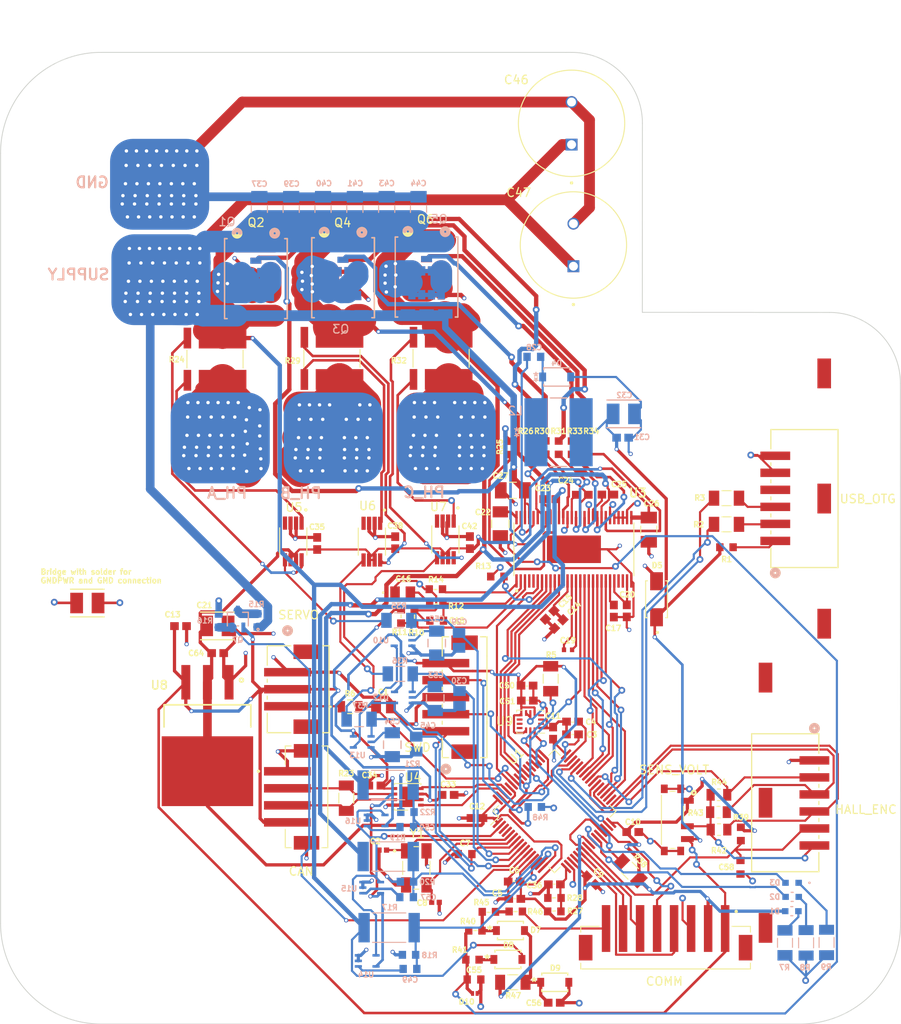
<source format=kicad_pcb>
(kicad_pcb (version 20221018) (generator pcbnew)
  (layers (0 "F.Cu" signal) (1 "In1.Cu" signal) (2 "In2.Cu" signal) (31 "B.Cu" signal) (34 "B.Paste" user) (35 "F.Paste" user) (36 "B.SilkS" user "B.Silkscreen") (37 "F.SilkS" user "F.Silkscreen") (38 "B.Mask" user) (39 "F.Mask" user) (44 "Edge.Cuts" user))
  (net 0 "")
  (net 1 "/MCU/SERVO")
  (net 2 "GND")
  (net 3 "Net-(U1-PH0)")
  (net 4 "Net-(U1-VCAP_1)")
  (net 5 "Net-(U1-VCAP_2)")
  (net 6 "VCC")
  (net 7 "/MCU/NRST")
  (net 8 "Net-(U1-PH1)")
  (net 9 "+5V")
  (net 10 "Net-(U3-GVDD)")
  (net 11 "Net-(C16-Pad2)")
  (net 12 "Net-(U3-DVDD)")
  (net 13 "Net-(U3-COMP)")
  (net 14 "Net-(U3-CP2)")
  (net 15 "Net-(U3-CP1)")
  (net 16 "Net-(U3-AVDD)")
  (net 17 "Net-(U3-SS_TR)")
  (net 18 "Net-(U3-BST_A)")
  (net 19 "/SH_A")
  (net 20 "Net-(U3-BST_B)")
  (net 21 "/DRV8301/SH_B")
  (net 22 "Net-(U3-BST_C)")
  (net 23 "/DRV8301/SH_C")
  (net 24 "SUPPLY")
  (net 25 "Net-(U3-BST_BK)")
  (net 26 "Net-(D4-K)")
  (net 27 "/MCU/CURRENT_1")
  (net 28 "/MCU/CURRENT_2")
  (net 29 "/MCU/ADC_TEMP")
  (net 30 "/MCU/CURRENT_3")
  (net 31 "Net-(U14-IN{slash}OUTXA)")
  (net 32 "/DRV8301/SENS_A")
  (net 33 "Net-(U10-OUT{slash}INYA)")
  (net 34 "Net-(U12-OUT{slash}INYA)")
  (net 35 "Net-(U13-OUT{slash}INYA)")
  (net 36 "/EN_BUCK")
  (net 37 "Net-(D7-A)")
  (net 38 "Net-(U15-IN{slash}OUTXA)")
  (net 39 "/DRV8301/SENS_B")
  (net 40 "/MCU/TEMP_MOTOR")
  (net 41 "Net-(U16-IN{slash}OUTXA)")
  (net 42 "/DRV8301/SENS_C")
  (net 43 "Net-(D1-K)")
  (net 44 "Net-(D2-K)")
  (net 45 "/MCU/LED_RED")
  (net 46 "Net-(D3-K)")
  (net 47 "/MCU/LED_GREEN")
  (net 48 "Net-(D7-K)")
  (net 49 "Net-(D8-K)")
  (net 50 "Net-(P1-VBUS)")
  (net 51 "Net-(P1-D-)")
  (net 52 "Net-(P1-D+)")
  (net 54 "/CAN/CANL")
  (net 55 "/CAN/CANH")
  (net 56 "/MCU/HALL_3")
  (net 57 "/MCU/HALL_2")
  (net 58 "/MCU/HALL_1")
  (net 59 "Net-(P4-Pad6)")
  (net 60 "/MCU/SCK_ADC_EXT")
  (net 61 "/MCU/RX_SDA_NSS")
  (net 62 "/MCU/TX_SCL_MOSI")
  (net 63 "/MCU/MISO_ADC_EXT2")
  (net 64 "/CONN_SW")
  (net 65 "Net-(P6-Pad3)")
  (net 66 "/MCU/SWDIO")
  (net 67 "/MCU/SWCLK")
  (net 68 "Net-(Q1-G)")
  (net 69 "Net-(Q2-G)")
  (net 70 "Net-(Q3-G)")
  (net 71 "Net-(Q4-G)")
  (net 72 "Net-(Q5-G)")
  (net 73 "Net-(Q6-G)")
  (net 74 "/DRV8301/SENS_SUPPLY")
  (net 75 "Net-(Q7-D)")
  (net 76 "/MCU/USB_DM")
  (net 77 "/MCU/USB_DP")
  (net 78 "/BMI160/SCL")
  (net 79 "Net-(U3-VSENSE)")
  (net 80 "Net-(U3-DTC)")
  (net 81 "Net-(U3-RT_CLK)")
  (net 82 "Net-(P8-Pin_1)")
  (net 83 "Net-(U5-IN-)")
  (net 84 "Net-(U5-IN+)")
  (net 85 "/DRV8301/GH_A")
  (net 86 "/DRV8301/GL_A")
  (net 87 "Net-(P9-Pin_1)")
  (net 88 "Net-(U6-IN-)")
  (net 89 "Net-(U6-IN+)")
  (net 90 "/DRV8301/GH_B")
  (net 91 "/DRV8301/GL_B")
  (net 92 "Net-(P10-Pin_1)")
  (net 93 "Net-(U7-IN-)")
  (net 94 "Net-(U7-IN+)")
  (net 95 "/DRV8301/GH_C")
  (net 96 "/DRV8301/GL_C")
  (net 97 "/Power/C_A")
  (net 98 "/Power/C_B")
  (net 99 "/Power/C_C")
  (net 100 "/BMI160/SDA")
  (net 101 "Net-(R45-Pad2)")
  (net 102 "/SHUTDOWN")
  (net 103 "/DRV8301/EN_GATE")
  (net 104 "/DRV8301/SENS_FILTERED")
  (net 107 "/MCU/NRF_SWCLK")
  (net 108 "/MCU/NRF_SWDIO")
  (net 109 "/DRV8301/INL_A")
  (net 110 "/DRV8301/INL_B")
  (net 111 "/DRV8301/INL_C")
  (net 112 "/DRV8301/CS")
  (net 113 "/DRV8301/INH_A")
  (net 114 "/DRV8301/INH_B")
  (net 115 "/DRV8301/INH_C")
  (net 116 "/DRV8301/SCLK")
  (net 117 "/MCU/PC10_TX")
  (net 118 "/MCU/PC11_RX")
  (net 119 "/MCU/CURR_FILTER_ON")
  (net 120 "/DRV8301/SDO")
  (net 121 "/DRV8301/SDI")
  (net 122 "/DRV8301/FAULT")
  (net 123 "/CAN/RX")
  (net 124 "/CAN/TX")
  (net 139 "GNDPWR")
  (footprint "DRV8301_:RESC1608X55N" (layer "F.Cu") (at 199.38 99.865)
    (fp_text reference "R13")
    (fp_text value "10k")
  )
  (footprint "DRV8301_:RESC1608X55N" (layer "F.Cu") (at 226.310602 96.426 180)
    (fp_text reference "R1")
    (fp_text value "0R")
  )
  (footprint "DRV8301_:CAPC1608X90N" (layer "F.Cu") (at 212.37 90.24)
    (fp_text reference "C25")
    (fp_text value "220n")
  )
  (footprint "DRV8301_:CAPC1608X90N" (layer "F.Cu") (at 213.07 103.92 -90)
    (fp_text reference "C17")
    (fp_text value "2.2u")
  )
  (footprint "DRV8301_:CAPC1608X90N" (layer "F.Cu") (at 196.15 95.88 -90)
    (fp_text reference "C42")
    (fp_text value "2.2u")
  )
  (footprint "DRV8301_:CAPC1608X90N" (layer "F.Cu") (at 205.53 104.38 -135)
    (fp_text reference "C15")
    (fp_text value "2.2u")
  )
  (footprint "Power_:SOP65P490X110-8N" (layer "F.Cu") (at 175.385 95.745 -90)
    (fp_text reference "U5")
    (fp_text value "AD8418")
  )
  (footprint "DRV8301_:CAPC1608X90N" (layer "F.Cu") (at 193.59 125.52)
    (fp_text reference "C33")
    (fp_text value "2.2u")
  )
  (footprint "DRV8301_:RESC1608X55N" (layer "F.Cu") (at 208.121 84.73 90)
    (fp_text reference "R33")
    (fp_text value "4.7R")
  )
  (footprint "DRV8301_:CAPC1608X90N" (layer "F.Cu") (at 166.5 108.86)
    (fp_text reference "C64")
    (fp_text value "2.2u")
  )
  (footprint "Power_:CAPC2012X88N" (layer "F.Cu") (at 185.993 115.198)
    (fp_text reference "C1")
    (fp_text value "100n")
  )
  (footprint "DRV8301_:CAPC3216X190N" (layer "F.Cu") (at 201.2 89.74 180)
    (fp_text reference "C27")
    (fp_text value "4.7u_100V")
  )
  (footprint "Root_:RES_RK73H2A_KOA" (layer "F.Cu") (at 182.0711 115.1633)
    (fp_text reference "R6")
    (fp_text value "100R")
  )
  (footprint "Root_:RESC3216X75N" (layer "F.Cu") (at 201.196 147.53 180)
    (fp_text reference "R47")
    (fp_text value "220R")
  )
  (footprint "DRV8301_:SOP50P810X120-57N" (layer "F.Cu") (at 208.376 96.665 90)
    (fp_text reference "U3")
    (fp_text value "DRV8301DCA")
  )
  (footprint "DRV8301_:CAPC1608X90N" (layer "F.Cu") (at 196.98 128.24 180)
    (fp_text reference "C12")
    (fp_text value "2.2u")
  )
  (footprint "Root_:CFP3_SOD123W_NEX" (layer "F.Cu") (at 206.1276 147.5335)
    (fp_text reference "D9")
    (fp_text value "D_Schottky")
  )
  (footprint "DRV8301_:CAPC1608X90N" (layer "F.Cu") (at 206.08 136.03 180)
    (fp_text reference "C36")
    (fp_text value "2.2u")
  )
  (footprint "Power_:CAPPRD500W80D1250H3500" (layer "F.Cu") (at 208.32 60.915 90)
    (fp_text reference "C47")
    (fp_text value "680u_63V")
  )
  (footprint "Root_:CFP3_SOD123W_NEX" (layer "F.Cu") (at 200.6176 144.8481)
    (fp_text reference "D8")
    (fp_text value "D_Schottky")
  )
  (footprint "Package_QFP:LQFP-64_10x10mm_P0.5mm" (layer "F.Cu") (at 206.095 127.435 45)
    (fp_text reference "U1")
    (fp_text value "STM32F405RGTx")
  )
  (footprint "Power_:RES_WSLP2726L5000FEA" (layer "F.Cu") (at 192.765 74.231 90)
    (fp_text reference "R32")
    (fp_text value "0.0005R")
  )
  (footprint "DRV8301_:CAPC340180_88N_KEM" (layer "F.Cu") (at 199.725797 93.670198 -90)
    (fp_text reference "C22")
    (fp_text value "15n")
  )
  (footprint "DRV8301_:CAP_TPS1210_3P5X2P8_AVX" (layer "F.Cu") (at 151.1768 102.9788 180)
    (fp_text reference "C60" hide)
    (fp_text value "100u" hide)
  )
  (footprint "DRV8301_:RESC1608X55N" (layer "F.Cu") (at 189.63 104.585 -90)
    (fp_text reference "R10")
    (fp_text value "3.3k")
  )
  (footprint "Root_:SOD-882_TOS" (layer "F.Cu") (at 196.7309 148.845)
    (fp_text reference "D10")
    (fp_text value "3.6V")
  )
  (footprint "DRV8301_:CAPC1608X90N" (layer "F.Cu") (at 206.06 149.93)
    (fp_text reference "C56")
    (fp_text value "2.2u")
  )
  (footprint "DRV8301_:CAPC1608X90N" (layer "F.Cu") (at 178.2 95.98 -90)
    (fp_text reference "C35")
    (fp_text value "2.2u")
  )
  (footprint "Power_:DIRECTFET_L8_INF" (layer "F.Cu") (at 170.999 64.87 -90)
    (fp_text reference "Q2")
    (fp_text value "IRF7749")
  )
  (footprint "Root_:CONN_S6B-PH-SM4-TBLFSN_JST" (layer "F.Cu") (at 233.222601 126.438301 90)
    (fp_text reference "P4" hide)
    (fp_text value "HALL_ENC")
  )
  (footprint "MCU_:0603_AVX" (layer "F.Cu") (at 196.6321 147.2028)
    (fp_text reference "C55")
    (fp_text value "100n")
  )
  (footprint "DRV8301_:RESC1608X55N" (layer "F.Cu") (at 192.2 103.055)
    (fp_text reference "R12")
    (fp_text value "15k")
  )
  (footprint "Package_DFN_QFN:DFN-8-1EP_3x3mm_P0.65mm_EP1.55x2.4mm" (layer "F.Cu") (at 188.835 125.745 180)
    (fp_text reference "U4")
    (fp_text value "TJA1051TK-3")
  )
  (footprint "MCU_:CAP_0402C_AVX" (layer "F.Cu") (at 185.9079 132.0034)
    (fp_text reference "C2")
    (fp_text value "15p")
  )
  (footprint "MCU_:XTAL_ABM3B-8.000MHZ-10-1-U-T" (layer "F.Cu") (at 189.85 134.095)
    (fp_text reference "Y1")
    (fp_text value "8M")
  )
  (footprint "DRV8301_:RESC1608X55N" (layer "F.Cu") (at 201.54 139.215)
    (fp_text reference "R46")
    (fp_text value "1k PTC")
  )
  (footprint "DRV8301_:RESC1608X55N" (layer "F.Cu") (at 196.45 144.875)
    (fp_text reference "R41")
    (fp_text value "39k")
  )
  (footprint "Root_:RESC2012X60N" (layer "F.Cu") (at 225.423 125.505)
    (fp_text reference "R44")
    (fp_text value "2k2")
  )
  (footprint "Package_LGA:Bosch_LGA-14_3x2.5mm_P0.5mm" (layer "F.Cu") (at 203.255 116.915 180)
    (fp_text reference "U9")
    (fp_text value "BMI160")
  )
  (footprint "DRV8301_:CAPC1608X90N" (layer "F.Cu") (at 210.41 135.55 -45)
    (fp_text reference "C9")
    (fp_text value "2.2u")
  )
  (footprint "Root_:SW_PCM12SMTR" (layer "F.Cu") (at 219.965 128.455 -90)
    (fp_text reference "U11" hide)
    (fp_text value "SENS_VOLT")
  )
  (footprint "DRV8301_:RESC1608X55N" (layer "F.Cu") (at 188.06 104.555 90)
    (fp_text reference "R11")
    (fp_text value "18k")
  )
  (footprint "DRV8301_:CAPC1608X90N" (layer "F.Cu") (at 184.98 124.42 180)
    (fp_text reference "C34")
    (fp_text value "2.2u")
  )
  (footprint "DRV8301_:RESC1608X55N" (layer "F.Cu") (at 206.587 84.73 90)
    (fp_text reference "R31")
    (fp_text value "4.7R")
  )
  (footprint "Root_:CONN_S6B-PH-SM4-TBLFSN_JST" (layer "F.Cu") (at 235.478001 90.7055 -90)
    (fp_text reference "P1" hide)
    (fp_text value "USB_OTG")
  )
  (footprint "DRV8301_:TO254P1491X483-4N" (layer "F.Cu") (at 165.295 118.535 -90)
    (fp_text reference "U8")
    (fp_text value "TC2117-3.3VEBTR")
  )
  (footprint "Power_:DIRECTFET_L8_INF" (layer "F.Cu") (at 191.049 64.6886 -90)
    (fp_text reference "Q6")
    (fp_text value "IRF7749")
  )
  (footprint "DRV8301_:CAPC1608X90N" (layer "F.Cu") (at 202.9 114.44)
    (fp_text reference "C51")
    (fp_text value "2.2u")
  )
  (footprint "DRV8301_:RESC1608X55N" (layer "F.Cu") (at 228 130.105 90)
    (fp_text reference "R39")
    (fp_text value "10k")
  )
  (footprint "DRV8301_:RESC1608X55N" (layer "F.Cu") (at 200.855 84.75 90)
    (fp_text reference "R25")
    (fp_text value "4.7R")
  )
  (footprint "DRV8301_:RESC1608X55N" (layer "F.Cu") (at 209.585 84.71 90)
    (fp_text reference "R34")
    (fp_text value "4.7R")
  )
  (footprint "Root_:RESC3216X70N" (layer "F.Cu") (at 226.314602 90.661 180)
    (fp_text reference "R3")
    (fp_text value "22R")
  )
  (footprint "Root_:JST_B4B-PH-SM4-TB__LF__SN_" (layer "F.Cu") (at 176.945 125.745 -90)
    (fp_text reference "P2" hide)
    (fp_text value "CAN")
  )
  (footprint "Root_:RESC2012X60N" (layer "F.Cu") (at 225.373 127.545)
    (fp_text reference "R43")
    (fp_text value "2k2")
  )
  (footprint "MCU_:0603_AVX" (layer "F.Cu") (at 195.5821 132.4728 180)
    (fp_text reference "C7")
    (fp_text value "100n")
  )
  (footprint "DRV8301_:CAPC1608X90N" (layer "F.Cu") (at 215.29 129.88)
    (fp_text reference "C10")
    (fp_text value "2.2u")
  )
  (footprint "Power_:DIRECTFET_L8_INF" (layer "F.Cu") (at 181.249 64.7662 -90)
    (fp_text reference "Q4")
    (fp_text value "IRF7749")
  )
  (footprint "Root_:CONN5_4-TBLFSN_JST" (layer "F.Cu") (at 193.32 118.04 90)
    (fp_text reference "P7" hide)
    (fp_text value "SWD")
  )
  (footprint "DRV8301_:CAPC1608X90N" (layer "F.Cu") (at 206.59 105.45 -135)
    (fp_text reference "C14")
    (fp_text value "2.2u")
  )
  (footprint "Root_:RESC3216X70N" (layer "F.Cu") (at 214.98 134.424 -45)
    (fp_text reference "R38")
    (fp_text value "1k")
  )
  (footprint "Power_:SOP65P490X110-8N" (layer "F.Cu") (at 184.625 95.765 -90)
    (fp_text reference "U6")
    (fp_text value "AD8418")
  )
  (footprint "DRV8301_:CAPC1608X90N" (layer "F.Cu") (at 208.22 116.91)
    (fp_text reference "C4")
    (fp_text value "2.2u")
  )
  (footprint "MCU_:CAP_0402C_AVX" (layer "F.Cu") (at 192.1041 138.1374 180)
    (fp_text reference "C8")
    (fp_text value "15p")
  )
  (footprint "Root_:RESC2012X60N" (layer "F.Cu") (at 225.433 129.595)
    (fp_text reference "R42")
    (fp_text value "2k2")
  )
  (footprint "DRV8301_:CAPC1608X90N" (layer "F.Cu") (at 205.54 90.77)
    (fp_text reference "C23")
    (fp_text value "220n")
  )
  (footprint "DRV8301_:CAPC1608X90N" (layer "F.Cu") (at 202.87 112.68)
    (fp_text reference "C50")
    (fp_text value "2.2u")
  )
  (footprint "Root_:CONN_B3B-PH-SM4-TB_JST" (layer "F.Cu") (at 175.9584 113.1054 -90)
    (fp_text reference "P6" hide)
    (fp_text value "SERVO")
  )
  (footprint "DRV8301_:CAP_TPS1210_3P5X2P8_AVX" (layer "F.Cu") (at 166.4612 105.6668)
    (fp_text reference "C21")
    (fp_text value "100u")
  )
  (footprint "DRV8301_:CAPC3216X190N" (layer "F.Cu") (at 217.18 94.36 -90)
    (fp_text reference "C26")
    (fp_text value "4.7u_100v")
  )
  (footprint "DRV8301_:RESC1608X55N" (layer "F.Cu") (at 196.79 141.465)
    (fp_text reference "R40")
    (fp_text value "56k")
  )
  (footprint "DRV8301_:RESC1608X55N" (layer "F.Cu") (at 203.499 84.73 90)
    (fp_text reference "R26")
    (fp_text value "4.7R")
  )
  (footprint "Root_:JST_B8B-PH-SM4-TB_LF__SN_" (layer "F.Cu") (at 219.155 143.465 180)
    (fp_text reference "P5" hide)
    (fp_text value "COMM")
  )
  (footprint "DRV8301_:CAP_0603G_AVX" (layer "F.Cu") (at 192.2421 105.0528)
    (fp_text reference "C18")
    (fp_text value "120p")
  )
  (footprint "DRV8301_:CAPC10555_55N_KEM" (layer "F.Cu") (at 207.686799 108.473599 180)
    (fp_text reference "C19")
    (fp_text value "22n")
  )
  (footprint "DRV8301_:CAPC1608X90N" (layer "F.Cu") (at 208.21 118.41)
    (fp_text reference "C3")
    (fp_text value "2.2u")
  )
  (footprint "DRV8301_:RESC1608X55N" (layer "F.Cu") (at 206.09 137.625 180)
    (fp_text reference "R28")
    (fp_text value "10k")
  )
  (footprint "DRV8301_:CAPC1608X90N" (layer "F.Cu") (at 205.93 118.26 90)
    (fp_text reference "C11")
    (fp_text value "2.2u")
  )
  (footprint "Power_:SOP65P490X110-8N" (layer "F.Cu") (at 193.265 95.505 -90)
    (fp_text reference "U7")
    (fp_text value "AD8418")
  )
  (footprint "DRV8301_:CAPC1608X90N" (layer "F.Cu") (at 201.43 137.73 180)
    (fp_text reference "C5")
    (fp_text value "2.2u")
  )
  (footprint "DRV8301_:RESC1608X55N" (layer "F.Cu") (at 206.07 139.205)
    (fp_text reference "R27")
    (fp_text value "NTC 10K")
  )
  (footprint "Root_:RESC3216X70N" (layer "F.Cu") (at 205.646 111.87 90)
    (fp_text reference "R5")
    (fp_text value "1k")
  )
  (footprint "DRV8301_:CAPC1608X90N" (layer "F.Cu") (at 201.36 135.7 180)
    (fp_text reference "C6")
    (fp_text value "2.2u")
  )
  (footprint "Power_:RES_WSLP2726L5000FEA" (layer "F.Cu") (at 179.935 74.241 90)
    (fp_text reference "R29")
    (fp_text value "0.0005R")
  )
  (footprint "DRV8301_:CAPC1608X90N" (layer "F.Cu") (at 187.37 95.89 -90)
    (fp_text reference "C38")
    (fp_text value "2.2u")
  )
  (footprint "DRV8301_:DIOM4325X250N" (layer "F.Cu") (at 218.09 102.535 90)
    (fp_text reference "D5")
    (fp_text value "TVS 5V")
  )
  (footprint "MCU_:0603_AVX" (layer "F.Cu") (at 227.9584 134.0179 -90)
    (fp_text reference "C58")
    (fp_text value "100n")
  )
  (footprint "DRV8301_:RESC1608X55N" (layer "F.Cu") (at 198.38 139.255)
    (fp_text reference "R45")
    (fp_text value "1k PTC")
  )
  (footprint "Root_:CFP3_SOD123W_NEX" (layer "F.Cu") (at 200.9176 141.4527)
    (fp_text reference "D7")
    (fp_text value "D_Schottky")
  )
  (footprint "DRV8301_:CAPC1608X90N" (layer "F.Cu") (at 209.36 90.26)
    (fp_text reference "C24")
    (fp_text value "220n")
  )
  (footprint "Power_:CAPPRD500W80D1250H3500" (layer "F.Cu") (at 208.1 46.625 90)
    (fp_text reference "C46")
    (fp_text value "680u_63V")
  )
  (footprint "DRV8301_:RESC1608X55N" (layer "F.Cu") (at 192.15 101.355)
    (fp_text reference "R14")
    (fp_text value "220k")
  )
  (footprint "Power_:RES_WSLP2726L5000FEA" (layer "F.Cu") (at 166.185 74.331 90)
    (fp_text reference "R24")
    (fp_text value "0.0005R")
  )
  (footprint "Root_:RESC3216X75N" (layer "F.Cu") (at 181.62 125.906 90)
    (fp_text reference "R23")
    (fp_text value "220R")
  )
  (footprint "DRV8301_:CAPC1608X90N" (layer "F.Cu") (at 162.13 105.69)
    (fp_text reference "C13")
    (fp_text value "2.2u")
  )
  (footprint "DRV8301_:RESC1608X55N" (layer "F.Cu") (at 205.053 84.71 90)
    (fp_text reference "R30")
    (fp_text value "4.7R")
  )
  (footprint "Root_:RESC3216X70N" (layer "F.Cu") (at 226.314602 93.731 180)
    (fp_text reference "R2")
    (fp_text value "22R")
  )
  (footprint "DRV8301_:CAPC1608X90N" (layer "F.Cu") (at 214.59 103.9 -90)
    (fp_text reference "C20")
    (fp_text value "2.2u")
  )
  (footprint "DRV8301_:CAP_C0805C-GEC-DG_KEM" (layer "F.Cu") (at 188.2511 101.7541)
    (fp_text reference "C16")
    (fp_text value "6.8n")
  )
  (footprint "DRV8301_:CAPC3216X190N" (layer "B.Cu") (at 186.368718 56.675 -90)
    (fp_text reference "C43")
    (fp_text value "4.7u_100V")
  )
  (footprint "Root_:CFP3_SOD123W_NEX" (layer "B.Cu") (at 206.352802 76.4223)
    (fp_text reference "D4")
    (fp_text value "D_Schottky")
  )
  (footprint "Power_:8x8mm Solder Pad" (layer "B.Cu") (at 192.62 90.95 180)
    (fp_text reference "P10" hide)
    (fp_text value "PH_C")
  )
  (footprint "MCU_:0603_AVX" (layer "B.Cu") (at 188.726124 129.2948)
    (fp_text reference "C59")
    (fp_text value "100n")
  )
  (footprint "Power_:8x8mm Solder Pad" (layer "B.Cu") (at 158.93 61.15 180)
    (fp_text reference "P12" hide)
    (fp_text value "GND")
  )
  (footprint "Root_:RESC3216X70N" (layer "B.Cu") (at 187.965214 111.3)
    (fp_text reference "R36")
    (fp_text value "1k")
  )
  (footprint "Power_:8x8mm Solder Pad" (layer "B.Cu") (at 159.09 72.36 180)
    (fp_text reference "P11" hide)
    (fp_text value "SUPPLY")
  )
  (footprint "Power_:CAPC2012X88N" (layer "B.Cu") (at 189.838214 119.55 -90)
    (fp_text reference "C45")
    (fp_text value "1n")
  )
  (footprint "Root_:LED_LTST-C191KGKT_LTO" (layer "B.Cu") (at 234.0229 135.8466 180)
    (fp_text reference "D3")
    (fp_text value "GREEN")
  )
  (footprint "DRV8301_:CAPC340180_88N_KEM" (layer "B.Cu") (at 192.251016 107.684203 -90)
    (fp_text reference "C52")
    (fp_text value "15n")
  )
  (footprint "Root_:RESC3216X75N" (layer "B.Cu") (at 235.67 142.896 -90)
    (fp_text reference "R8")
    (fp_text value "220R")
  )
  (footprint "Power_:CAPC2012X88N" (layer "B.Cu") (at 194.928214 114.194 -90)
    (fp_text reference "C30")
    (fp_text value "1n")
  )
  (footprint "DRV8301_:RESC1608X55N" (layer "B.Cu") (at 188.754024 135.715)
    (fp_text reference "R20")
    (fp_text value "2k2")
  )
  (footprint "DRV8301_:RESC6332X70N" (layer "B.Cu") (at 186.547024 132.762)
    (fp_text reference "R19")
    (fp_text value "39k 60V")
  )
  (footprint "MCU_:0603_AVX" (layer "B.Cu") (at 189.106124 145.966)
    (fp_text reference "C49")
    (fp_text value "100n")
  )
  (footprint "Root_:RESC3216X70N" (layer "B.Cu") (at 233.19 142.896 -90)
    (fp_text reference "R7")
    (fp_text value "1k")
  )
  (footprint "DRV8301_:RESC6332X70N" (layer "B.Cu") (at 186.657024 141.114)
    (fp_text reference "R17")
    (fp_text value "39k 60V")
  )
  (footprint "Power_:SC-88A_ONS" (layer "B.Cu") (at 183.490714 119.291995 180)
    (fp_text reference "U13")
    (fp_text value "MC74VHC1GT66")
  )
  (footprint "Root_:RESC3216X75N" (layer "B.Cu") (at 238.08 142.856 -90)
    (fp_text reference "R9")
    (fp_text value "220R")
  )
  (footprint "Power_:DIRECTFET_L8_INF" (layer "B.Cu") (at 191.059 64.6624 -90)
    (fp_text reference "Q5")
    (fp_text value "IRF7749")
  )
  (footprint "DRV8301_:CAPC3216X190N" (layer "B.Cu") (at 178.883758 56.675 -90)
    (fp_text reference "C40")
    (fp_text value "4.7u_100V")
  )
  (footprint "Root_:LED_LTST-C191KRKT_LTO" (layer "B.Cu") (at 234.0341 137.4998 180)
    (fp_text reference "D2")
    (fp_text value "RED")
  )
  (footprint "Root_:LED_LTST-C191KRKT_LTO" (layer "B.Cu") (at 233.9911 139.1776 180)
    (fp_text reference "D1")
    (fp_text value "BLUE")
  )
  (footprint "Power_:SC-88A_ONS" (layer "B.Cu") (at 185.124524 128.528005)
    (fp_text reference "U16")
    (fp_text value "MC74VHC1GT66DF1G")
  )
  (footprint "DRV8301_:RESC1608X55N" (layer "B.Cu") (at 188.994024 144.305)
    (fp_text reference "R18")
    (fp_text value "2k2")
  )
  (footprint "Power_:DIRECTFET_L8_INF" (layer "B.Cu") (at 170.9802 64.869 -90)
    (fp_text reference "Q1")
    (fp_text value "IRF7749")
  )
  (footprint "Power_:SC-88A_ONS" (layer "B.Cu") (at 188.290714 107.352399 180)
    (fp_text reference "U10")
    (fp_text value "MC74VHC1GT66")
  )
  (footprint "DRV8301_:CAPC3216X190N" (layer "B.Cu") (at 175.141278 56.675 -90)
    (fp_text reference "C39")
    (fp_text value "4.7u_100V")
  )
  (footprint "Root_:RESC3216X70N" (layer "B.Cu") (at 183.125214 116.62)
    (fp_text reference "R37")
    (fp_text value "1k")
  )
  (footprint "DRV8301_:CAPC340180_88N_KEM" (layer "B.Cu") (at 187.025417 119.62099 -90)
    (fp_text reference "C54")
    (fp_text value "15n")
  )
  (footprint "Root_:RESC3216X70N" (layer "B.Cu") (at 187.805214 105.01)
    (fp_text reference "R35")
    (fp_text value "1k")
  )
  (footprint "DRV8301_:RESC1608X55N" (layer "B.Cu") (at 188.804024 127.535)
    (fp_text reference "R22")
    (fp_text value "2k2")
  )
  (footprint "Power_:SC-88A_ONS" (layer "B.Cu") (at 184.074524 145.017601)
    (fp_text reference "U14")
    (fp_text value "MC74VHC1GT66DF1G")
  )
  (footprint "MCU_:0603_AVX" (layer "B.Cu") (at 203.667302 74.0566)
    (fp_text reference "C28")
    (fp_text value "100n")
  )
  (footprint "DRV8301_:CAP_TPS1210_3P5X2P8_AVX" (layer "B.Cu") (at 214.242002 80.7586)
    (fp_text reference "C32")
    (fp_text value "100u")
  )
  (footprint "DRV8301_:CAPC340180_88N_KEM" (layer "B.Cu") (at 192.075417 114.200594 -90)
    (fp_text reference "C53")
    (fp_text value "15n")
  )
  (footprint "DRV8301_:CAPC3216X190N" (layer "B.Cu") (at 182.626238 56.675 -90)
    (fp_text reference "C41")
    (fp_text value "4.7u_100V")
  )
  (footprint "MCU_:0603_AVX" (layer "B.Cu") (at 188.706124 137.5304)
    (fp_text reference "C57")
    (fp_text value "100n")
  )
  (footprint "DRV8301_:RESC1608X55N" (layer "B.Cu") (at 203.78 126.935)
    (fp_text reference "R48")
    (fp_text value "10k")
  )
  (footprint "Power_:SC-88A_ONS" (layer "B.Cu") (at 188.330714 114.067197 180)
    (fp_text reference "U12")
    (fp_text value "MC74VHC1GT66")
  )
  (footprint "DRV8301_:RESC6332X70N" (layer "B.Cu") (at 186.537024 124.36)
    (fp_text reference "R21")
    (fp_text value "39k 60V")
  )
  (footprint "DRV8301_:CAPC1608X90N" (layer "B.Cu") (at 214.105202 83.555)
    (fp_text reference "C31")
    (fp_text value "2.2u")
  )
  (footprint "DRV8301_:CAPC3216X190N" (layer "B.Cu") (at 171.398798 56.675 -90)
    (fp_text reference "C37")
    (fp_text value "4.7u_100V")
  )
  (footprint "DRV8301_:CAPC3216X190N" (layer "B.Cu") (at 190.111202 56.675 -90)
    (fp_text reference "C44")
    (fp_text value "4.7u_100V")
  )
  (footprint "Power_:SC-88A_ONS" (layer "B.Cu") (at 184.604524 136.412803)
    (fp_text reference "U15")
    (fp_text value "MC74VHC1GT66DF1G")
  )
  (footprint "DRV8301_:RESC1608X55N" (layer "B.Cu") (at 171.1812 105.02 90)
    (fp_text reference "R15")
    (fp_text value "39k")
  )
  (footprint "Power_:8x8mm Solder Pad" (layer "B.Cu") (at 166.05 90.95 180)
    (fp_text reference "P8" hide)
    (fp_text value "PH_A")
  )
  (footprint "DRV8301_:SOT323_DMN62D0UV_DIO" (layer "B.Cu") (at 168.8681 104.865 180)
    (fp_text reference "Q7")
    (fp_text value "DMN62D0UW-7")
  )
  (footprint "DRV8301_:RESC1608X55N" (layer "B.Cu") (at 166.6212 105.05 90)
    (fp_text reference "R16")
    (fp_text value "2k2")
  )
  (footprint "Power_:CAPC2012X88N" (layer "B.Cu") (at 194.869214 107.363 -90)
    (fp_text reference "C29")
    (fp_text value "1n")
  )
  (footprint "Power_:DIRECTFET_L8_INF" (layer "B.Cu") (at 181.2226 64.759 -90)
    (fp_text reference "Q3")
    (fp_text value "IRF7749")
  )
  (footprint "Power_:8x8mm Solder Pad" (layer "B.Cu") (at 179.335 90.95 180)
    (fp_text reference "P9" hide)
    (fp_text value "PH_B")
  )
  (footprint "DRV8301_:IND_BOURNS_SDR0805" (layer "B.Cu") (at 206.572252 82.9143)
    (fp_text reference "L2")
    (fp_text value "22u")
  )
  (gr_line (start 196.61 141.46) (end 196.99 141.45) (stroke (width 0.15)) (layer "F.SilkS"))
  (gr_line (start 192.03 103.1) (end 192.38 103.08) (stroke (width 0.15)) (layer "F.SilkS"))
  (gr_line (start 201.35 137.7) (end 201.52 137.72) (stroke (width 0.15)) (layer "F.SilkS"))
  (gr_line (start 205.86 137.62) (end 206.24 137.6) (stroke (width 0.15)) (layer "F.SilkS"))
  (gr_line (start 188.06 104.72) (end 188.06 104.37) (stroke (width 0.15)) (layer "F.SilkS"))
  (gr_line (start 198.19 139.31) (end 198.53 139.32) (stroke (width 0.15)) (layer "F.SilkS"))
  (gr_line (start 191.95 101.39) (end 192.28 101.39) (stroke (width 0.15)) (layer "F.SilkS"))
  (gr_line (start 189.64 104.77) (end 189.64 104.38) (stroke (width 0.15)) (layer "F.SilkS"))
  (gr_line (start 208.15 118.43) (end 208.31 118.43) (stroke (width 0.15)) (layer "F.SilkS"))
  (gr_line (start 201.29 135.67) (end 201.42 135.67) (stroke (width 0.15)) (layer "F.SilkS"))
  (gr_line (start 205.48 104.45) (end 205.57 104.36) (stroke (width 0.15)) (layer "F.SilkS"))
  (gr_line (start 205.99 136) (end 206.14 136) (stroke (width 0.15)) (layer "F.SilkS"))
  (gr_line (start 202.8 112.73) (end 202.92 112.73) (stroke (width 0.15)) (layer "F.SilkS"))
  (gr_line (start 192.06 105.09) (end 192.39 105.09) (stroke (width 0.15)) (layer "F.SilkS"))
  (gr_line (start 208.14 116.97) (end 208.3 116.97) (stroke (width 0.15)) (layer "F.SilkS"))
  (gr_line (start 202.82 114.42) (end 203.01 114.41) (stroke (width 0.15)) (layer "F.SilkS"))
  (gr_line (start 206.53 105.45) (end 206.64 105.36) (stroke (width 0.15)) (layer "F.SilkS"))
  (gr_line (start 205.89 139.16) (end 206.19 139.15) (stroke (width 0.15)) (layer "F.SilkS"))
  (gr_line (start 201.33 139.23) (end 201.72 139.23) (stroke (width 0.15)) (layer "F.SilkS"))
  (gr_line (start 152.78 38.29) (end 207.41 38.29) (stroke (width 0.1)) (layer "Edge.Cuts"))
  (gr_arc (start 246.779933 140.590203) (mid 243.337919 148.959778) (end 234.98 152.43) (stroke (width 0.1)) (layer "Edge.Cuts"))
  (gr_line (start 216.42 68.83) (end 238.43 68.84) (stroke (width 0.1)) (layer "Edge.Cuts"))
  (gr_arc (start 140.980067 50.129797) (mid 144.422081 41.760222) (end 152.78 38.29) (stroke (width 0.1)) (layer "Edge.Cuts"))
  (gr_arc (start 152.819797 152.429933) (mid 144.450222 148.987919) (end 140.98 140.63) (stroke (width 0.1)) (layer "Edge.Cuts"))
  (gr_line (start 152.819797 152.429933) (end 234.98 152.43) (stroke (width 0.1)) (layer "Edge.Cuts"))
  (gr_line (start 207.41 38.29) (end 208.1 38.29) (stroke (width 0.1)) (layer "Edge.Cuts"))
  (gr_line (start 140.980067 50.129797) (end 140.98 140.63) (stroke (width 0.1)) (layer "Edge.Cuts"))
  (gr_arc (start 208.1 38.29) (mid 213.990199 40.729801) (end 216.43 46.62) (stroke (width 0.1)) (layer "Edge.Cuts"))
  (gr_line (start 216.43 46.62) (end 216.42 68.83) (stroke (width 0.1)) (layer "Edge.Cuts"))
  (gr_line (start 246.779933 140.590203) (end 246.76 77.17) (stroke (width 0.1)) (layer "Edge.Cuts"))
  (gr_arc (start 238.43 68.84) (mid 244.320199 71.279801) (end 246.76 77.17) (stroke (width 0.1)) (layer "Edge.Cuts"))
  (gr_text "Bridge with solder for \nGNDPWR and GND connection" (at 145.6 100.71) (layer "F.SilkS") (effects (font (size 0.635 0.635) (thickness 0.1524) bold) (justify left bottom)))
  (segment (start 183.0998 115.1633) (end 185.0833 115.1633) (width 0.25) (layer "F.Cu") (net 1))
  (segment (start 185.118 115.198) (end 185.118 115.353) (width 0.25) (layer "F.Cu") (net 1))
  (segment (start 185.118 115.353) (end 193.362758 123.597758) (width 0.25) (layer "F.Cu") (net 1))
  (segment (start 200.303416 122.704076) (end 201.551839 123.952499) (width 0.25) (layer "F.Cu") (net 1))
  (segment (start 193.362758 123.597758) (end 199.465394 123.597758) (width 0.25) (layer "F.Cu") (net 1))
  (segment (start 185.0833 115.1633) (end 185.118 115.198) (width 0.25) (layer "F.Cu") (net 1))
  (segment (start 200.303416 122.386584) (end 200.303416 122.704076) (width 0.25) (layer "F.Cu") (net 1))
  (via (at 200.303416 122.386584) (size 0.8) (drill 0.4) (layers "F.Cu" "B.Cu") (net 1))
  (via (at 199.465394 123.597758) (size 0.8) (drill 0.4) (layers "F.Cu" "B.Cu") (net 1))
  (segment (start 199.465394 123.597758) (end 199.465394 123.224606) (width 0.25) (layer "B.Cu") (net 1))
  (segment (start 199.465394 123.224606) (end 200.303416 122.386584) (width 0.25) (layer "B.Cu") (net 1))
  (segment (start 174.7138 111.105399) (end 174.7138 111.0038) (width 0.381) (layer "F.Cu") (net 2))
  (segment (start 199.58 137.73) (end 200.721 137.73) (width 0.381) (layer "F.Cu") (net 2))
  (segment (start 187.285 126.72) (end 186.45 126.72) (width 0.381) (layer "F.Cu") (net 2))
  (segment (start 174.695 122.745) (end 174.695 121.545) (width 0.381) (layer "F.Cu") (net 2))
  (segment (start 199.569974 127.49) (end 199.21 127.49) (width 0.25) (layer "F.Cu") (net 2))
  (segment (start 173.05 106.57) (end 169.09 106.57) (width 0.381) (layer "F.Cu") (net 2))
  (segment (start 183.63 114.04) (end 180.8 111.21) (width 0.381) (layer "F.Cu") (net 2))
  (segment (start 188.7655 117.1955) (end 186.868 115.298) (width 0.381) (layer "F.Cu") (net 2))
  (segment (start 207.809734 133.745928) (end 208.404189 134.340383) (width 0.25) (layer "F.Cu") (net 2))
  (segment (start 176.945 131.145) (end 176.945 132.965) (width 0.381) (layer "F.Cu") (net 2))
  (segment (start 215.305 104.609) (end 215.38 104.534) (width 0.25) (layer "F.Cu") (net 2))
  (segment (start 189.84 115.32) (end 189.84 117.1955) (width 0.381) (layer "F.Cu") (net 2))
  (segment (start 229.9602 85.59) (end 232.0507 87.6805) (width 0.25) (layer "F.Cu") (net 2))
  (segment (start 198.655016 99.865) (end 199.719491 98.800525) (width 0.25) (layer "F.Cu") (net 2))
  (segment (start 208.376 96.665) (end 213.355 96.665) (width 0.25) (layer "F.Cu") (net 2))
  (segment (start 196.271 128.24) (end 194.9 128.24) (width 0.381) (layer "F.Cu") (net 2))
  (segment (start 191.05 133.76) (end 191.23 133.94) (width 0.381) (layer "F.Cu") (net 2))
  (segment (start 192.5486 139.4186) (end 192.59 139.46) (width 0.381) (layer "F.Cu") (net 2))
  (segment (start 214.59 104.609) (end 215.305 104.609) (width 0.25) (layer "F.Cu") (net 2))
  (segment (start 217.36 130.95) (end 217.845 130.95) (width 0.25) (layer "F.Cu") (net 2))
  (segment (start 204.744551 114.945449) (end 205.18 115.380898) (width 0.25) (layer "F.Cu") (net 2))
  (segment (start 195.46 125.52) (end 195.7 125.28) (width 0.381) (layer "F.Cu") (net 2))
  (segment (start 208.404189 134.340383) (end 208.404189 135.875811) (width 0.25) (layer "F.Cu") (net 2))
  (segment (start 167.835 112.285) (end 169.79 110.33) (width 0.381) (layer "F.Cu") (net 2))
  (segment (start 184.271 124.42) (end 184.271 123.955) (width 0.381) (layer "F.Cu") (net 2))
  (segment (start 199.779 89.74) (end 199.91 89.74) (width 0.381) (layer "F.Cu") (net 2))
  (segment (start 203.25 116.88) (end 203.25 116.3975) (width 0.25) (layer "F.Cu") (net 2))
  (segment (start 162.85 107.81) (end 162.85 105.701) (width 0.381) (layer "F.Cu") (net 2))
  (segment (start 200.651 135.353874) (end 200.651 135.7) (width 0.25) (layer "F.Cu") (net 2))
  (segment (start 222.155 141.215) (end 221.15 140.21) (width 0.25) (layer "F.Cu") (net 2))
  (segment (start 203.609 114.44) (end 203.609 112.71) (width 0.25) (layer "F.Cu") (net 2))
  (segment (start 186.868 114.463) (end 186.445 114.04) (width 0.381) (layer "F.Cu") (net 2))
  (segment (start 189.67 103.845) (end 192.045 103.845) (width 0.25) (layer "F.Cu") (net 2))
  (segment (start 208.95 149.93) (end 209 149.98) (width 0.381) (layer "F.Cu") (net 2))
  (segment (start 215.38 104.534) (end 215.38 100.639) (width 0.25) (layer "F.Cu") (net 2))
  (segment (start 205.13 117.665) (end 204.5175 117.665) (width 0.25) (layer "F.Cu") (net 2))
  (segment (start 205.18 117.615) (end 205.13 117.665) (width 0.25) (layer "F.Cu") (net 2))
  (segment (start 203.609 114.44) (end 204.239102 114.44) (width 0.25) (layer "F.Cu") (net 2))
  (segment (start 213.07 104.629) (end 214.57 104.629) (width 0.25) (layer "F.Cu") (net 2))
  (segment (start 188.65 136.095) (end 187.395 136.095) (width 0.381) (layer "F.Cu") (net 2))
  (segment (start 200.4002 126.336394) (end 200.4002 126.659774) (width 0.25) (layer "F.Cu") (net 2))
  (segment (start 205.028661 104.891339) (end 206.088661 105.951339) (width 0.381) (layer "F.Cu") (net 2))
  (segment (start 174.7138 111.0038) (end 173.06 109.35) (width 0.381) (layer "F.Cu") (net 2))
  (segment (start 206.088661 106.051339) (end 204.9 107.24) (width 0.381) (layer "F.Cu") (net 2))
  (segment (start 210.921339 136.051339) (end 211.79 136.92) (width 0.381) (layer "F.Cu") (net 2))
  (segment (start 167.209 111.659) (end 167.835 112.285) (width 0.381) (layer "F.Cu") (net 2))
  (segment (start 174.695 121.545) (end 173.58 120.43) (width 0.381) (layer "F.Cu") (net 2))
  (segment (start 203.25 115.9075) (end 203.255 115.9025) (width 0.25) (layer "F.Cu") (net 2))
  (segment (start 185.4634 134.1634) (end 185.4634 132.0034) (width 0.381) (layer "F.Cu") (net 2))
  (segment (start 206.769 149.93) (end 208.95 149.93) (width 0.381) (layer "F.Cu") (net 2))
  (segment (start 233.8367 121.4633) (end 233.64 121.66) (width 0.381) (layer "F.Cu") (net 2))
  (segment (start 190.847379 101.355) (end 190.240697 100.748318) (width 0.25) (layer "F.Cu") (net 2))
  (segment (start 186.445 114.04) (end 183.63 114.04) (width 0.381) (layer "F.Cu") (net 2))
  (segment (start 180.695399 111.105399) (end 180.8 111.21) (width 0.2413) (layer "F.Cu") (net 2))
  (segment (start 199.17 138.14) (end 199.58 137.73) (width 0.381) (layer "F.Cu") (net 2))
  (segment (start 187.86 126.72) (end 188.835 125.745) (width 0.381) (layer "F.Cu") (net 2))
  (segment (start 236.649902 121.4633) (end 233.8367 121.4633) (width 0.381) (layer "F.Cu") (net 2))
  (segment (start 206.769 149.93) (end 207.7786 148.9204) (width 0.381) (layer "F.Cu") (net 2))
  (segment (start 197.4322 150.3778) (end 197.42 150.39) (width 0.381) (layer "F.Cu") (net 2))
  (segment (start 192.19269 102.17769) (end 191.37 101.355) (width 0.25) (layer "F.Cu") (net 2))
  (segment (start 207.7786 148.9204) (end 207.7786 147.5335) (width 0.381) (layer "F.Cu") (net 2))
  (segment (start 187.3494 101.0302) (end 187.9916 100.388) (width 0.25) (layer "F.Cu") (net 2))
  (segment (start 214.626 92.945) (end 214.626 92.06694) (width 0.25) (layer "F.Cu") (net 2))
  (segment (start 218.09 99.98) (end 216.72 98.61) (width 0.381) (layer "F.Cu") (net 2))
  (segment (start 221.935 124.805) (end 221.95 124.82) (width 0.25) (layer "F.Cu") (net 2))
  (segment (start 207.511 118.4) (end 207.501 118.41) (width 0.3048) (layer "F.Cu") (net 2))
  (segment (start 197.4322 148.4453) (end 197.0325 148.845) (width 0.381) (layer "F.Cu") (net 2))
  (segment (start 215.999 129.88) (end 216.29 129.88) (width 0.25) (layer "F.Cu") (net 2))
  (segment (start 187.395 136.095) (end 186.41 135.11) (width 0.381) (layer "F.Cu") (net 2))
  (segment (start 214.59 104.609) (end 214.59 105.84) (width 0.25) (layer "F.Cu") (net 2))
  (segment (start 186.868 115.198) (end 186.868 114.463) (width 0.2413) (layer "F.Cu") (net 2))
  (segment (start 190.8778 105.0528) (end 189.63 103.805) (width 0.25) (layer "F.Cu") (net 2))
  (segment (start 229.17 85.59) (end 229.9602 85.59) (width 0.25) (layer "F.Cu") (net 2))
  (segment (start 210.911339 136.051339) (end 210.921339 136.051339) (width 0.381) (layer "F.Cu") (net 2))
  (segment (start 193.32 114.04) (end 191.12 114.04) (width 0.2413) (layer "F.Cu") (net 2))
  (segment (start 168.4678 107.6012) (end 167.209 108.86) (width 0.381) (layer "F.Cu") (net 2))
  (segment (start 219 132.105) (end 220.93 132.105) (width 0.25) (layer "F.Cu") (net 2))
  (segment (start 227.9584 134.818) (end 228.568 134.818) (width 0.25) (layer "F.Cu") (net 2))
  (segment (start 214.57 104.629) (end 214.59 104.609) (width 0.25) (layer "F.Cu") (net 2))
  (segment (start 217.18 95.781) (end 217.18 97.16) (width 0.381) (layer "F.Cu") (net 2))
  (segment (start 207.511 116.91) (end 207.511 118.4) (width 0.3048) (layer "F.Cu") (net 2))
  (segment (start 173.665 120.345) (end 173.58 120.43) (width 0.381) (layer "F.Cu") (net 2))
  (segment (start 201.439187 125.620787) (end 199.569974 127.49) (width 0.25) (layer "F.Cu") (net 2))
  (segment (start 212.284059 96.665) (end 208.376 96.665) (width 0.25) (layer "F.Cu") (net 2))
  (segment (start 205.028661 104.881339) (end 205.028661 104.891339) (width 0.25) (layer "F.Cu") (net 2))
  (segment (start 198.6 99.865) (end 198.655016 99.865) (width 0.25) (layer "F.Cu") (net 2))
  (segment (start 205.371 136.03) (end 205.371 137.564) (width 0.381) (layer "F.Cu") (net 2))
  (segment (start 189.63 103.805) (end 189.67 103.845) (width 0.25) (layer "F.Cu") (net 2))
  (segment (start 206.571 116.91) (end 205.93 117.551) (width 0.3048) (layer "F.Cu") (net 2))
  (segment (start 217.18 97.16) (end 217.51 97.49) (width 0.381) (layer "F.Cu") (net 2))
  (segment (start 162.85 105.701) (end 162.839 105.69) (width 0.381) (layer "F.Cu") (net 2))
  (segment (start 187.3494 101.7541) (end 187.3494 101.0302) (width 0.25) (layer "F.Cu") (net 2))
  (segment (start 199.725797 96.485797) (end 200.31 97.07) (width 0.381) (layer "F.Cu") (net 2))
  (segment (start 206.088661 105.951339) (end 206.088661 106.051339) (width 0.25) (layer "F.Cu") (net 2))
  (segment (start 197.4322 147.2028) (end 197.4322 150.3778) (width 0.381) (layer "F.Cu") (net 2))
  (segment (start 200.651 137.66) (end 200.721 137.73) (width 0.25) (layer "F.Cu") (net 2))
  (segment (start 204.2729 137.1281) (end 205.371 136.03) (width 0.381) (layer "F.Cu") (net 2))
  (segment (start 168.1868 105.6668) (end 167.719024 105.6668) (width 0.381) (layer "F.Cu") (net 2))
  (segment (start 219 124.805) (end 220.93 124.805) (width 0.25) (layer "F.Cu") (net 2))
  (segment (start 192.5486 138.1374) (end 192.5486 139.4186) (width 0.381) (layer "F.Cu") (net 2))
  (segment (start 190.385 126.07) (end 189.16 126.07) (width 0.381) (layer "F.Cu") (net 2))
  (segment (start 201.439187 125.254061) (end 201.439187 125.620787) (width 0.25) (layer "F.Cu") (net 2))
  (segment (start 149.908976 102.9588) (end 147.3688 102.9588) (width 0.3048) (layer "F.Cu") (net 2))
  (segment (start 214.626 92.06694) (end 215.42294 91.27) (width 0.25) (layer "F.Cu") (net 2))
  (segment (start 176.945 120.345) (end 173.665 120.345) (width 0.381) (layer "F.Cu") (net 2))
  (segment (start 215.126 100.385) (end 215.126 99.506941) (width 0.25) (layer "F.Cu") (net 2))
  (segment (start 189.84 117.1955) (end 188.7655 117.1955) (width 0.381) (layer "F.Cu") (net 2))
  (segment (start 215.42294 91.27) (end 215.85 91.27) (width 0.25) (layer "F.Cu") (net 2))
  (segment (start 213.126 92.945) (end 214.626 92.945) (width 0.25) (layer "F.Cu") (net 2))
  (segment (start 215.38 100.639) (end 215.126 100.385) (width 0.25) (layer "F.Cu") (net 2))
  (segment (start 203.27 137.1281) (end 204.2729 137.1281) (width 0.381) (layer "F.Cu") (net 2))
  (segment (start 217.845 130.95) (end 219 132.105) (width 0.25) (layer "F.Cu") (net 2))
  (segment (start 174.7138 111.105399) (end 180.695399 111.105399) (width 0.381) (layer "F.Cu") (net 2))
  (segment (start 187.285 126.72) (end 187.86 126.72) (width 0.381) (layer "F.Cu") (net 2))
  (segment (start 191.12 114.04) (end 189.84 115.32) (width 0.381) (layer "F.Cu") (net 2))
  (segment (start 199.91 89.74) (end 201.53 91.36) (width 0.381) (layer "F.Cu") (net 2))
  (segment (start 169.09 106.57) (end 168.1868 105.6668) (width 0.381) (layer "F.Cu") (net 2))
  (segment (start 213.355 96.665) (end 213.77 96.25) (width 0.25) (layer "F.Cu") (net 2))
  (segment (start 205.18 115.380898) (end 205.18 117.615) (width 0.25) (layer "F.Cu") (net 2))
  (segment (start 167.209 108.86) (end 167.209 111.659) (width 0.381) (layer "F.Cu") (net 2))
  (segment (start 218.09 100.42) (end 218.09 99.98) (width 0.381) (layer "F.Cu") (net 2))
  (segment (start 232.0507 85.680501) (end 229.260501 85.680501) (width 0.25) (layer "F.Cu") (net 2))
  (segment (start 167.719024 105.6668) (end 168.4678 106.415576) (width 0.381) (layer "F.Cu") (net 2))
  (segment (start 205.371 137.564) (end 205.31 137.625) (width 0.381) (layer "F.Cu") (net 2))
  (segment (start 192.045 103.845) (end 192.19269 103.69731) (width 0.25) (layer "F.Cu") (net 2))
  (segment (start 200.4002 126.659774) (end 199.569974 127.49) (width 0.25) (layer "F.Cu") (net 2))
  (segment (start 208.404189 135.875811) (end 208.25 136.03) (width 0.25) (layer "F.Cu") (net 2))
  (segment (start 186.45 126.72) (end 186.23 126.94) (width 0.381) (layer "F.Cu") (net 2))
  (segment (start 187.9916 100.388) (end 189.880379 100.388) (width 0.25) (layer "F.Cu") (net 2))
  (segment (start 197.4322 147.2028) (end 197.4322 148.4453) (width 0.381) (layer "F.Cu") (net 2))
  (segment (start 220.93 124.805) (end 221.935 124.805) (width 0.25) (layer "F.Cu") (net 2))
  (segment (start 184.976 123.25) (end 185.81 123.25) (width 0.381) (layer "F.Cu") (net 2))
  (segment (start 186.41 135.11) (end 185.4634 134.1634) (width 0.381) (layer "F.Cu") (net 2))
  (segment (start 205.816 117.665) (end 204.5175 117.665) (width 0.3048) (layer "F.Cu") (net 2))
  (segment (start 191.442 105.0528) (end 190.8778 105.0528) (width 0.25) (layer "F.Cu") (net 2))
  (segment (start 191.05 132.095) (end 191.05 133.76) (width 0.381) (layer "F.Cu") (net 2))
  (segment (start 200.651 135.7) (end 200.651 137.66) (width 0.25) (layer "F.Cu") (net 2))
  (segment (start 147.3688 102.9588) (end 147.29 102.88) (width 0.25) (layer "F.Cu") (net 2))
  (segment (start 176.945 132.965) (end 176.94 132.97) (width 0.381) (layer "F.Cu") (net 2))
  (segment (start 207.511 116.91) (end 206.571 116.91) (width 0.3048) (layer "F.Cu") (net 2))
  (segment (start 205.93 117.551) (end 205.816 117.665) (width 0.3048) (layer "F.Cu") (net 2))
  (segment (start 189.880379 100.388) (end 190.240697 100.748318) (width 0.25) (layer "F.Cu") (net 2))
  (segment (start 192.19269 103.69731) (end 192.19269 102.17769) (width 0.25) (layer "F.Cu") (net 2))
  (segment (start 221.15 140.21) (end 221.15 137.65) (width 0.25) (layer "F.Cu") (net 2))
  (segment (start 168.4678 106.415576) (end 168.4678 107.6012) (width 0.381) (layer "F.Cu") (net 2))
  (segment (start 203.319606 132.685268) (end 200.651 135.353874) (width 0.25) (layer "F.Cu") (net 2))
  (segment (start 229.260501 85.680501) (end 229.17 85.59) (width 0.25) (layer "F.Cu") (net 2))
  (segment (start 191.37 101.355) (end 190.847379 101.355) (width 0.25) (layer "F.Cu") (net 2))
  (segment (start 203.609 112.71) (end 203.579 112.68) (width 0.25) (layer "F.Cu") (net 2))
  (segment (start 203.25 116.88) (end 203.25 115.9075) (width 0.25) (layer "F.Cu") (net 2))
  (segment (start 194.782 132.4728) (end 194.2072 132.4728) (width 0.381) (layer "F.Cu") (net 2))
  (segment (start 214.59 105.84) (end 214.88 106.13) (width 0.25) (layer "F.Cu") (net 2))
  (segment (start 204.239102 114.44) (end 204.744551 114.945449) (width 0.25) (layer "F.Cu") (net 2))
  (segment (start 194.9 128.24) (end 194.87 128.27) (width 0.381) (layer "F.Cu") (net 2))
  (segment (start 194.299 125.52) (end 195.46 125.52) (width 0.381) (layer "F.Cu") (net 2))
  (segment (start 199.784072 125.720266) (end 200.4002 126.336394) (width 0.25) (layer "F.Cu") (net 2))
  (segment (start 189.16 126.07) (end 188.835 125.745) (width 0.381) (layer "F.Cu") (net 2))
  (segment (start 200.844732 124.659606) (end 201.439187 125.254061) (width 0.25) (layer "F.Cu") (net 2))
  (segment (start 194.2072 132.4728) (end 193.22 133.46) (width 0.381) (layer "F.Cu") (net 2))
  (segment (start 228.568 134.818) (end 229.38 135.63) (width 0.25) (layer "F.Cu") (net 2))
  (segment (start 203.25 116.3975) (end 202.755 115.9025) (width 0.25) (layer "F.Cu") (net 2))
  (segment (start 215.126 99.506941) (end 212.284059 96.665) (width 0.25) (layer "F.Cu") (net 2))
  (segment (start 184.271 123.955) (end 184.976 123.25) (width 0.381) (layer "F.Cu") (net 2))
  (segment (start 199.725797 95.072996) (end 199.725797 96.485797) (width 0.381) (layer "F.Cu") (net 2))
  (segment (start 169.79 110.33) (end 169.79 108.85) (width 0.381) (layer "F.Cu") (net 2))
  (segment (start 186.868 115.298) (end 186.868 115.198) (width 0.381) (layer "F.Cu") (net 2))
  (segment (start 216.29 129.88) (end 217.36 130.95) (width 0.25) (layer "F.Cu") (net 2))
  (via (at 190.240697 100.748318) (size 0.8) (drill 0.4) (layers "F.Cu" "B.Cu") (net 2))
  (via (at 199.17 138.14) (size 0.5) (drill 0.3) (layers "F.Cu" "B.Cu") (net 2))
  (via (at 204.9 107.24) (size 0.5) (drill 0.3) (layers "F.Cu" "B.Cu") (net 2))
  (via (at 204.744551 114.945449) (size 0.8) (drill 0.4) (layers "F.Cu" "B.Cu") (net 2))
  (via (at 215.05 85.46) (size 0.5) (drill 0.3) (layers "F.Cu" "B.Cu") (net 2))
  (via (at 162.85 107.81) (size 0.5) (drill 0.3) (layers "F.Cu" "B.Cu") (net 2))
  (via (at 206 127.05) (size 0.8) (drill 0.4) (layers "F.Cu" "B.Cu") (net 2))
  (via (at 192.59 139.46) (size 0.5) (drill 0.3) (layers "F.Cu" "B.Cu") (net 2))
  (via (at 229.38 135.63) (size 0.8) (drill 0.4) (layers "F.Cu" "B.Cu") (net 2))
  (via (at 180.8 111.21) (size 0.5) (drill 0.3) (layers "F.Cu" "B.Cu") (net 2))
  (via (at 194.87 128.27) (size 0.5) (drill 0.3) (layers "F.Cu" "B.Cu") (net 2))
  (via (at 185.14 128.45) (size 0.5) (drill 0.3) (layers "F.Cu" "B.Cu") (net 2))
  (via (at 173.06 109.35) (size 0.5) (drill 0.3) (layers "F.Cu" "B.Cu") (net 2))
  (via (at 209 149.98) (size 0.8) (drill 0.4) (layers "F.Cu" "B.Cu") (net 2))
  (via (at 203.25 116.88) (size 0.8) (drill 0.4) (layers "F.Cu" "B.Cu") (net 2))
  (via (at 184.62 135.5945) (size 0.5) (drill 0.3) (layers "F.Cu" "B.Cu") (net 2))
  (via (at 186.23 126.94) (size 0.5) (drill 0.3) (layers "F.Cu" "B.Cu") (net 2))
  (via (at 173.58 120.43) (size 0.5) (drill 0.3) (layers "F.Cu" "B.Cu") (net 2))
  (via (at 217.36 130.95) (size 0.8) (drill 0.4) (layers "F.Cu" "B.Cu") (net 2))
  (via (at 191.23 133.94) (size 0.5) (drill 0.3) (layers "F.Cu" "B.Cu") (net 2))
  (via (at 221.15 137.65) (size 0.8) (drill 0.4) (layers "F.Cu" "B.Cu") (net 2))
  (via (at 199.21 127.49) (size 0.8) (drill 0.4) (layers "F.Cu" "B.Cu") (net 2))
  (via (at 217.51 97.49) (size 0.5) (drill 0.3) (layers "F.Cu" "B.Cu") (net 2))
  (via (at 176.94 132.97) (size 0.5) (drill 0.3) (layers "F.Cu" "B.Cu") (net 2))
  (via (at 235.62 147.33) (size 0.8) (drill 0.4) (layers "F.Cu" "B.Cu") (net 2))
  (via (at 166.63 102.71) (size 0.8) (drill 0.4) (layers "F.Cu" "B.Cu") (net 2))
  (via (at 213.77 96.25) (size 0.5) (drill 0.3) (layers "F.Cu" "B.Cu") (net 2))
  (via (at 201.53 91.36) (size 0.5) (drill 0.3) (layers "F.Cu" "B.Cu") (net 2))
  (via (at 214.88 106.13) (size 0.5) (drill 0.3) (layers "F.Cu" "B.Cu") (net 2))
  (via (at 195.7 125.28) (size 0.5) (drill 0.3) (layers "F.Cu" "B.Cu") (net 2))
  (via (at 193.22 133.46) (size 0.5) (drill 0.3) (layers "F.Cu" "B.Cu") (net 2))
  (via (at 199.719491 98.800525) (size 0.8) (drill 0.4) (layers "F.Cu" "B.Cu") (net 2))
  (via (at 186.41 135.11) (size 0.5) (drill 0.3) (layers "F.Cu" "B.Cu") (net 2))
  (via (at 233.64 121.66) (size 0.5) (drill 0.3) (layers "F.Cu" "B.Cu") (net 2))
  (via (at 183.97 143.72) (size 0.5) (drill 0.3) (layers "F.Cu" "B.Cu") (net 2))
  (via (at 221.95 124.82) (size 0.8) (drill 0.4) (layers "F.Cu" "B.Cu") (net 2))
  (via (at 215.85 91.27) (size 0.8) (drill 0.4) (layers "F.Cu" "B.Cu") (net 2))
  (via (at 203.27 137.1281) (size 0.5) (drill 0.3) (layers "F.Cu" "B.Cu") (net 2))
  (via (at 200.31 97.07) (size 0.5) (drill 0.3) (layers "F.Cu" "B.Cu") (net 2))
  (via (at 169.79 108.85) (size 0.5) (drill 0.3) (layers "F.Cu" "B.Cu") (net 2))
  (via (at 189.84 117.1955) (size 0.5) (drill 0.3) (layers "F.Cu" "B.Cu") (net 2))
  (via (at 147.29 102.88) (size 0.8) (drill 0.4) (layers "F.Cu" "B.Cu") (net 2))
  (via (at 216.72 98.61) (size 0.5) (drill 0.3) (layers "F.Cu" "B.Cu") (net 2))
  (via (at 229.17 85.59) (size 0.8) (drill 0.4) (layers "F.Cu" "B.Cu") (net 2))
  (via (at 197.42 150.39) (size 0.8) (drill 0.4) (layers "F.Cu" "B.Cu") (net 2))
  (via (at 185.81 123.25) (size 0.5) (drill 0.3) (layers "F.Cu" "B.Cu") (net 2))
  (via (at 187.07 143.97) (size 0.5) (drill 0.3) (layers "F.Cu" "B.Cu") (net 2))
  (via (at 211.79 136.92) (size 0.5) (drill 0.3) (layers "F.Cu" "B.Cu") (net 2))
  (via (at 208.25 136.03) (size 0.8) (drill 0.4) (layers "F.Cu" "B.Cu") (net 2))
  (via (at 173.05 106.57) (size 0.5) (drill 0.3) (layers "F.Cu" "B.Cu") (net 2))
  (via (at 188.11 123.22) (size 0.5) (drill 0.3) (layers "F.Cu" "B.Cu") (net 2))
  (segment (start 214.814202 83.555) (end 214.814202 85.224202) (width 0.25) (layer "B.Cu") (net 2))
  (segment (start 166.6212 102.7188) (end 166.63 102.71) (width 0.25) (layer "B.Cu") (net 2))
  (segment (start 216.248602 80.009824) (end 215.499826 80.7586) (width 0.25) (layer "B.Cu") (net 2))
  (segment (start 183.563124 135.762804) (end 183.563124 136.412803) (width 0.381) (layer "B.Cu") (net 2))
  (segment (start 216.248602 82.6256) (end 216.248602 81.507376) (width 0.25) (layer "B.Cu") (net 2))
  (segment (start 184.568006 127.878006) (end 185.14 128.45) (width 0.381) (layer "B.Cu") (net 2))
  (segment (start 216.248602 79.337222) (end 216.248602 80.009824) (width 0.25) (layer "B.Cu") (net 2))
  (segment (start 187.015 135.715) (end 186.41 135.11) (width 0.3048) (layer "B.Cu") (net 2))
  (segment (start 184.083124 127.878006) (end 184.568006 127.878006) (width 0.381) (layer "B.Cu") (net 2))
  (segment (start 238.08 144.35) (end 235.62 146.81) (width 0.25) (layer "B.Cu") (net 2))
  (segment (start 184.083124 127.878006) (end 184.083124 128.528005) (width 0.381) (layer "B.Cu") (net 2))
  (segment (start 183.033124 145.017601) (end 183.033124 144.367602) (width 0.381) (layer "B.Cu") (net 2))
  (segment (start 213.33368 76.4223) (end 216.248602 79.337222) (width 0.25) (layer "B.Cu") (net 2))
  (segment (start 184.451696 135.762804) (end 183.563124 135.762804) (width 0.381) (layer "B.Cu") (net 2))
  (segment (start 214.814202 85.224202) (end 215.05 85.46) (width 0.25) (layer "B.Cu") (net 2))
  (segment (start 235.62 146.792) (end 235.62 147.33) (width 0.25) (layer "B.Cu") (net 2))
  (segment (start 188.024024 123.305976) (end 188.11 123.22) (width 0.381) (layer "B.Cu") (net 2))
  (segment (start 215.319202 83.555) (end 216.248602 82.6256) (width 0.25) (layer "B.Cu") (net 2))
  (segment (start 233.19 144.362) (end 235.62 146.792) (width 0.25) (layer "B.Cu") (net 2))
  (segment (start 235.67 147.28) (end 235.62 147.33) (width 0.25) (layer "B.Cu") (net 2))
  (segment (start 188.214024 144.305) (end 187.405 144.305) (width 0.381) (layer "B.Cu") (net 2))
  (segment (start 205.885 126.935) (end 206 127.05) (width 0.25) (layer "B.Cu") (net 2))
  (segment (start 183.322398 144.367602) (end 183.97 143.72) (width 0.381) (layer "B.Cu") (net 2))
  (segment (start 187.405 144.305) (end 187.07 143.97) (width 0.381) (layer "B.Cu") (net 2))
  (segment (start 214.814202 83.555) (end 215.319202 83.555) (width 0.25) (layer "B.Cu") (net 2))
  (segment (start 187.974024 135.715) (end 187.015 135.715) (width 0.3048) (layer "B.Cu") (net 2))
  (segment (start 166.6212 104.27) (end 166.6212 102.7188) (width 0.762) (layer "B.Cu") (net 2))
  (segment (start 204.744551 115.385449) (end 203.25 116.88) (width 0.25) (layer "B.Cu") (net 2))
  (segment (start 188.024024 127.535) (end 188.024024 123.305976) (width 0.381) (layer "B.Cu") (net 2))
  (segment (start 235.67 144.39) (end 235.67 147.28) (width 0.25) (layer "B.Cu") (net 2))
  (segment (start 183.033124 144.367602) (end 183.322398 144.367602) (width 0.381) (layer "B.Cu") (net 2))
  (segment (start 208.003802 76.4223) (end 213.33368 76.4223) (width 0.25) (layer "B.Cu") (net 2))
  (segment (start 235.62 146.81) (end 235.62 147.33) (width 0.25) (layer "B.Cu") (net 2))
  (segment (start 204.56 126.935) (end 205.885 126.935) (width 0.25) (layer "B.Cu") (net 2))
  (segment (start 204.744551 114.945449) (end 204.744551 115.385449) (width 0.25) (layer "B.Cu") (net 2))
  (segment (start 216.248602 81.507376) (end 215.499826 80.7586) (width 0.25) (layer "B.Cu") (net 2))
  (segment (start 184.62 135.5945) (end 184.451696 135.762804) (width 0.381) (layer "B.Cu") (net 2))
  (segment (start 186.3524 132.0034) (end 188.5584 132.0034) (width 0.25) (layer "F.Cu") (net 3))
  (segment (start 189.940151 130.804849) (end 200.250277 130.804849) (width 0.25) (layer "F.Cu") (net 3))
  (segment (start 188.5584 132.0034) (end 188.65 132.095) (width 0.25) (layer "F.Cu") (net 3))
  (segment (start 188.65 132.095) (end 189.940151 130.804849) (width 0.25) (layer "F.Cu") (net 3))
  (segment (start 200.250277 130.804849) (end 200.844732 130.210394) (width 0.25) (layer "F.Cu") (net 3))
  (segment (start 211.522543 128.286529) (end 211.542723 128.286529) (width 0.25) (layer "F.Cu") (net 4))
  (segment (start 208.919 118.41) (end 208.919 119.125) (width 0.25) (layer "F.Cu") (net 4))
  (segment (start 208.454 119.59) (end 207.35 119.59) (width 0.25) (layer "F.Cu") (net 4))
  (segment (start 211.542723 128.286529) (end 212.405928 129.149734) (width 0.25) (layer "F.Cu") (net 4))
  (segment (start 208.919 119.125) (end 208.454 119.59) (width 0.25) (layer "F.Cu") (net 4))
  (via (at 207.35 119.59) (size 0.8) (drill 0.4) (layers "F.Cu" "B.Cu") (net 4))
  (via (at 211.522543 128.286529) (size 0.8) (drill 0.4) (layers "F.Cu" "B.Cu") (net 4))
  (segment (start 211.112925 128.286529) (end 211.522543 128.286529) (width 0.25) (layer "B.Cu") (net 4))
  (segment (start 207.35 119.59) (end 207.35 121.11) (width 0.25) (layer "B.Cu") (net 4))
  (segment (start 205.947796 123.1214) (end 211.112925 128.286529) (width 0.25) (layer "B.Cu") (net 4))
  (segment (start 205.947796 122.512204) (end 205.947796 123.1214) (width 0.25) (layer "B.Cu") (net 4))
  (segment (start 207.35 121.11) (end 205.947796 122.512204) (width 0.25) (layer "B.Cu") (net 4))
  (segment (start 208.929 116.91) (end 209.749 117.73) (width 0.25) (layer "F.Cu") (net 5))
  (segment (start 209.749 119.184806) (end 207.809734 121.124072) (width 0.25) (layer "F.Cu") (net 5))
  (segment (start 209.749 117.73) (end 209.749 119.184806) (width 0.25) (layer "F.Cu") (net 5))
  (segment (start 165.295 126.835) (end 172.2 133.74) (width 0.381) (layer "F.Cu") (net 6))
  (segment (start 165.791 108.86) (end 165.791 111.789) (width 0.381) (layer "F.Cu") (net 6))
  (segment (start 185.2224 135.344977) (end 185.2224 136.674614) (width 0.3048) (layer "F.Cu") (net 6))
  (segment (start 178.2 96.689) (end 183.886046 96.689) (width 0.25) (layer "F.Cu") (net 6))
  (segment (start 214.581 129.98425) (end 215.965517 131.368767) (width 0.381) (layer "F.Cu") (net 6))
  (segment (start 209.68 137.85) (end 209.68 136.47) (width 0.381) (layer "F.Cu") (net 6))
  (segment (start 186.4124 121.9524) (end 182.43 117.97) (width 0.3048) (layer "F.Cu") (net 6))
  (segment (start 205.646 110.404) (end 207.084 110.404) (width 0.3048) (layer "F.Cu") (net 6))
  (segment (start 185.689 124.42) (end 186.4124 123.6966) (width 0.3048) (layer "F.Cu") (net 6))
  (segment (start 201.85 111.4) (end 201.85 112.369) (width 0.3048) (layer "F.Cu") (net 6))
  (segment (start 209.68 135.277322) (end 209.908661 135.048661) (width 0.381) (layer "F.Cu") (net 6))
  (segment (start 202.139 137.73) (end 203.815 137.73) (width 0.3048) (layer "F.Cu") (net 6))
  (segment (start 202.191 114.44) (end 202.191 115.155) (width 0.25) (layer "F.Cu") (net 6))
  (segment (start 201.38 116.165) (end 201.33 116.215) (width 0.25) (layer "F.Cu") (net 6))
  (segment (start 175.961477 96.831477) (end 175.06 97.732954) (width 0.25) (layer "F.Cu") (net 6))
  (segment (start 205.646 110.404) (end 203.972 110.404) (width 0.3048) (layer "F.Cu") (net 6))
  (segment (start 185.689 124.42) (end 186.2 124.42) (width 0.3048) (layer "F.Cu") (net 6))
  (segment (start 193.872954 96.56) (end 192.94 97.492954) (width 0.25) (layer "F.Cu") (net 6))
  (segment (start 217.166 136.61) (end 216.016619 135.460619) (width 0.381) (layer "F.Cu") (net 6))
  (segment (start 202.069 134.64298) (end 202.069 135.7) (width 0.25) (layer "F.Cu") (net 6))
  (segment (start 165.295 122.735) (end 165.295 126.835) (width 0.381) (layer "F.Cu") (net 6))
  (segment (start 201.33 118.115) (end 201.455 118.24) (width 0.25) (layer "F.Cu") (net 6))
  (segment (start 202.191 115.9665) (end 201.9925 116.165) (width 0.25) (layer "F.Cu") (net 6))
  (segment (start 217.25 136.61) (end 217.166 136.61) (width 0.381) (layer "F.Cu") (net 6))
  (segment (start 203.755 115.29) (end 203.755 115.9025) (width 0.25) (layer "F.Cu") (net 6))
  (segment (start 216.016619 133.071119) (end 216.016619 135.460619) (width 0.381) (layer "F.Cu") (net 6))
  (segment (start 189.910001 110.040001) (end 193.32 110.040001) (width 0.3048) (layer "F.Cu") (net 6))
  (segment (start 185.401 96.599) (end 185.205 96.795) (width 0.25) (layer "F.Cu") (net 6))
  (segment (start 202.191 114.44) (end 202.191 115.9665) (width 0.25) (layer "F.Cu") (net 6))
  (segment (start 187.37 96.599) (end 187.409 96.56) (width 0.25) (layer "F.Cu") (net 6))
  (segment (start 207.084 110.404) (end 207.19 110.51) (width 0.3048) (layer "F.Cu") (net 6))
  (segment (start 173.9555 96.7345) (end 174.8045 96.7345) (width 0.381) (layer "F.Cu") (net 6))
  (segment (start 206.195 140.11) (end 207.42 140.11) (width 0.381) (layer "F.Cu") (net 6))
  (segment (start 214.581 129.88) (end 214.581 129.77575) (width 0.381) (layer "F.Cu") (net 6))
  (segment (start 184.3 97.92) (end 184.95 97.92) (width 0.25) (layer "F.Cu") (net 6))
  (segment (start 185.2224 136.674614) (end 184.462397 137.434617) (width 0.3048) (layer "F.Cu") (net 6))
  (segment (start 207.456181 120.770519) (end 205.93 119.244338) (width 0.25) (layer "F.Cu") (net 6))
  (segment (start 193.872954 96.56) (end 193.59 96.842954) (width 0.25) (layer "F.Cu") (net 6))
  (segment (start 224.155 137.775) (end 224.07 137.69) (width 0.381) (layer "F.Cu") (net 6))
  (segment (start 205.126 93.89306) (end 205.126 92.945) (width 0.25) (layer "F.Cu") (net 6))
  (segment (start 209.760912 134.99) (end 208.163287 133.392375) (width 0.25) (layer "F.Cu") (net 6))
  (segment (start 164.4546 104.918024) (end 164.4546 104.152792) (width 0.381) (layer "F.Cu") (net 6))
  (segment (start 201.85 112.369) (end 202.161 112.68) (width 0.3048) (layer "F.Cu") (net 6))
  (segment (start 194.249999 110.97) (end 193.32 110.040001) (width 0.3048) (layer "F.Cu") (net 6))
  (segment (start 165.203376 105.6668) (end 164.4546 104.918024) (width 0.381) (layer "F.Cu") (net 6))
  (segment (start 202.191 114.44) (end 202.191 112.71) (width 0.25) (layer "F.Cu") (net 6))
  (segment (start 197.4845 129.0955) (end 197.689 128.891) (width 0.381) (layer "F.Cu") (net 6))
  (segment (start 165.295 122.735) (end 165.295 112.285) (width 1.016) (layer "F.Cu") (net 6))
  (segment (start 175.06 97.732954) (end 175.06 97.9) (width 0.25) (layer "F.Cu") (net 6))
  (segment (start 183.886046 96.689) (end 184.3 97.102954) (width 0.25) (layer "F.Cu") (net 6))
  (segment (start 213.497181 128.796181) (end 212.759481 128.796181) (width 0.25) (layer "F.Cu") (net 6))
  (segment (start 220.41 128.72) (end 221.715 127.415) (width 0.381) (layer "F.Cu") (net 6))
  (segment (start 196.15 96.589) (end 196.121 96.56) (width 0.25) (layer "F.Cu") (net 6))
  (segment (start 203.815 137.73) (end 205.29 139.205) (width 0.3048) (layer "F.Cu") (net 6))
  (segment (start 197.1362 96.0678) (end 197.1362 95.2) (width 0.381) (layer "F.Cu") (net 6))
  (segment (start 175.961477 96.831477) (end 175.71 97.082954) (width 0.25) (layer "F.Cu") (net 6))
  (segment (start 196.121 96.56) (end 193.872954 96.56) (width 0.25) (layer "F.Cu") (net 6))
  (segment (start 165.203376 105.6668) (end 164.4546 106.415576) (width 0.381) (layer "F.Cu") (net 6))
  (segment (start 173.54 97.51) (end 173.54 97.15) (width 0.381) (layer "F.Cu") (net 6))
  (segment (start 184.3 97.7) (end 184.3 97.92) (width 0.25) (layer "F.Cu") (net 6))
  (segment (start 187.409 96.56) (end 192.657046 96.56) (width 0.25) (layer "F.Cu") (net 6))
  (segment (start 203.972 110.404) (end 202.161 112.215) (width 0.3048) (layer "F.Cu") (net 6))
  (segment (start 201.33 116.215) (end 201.33 118.115) (width 0.25) (layer "F.Cu") (net 6))
  (segment (start 229.64 129.73) (end 228.405 129.73) (width 0.381) (layer "F.Cu") (net 6))
  (segment (start 202.276 115.24) (end 203.705 115.24) (width 0.25) (layer "F.Cu") (net 6))
  (segment (start 184.95 97.05) (end 184.95 97.92) (width 0.25) (layer "F.Cu") (net 6))
  (segment (start 185.205 96.795) (end 184.3 97.7) (width 0.25) (layer "F.Cu") (net 6))
  (segment (start 206.905 132.953605) (end 203.818605 136.04) (width 0.25) (layer "F.Cu") (net 6))
  (segment (start 185.205 96.795) (end 184.95 97.05) (width 0.25) (layer "F.Cu") (net 6))
  (segment (start 203.818605 136.04) (end 202.409 136.04) (width 0.25) (layer "F.Cu") (net 6))
  (segment (start 221.715 126.205) (end 223.45 124.47) (width 0.381) (layer "F.Cu") (net 6))
  (segment (start 228.405 129.73) (end 228 129.325) (width 0.381) (layer "F.Cu") (net 6))
  (segment (start 183.588696 129.0955) (end 197.4845 129.0955) (width 0.381) (layer "F.Cu") (net 6))
  (segment (start 198.874338 128.24) (end 199.428821 128.794483) (width 0.3048) (layer "F.Cu") (net 6))
  (segment (start 202.9443 96.07476) (end 205.126 93.89306) (width 0.25) (layer "F.Cu") (net 6))
  (segment (start 207.42 140.11) (end 209.68 137.85) (width 0.381) (layer "F.Cu") (net 6))
  (segment (start 224.155 141.215) (end 224.155 137.775) (width 0.381) (layer "F.Cu") (net 6))
  (segment (start 201.455 118.24) (end 202.4425 118.24) (width 0.25) (layer "F.Cu") (net 6))
  (segment (start 197.689 127.815338) (end 199.430519 126.073819) (width 0.25) (layer "F.Cu") (net 6))
  (segment (start 215.965517 131.368767) (end 216.031233 131.368767) (width 0.381) (layer "F.Cu") (net 6))
  (segment (start 192.94 96.842954) (end 192.94 97.66) (width 0.25) (layer "F.Cu") (net 6))
  (segment (start 202.4425 118.24) (end 202.755 117.9275) (width 0.25) (layer "F.Cu") (net 6))
  (segment (start 164.4546 107.62785) (end 165.68675 108.86) (width 0.381) (layer "F.Cu") (net 6))
  (segment (start 193.59 96.842954) (end 193.59 97.66) (width 0.25) (layer "F.Cu") (net 6))
  (segment (start 197.689 128.891) (end 197.689 128.24) (width 0.381) (layer "F.Cu") (net 6))
  (segment (start 206.04 121.46) (end 206.04 119.079) (width 0.3048) (layer "F.Cu") (net 6))
  (segment (start 202.139 135.77) (end 202.069 135.7) (width 0.25) (layer "F.Cu") (net 6))
  (segment (start 176.103954 96.689) (end 175.961477 96.831477) (width 0.25) (layer "F.Cu") (net 6))
  (segment (start 206.905 131.419695) (end 206.905 132.953605) (width 0.25) (layer "F.Cu") (net 6))
  (segment (start 202.139 137.73) (end 202.139 135.77) (width 0.25) (layer "F.Cu") (net 6))
  (segment (start 196.4805 110.97) (end 198.6455 110.97) (width 0.3048) (layer "F.Cu") (net 6))
  (segment (start 174.8045 96.7345) (end 175.71 97.64) (width 0.381) (layer "F.Cu") (net 6))
  (segment (start 200.624854 127.9) (end 203.719854 130.995) (width 0.25) (layer "F.Cu") (net 6))
  (segment (start 209.68 136.47) (end 209.68 135.277322) (width 0.381) (layer "F.Cu") (net 6))
  (segment (start 198.6455 110.97) (end 198.7555 111.08) (width 0.3048) (layer "F.Cu") (net 6))
  (segment (start 203.705 115.24) (end 203.755 115.29) (width 0.25) (layer "F.Cu") (net 6))
  (segment (start 189.65 109.78) (end 189.910001 110.040001) (width 0.3048) (layer "F.Cu") (net 6))
  (segment (start 197.689 128.24) (end 199.485305 128.24) (width 0.25) (layer "F.Cu") (net 6))
  (segment (start 184.5376 134.660177) (end 185.2224 135.344977) (width 0.3048) (layer "F.Cu") (net 6))
  (segment (start 165.68675 108.86) (end 165.791 108.86) (width 0.381) (layer "F.Cu") (net 6))
  (segment (start 187.37 96.599) (end 185.401 96.599) (width 0.25) (layer "F.Cu") (net 6))
  (segment (start 196.4805 110.97) (end 194.249999 110.97) (width 0.3048) (layer "F.Cu") (net 6))
  (segment (start 164.4546 106.415576) (end 164.4546 107.62785) (width 0.381) (layer "F.Cu") (net 6))
  (segment (start 214.581 129.88) (end 213.497181 128.796181) (width 0.25) (layer "F.Cu") (net 6))
  (segment (start 205.29 139.205) (end 206.195 140.11) (width 0.381) (layer "F.Cu") (net 6))
  (segment (start 202.161 112.215) (end 202.161 112.68) (width 0.3048) (layer "F.Cu") (net 6))
  (segment (start 197.689 128.24) (end 198.874338 128.24) (width 0.3048) (layer "F.Cu") (net 6))
  (segment (start 165.791 111.789) (end 165.295 112.285) (width 0.381) (layer "F.Cu") (net 6))
  (segment (start 203.719854 130.995) (end 206.480305 130.995) (width 0.25) (layer "F.Cu") (net 6))
  (segment (start 184.5376 126.920406) (end 184.5376 134.660177) (width 0.3048) (layer "F.Cu") (net 6))
  (segment (start 205.93 119.244338) (end 205.93 118.969) (width 0.25) (layer "F.Cu") (net 6))
  (segment (start 186.039 124.77) (end 185.689 124.42) (width 0.25) (layer "F.Cu") (net 6))
  (segment (start 186.2 124.42) (end 187.05 123.57) (width 0.3048) (layer "F.Cu") (net 6))
  (segment (start 187.285 124.77) (end 186.039 124.77) (width 0.25) (layer "F.Cu") (net 6))
  (segment (start 202.191 115.155) (end 202.276 115.24) (width 0.25) (layer "F.Cu") (net 6))
  (segment (start 178.2 96.689) (end 176.103954 96.689) (width 0.25) (layer "F.Cu") (net 6))
  (segment (start 199.825305 127.9) (end 200.624854 127.9) (width 0.25) (layer "F.Cu") (net 6))
  (segment (start 192.94 97.492954) (end 192.94 97.66) (width 0.25) (layer "F.Cu") (net 6))
  (segment (start 214.581 129.88) (end 214.581 129.98425) (width 0.381) (layer "F.Cu") (net 6))
  (segment (start 175.71 97.082954) (end 175.71 97.9) (width 0.25) (layer "F.Cu") (net 6))
  (segment (start 206.04 119.079) (end 205.93 118.969) (width 0.3048) (layer "F.Cu") (net 6))
  (segment (start 201.9925 116.165) (end 201.38 116.165) (width 0.25) (layer "F.Cu") (net 6))
  (segment (start 214.581 129.77575) (end 215.63675 128.72) (width 0.381) (layer "F.Cu") (net 6))
  (segment (start 223.45 124.47) (end 223.45 123.65) (width 0.381) (layer "F.Cu") (net 6))
  (segment (start 202.409 136.04) (end 202.069 135.7) (width 0.25) (layer "F.Cu") (net 6))
  (segment (start 192.657046 96.56) (end 192.94 96.842954) (width 0.25) (layer "F.Cu") (net 6))
  (segment (start 202.191 112.71) (end 202.161 112.68) (width 0.25) (layer "F.Cu") (net 6))
  (segment (start 206.480305 130.995) (end 206.905 131.419695) (width 0.25) (layer "F.Cu") (net 6))
  (segment (start 221.715 127.415) (end 221.715 126.205) (width 0.381) (layer "F.Cu") (net 6))
  (segment (start 199.485305 128.24) (end 199.825305 127.9) (width 0.25) (layer "F.Cu") (net 6))
  (segment (start 203.673159 133.038821) (end 202.069 134.64298) (width 0.25) (layer "F.Cu") (net 6))
  (segment (start 178.944196 133.74) (end 183.588696 129.0955) (width 0.381) (layer "F.Cu") (net 6))
  (segment (start 184.67 126.788006) (end 184.5376 126.920406) (width 0.3048) (layer "F.Cu") (net 6))
  (segment (start 201.483812 96.07476) (end 202.9443 96.07476) (width 0.25) (layer "F.Cu") (net 6))
  (segment (start 184.3 97.102954) (end 184.3 97.92) (width 0.25) (layer "F.Cu") (net 6))
  (segment (start 196.15 96.589) (end 196.615 96.589) (width 0.381) (layer "F.Cu") (net 6))
  (segment (start 209.971 134.99) (end 209.760912 134.99) (width 0.25) (layer "F.Cu") (net 6))
  (segment (start 215.63675 128.72) (end 220.41 128.72) (width 0.381) (layer "F.Cu") (net 6))
  (segment (start 186.4124 123.6966) (end 186.4124 121.9524) (width 0.3048) (layer "F.Cu") (net 6))
  (segment (start 175.71 97.64) (end 175.71 97.9) (width 0.381) (layer "F.Cu") (net 6))
  (segment (start 197.689 128.24) (end 197.689 127.815338) (width 0.25) (layer "F.Cu") (net 6))
  (segment (start 196.615 96.589) (end 197.1362 96.0678) (width 0.381) (layer "F.Cu") (net 6))
  (segment (start 214.56 131.6145) (end 216.016619 133.071119) (width 0.381) (layer "F.Cu") (net 6))
  (segment (start 172.2 133.74) (end 178.944196 133.74) (width 0.381) (layer "F.Cu") (net 6))
  (segment (start 173.54 97.15) (end 173.9555 96.7345) (width 0.381) (layer "F.Cu") (net 6))
  (segment (start 164.578892 104.0285) (end 167.0215 104.0285) (width 0.381) (layer "F.Cu") (net 6))
  (segment (start 164.4546 104.152792) (end 164.578892 104.0285) (width 0.381) (layer "F.Cu") (net 6))
  (segment (start 167.0215 104.0285) (end 173.54 97.51) (width 0.381) (layer "F.Cu") (net 6))
  (via (at 206.04 121.46) (size 0.5) (drill 0.3) (layers "F.Cu" "B.Cu") (net 6))
  (via (at 189.65 109.78) (size 0.5) (drill 0.3) (layers "F.Cu" "B.Cu") (net 6))
  (via (at 217.25 136.61) (size 0.5) (drill 0.3) (layers "F.Cu" "B.Cu") (net 6))
  (via (at 201.85 111.4) (size 0.5) (drill 0.3) (layers "F.Cu" "B.Cu") (net 6))
  (via (at 214.56 131.6145) (size 0.5) (drill 0.3) (layers "F.Cu" "B.Cu") (net 6))
  (via (at 216.031233 131.368767) (size 0.5) (drill 0.3) (layers "F.Cu" "B.Cu") (net 6))
  (via (at 207.19 110.51) (size 0.5) (drill 0.3) (layers "F.Cu" "B.Cu") (net 6))
  (via (at 229.64 129.73) (size 0.5) (drill 0.3) (layers "F.Cu" "B.Cu") (net 6))
  (via (at 198.7555 111.08) (size 0.5) (drill 0.3) (layers "F.Cu" "B.Cu") (net 6))
  (via (at 209.68 136.47) (size 0.5) (drill 0.3) (layers "F.Cu" "B.Cu") (net 6))
  (via (at 184.462397 137.434617) (size 0.5) (drill 0.3) (layers "F.Cu" "B.Cu") (net 6))
  (via (at 197.1362 95.2) (size 0.5) (drill 0.3) (layers "F.Cu" "B.Cu") (net 6))
  (via (at 223.45 123.65) (size 0.5) (drill 0.3) (layers "F.Cu" "B.Cu") (net 6))
  (via (at 182.43 117.97) (size 0.5) (drill 0.3) (layers "F.Cu" "B.Cu") (net 6))
  (via (at 224.07 137.69) (size 0.5) (drill 0.3) (layers "F.Cu" "B.Cu") (net 6))
  (via (at 184.67 126.788006) (size 0.5) (drill 0.3) (layers "F.Cu" "B.Cu") (net 6))
  (via (at 201.483812 96.07476) (size 0.5) (drill 0.3) (layers "F.Cu" "B.Cu") (net 6))
  (via (at 187.05 123.57) (size 0.5) (drill 0.3) (layers "F.Cu" "B.Cu") (net 6))
  (segment (start 217.25 136.61) (end 216.62 135.98) (width 0.381) (layer "B.Cu") (net 6))
  (segment (start 180.4 117.359156) (end 180.4 115) (width 0.3048) (layer "B.Cu") (net 6))
  (segment (start 208.61 111.93) (end 208.61 117.22) (width 0.3048) (layer "B.Cu") (net 6))
  (segment (start 185.530071 126.788006) (end 184.67 126.788006) (width 0.3048) (layer "B.Cu") (net 6))
  (segment (start 186.5976 106.7024) (end 187.249314 106.7024) (width 0.3048) (layer "B.Cu") (net 6))
  (segment (start 201.269052 95.86) (end 197.7962 95.86) (width 0.381) (layer "B.Cu") (net 6))
  (segment (start 220.097436 137.0305) (end 217.6705 137.0305) (width 0.381) (layer "B.Cu") (net 6))
  (segment (start 180.4 115) (end 181.87 113.53) (width 0.3048) (layer "B.Cu") (net 6))
  (segment (start 181.010844 117.97) (end 180.4 117.359156) (width 0.3048) (layer "B.Cu") (net 6))
  (segment (start 199.0755 111.4) (end 201.85 111.4) (width 0.3048) (layer "B.Cu") (net 6))
  (segment (start 182.43 117.97) (end 181.010844 117.97) (width 0.3048) (layer "B.Cu") (net 6))
  (segment (start 207.19 110.51) (end 208.61 111.93) (width 0.3048) (layer "B.Cu") (net 6))
  (segment (start 225.5576 139.1776) (end 233.2164 139.1776) (width 0.381) (layer "B.Cu") (net 6))
  (segment (start 187.05 125.51) (end 187.05 128.293928) (width 0.3048) (layer "B.Cu") (net 6))
  (segment (start 187.05 123.57) (end 187.05 125.51) (width 0.3048) (layer "B.Cu") (net 6))
  (segment (start 187.249314 106.7024) (end 188.0474 107.500486) (width 0.3048) (layer "B.Cu") (net 6))
  (segment (start 208.61 117.22) (end 206.04 119.79) (width 0.3048) (layer "B.Cu") (net 6))
  (segment (start 223.2395 136.8595) (end 220.268436 136.8595) (width 0.381) (layer "B.Cu") (net 6))
  (segment (start 187.05 125.51) (end 186.808077 125.51) (width 0.3048) (layer "B.Cu") (net 6))
  (segment (start 181.87 111.43) (end 186.5976 106.7024) (width 0.3048) (layer "B.Cu") (net 6))
  (segment (start 197.7962 95.86) (end 197.1362 95.2) (width 0.381) (layer "B.Cu") (net 6))
  (segment (start 182.43 118.622682) (end 182.449314 118.641996) (width 0.3048) (layer "B.Cu") (net 6))
  (segment (start 185.887424 144.8961) (end 185.115924 145.6676) (width 0.3048) (layer "B.Cu") (net 6))
  (segment (start 216.031233 131.368767) (end 214.805733 131.368767) (width 0.381) (layer "B.Cu") (net 6))
  (segment (start 224.07 137.69) (end 225.5576 139.1776) (width 0.381) (layer "B.Cu") (net 6))
  (segment (start 217.6705 137.0305) (end 217.25 136.61) (width 0.381) (layer "B.Cu") (net 6))
  (segment (start 185.887424 137.304302) (end 185.887424 144.8961) (width 0.3048) (layer "B.Cu") (net 6))
  (segment (start 201.483812 96.07476) (end 201.269052 95.86) (width 0.381) (layer "B.Cu") (net 6))
  (segment (start 216.62 135.98) (end 210.17 135.98) (width 0.381) (layer "B.Cu") (net 6))
  (segment (start 185.274109 137.434617) (end 185.645924 137.062802) (width 0.3048) (layer "B.Cu") (net 6))
  (segment (start 182.43 117.97) (end 182.43 118.622682) (width 0.3048) (layer "B.Cu") (net 6))
  (segment (start 188.0474 107.500486) (end 188.0474 108.94) (width 0.3048) (layer "B.Cu") (net 6))
  (segment (start 220.268436 136.8595) (end 220.097436 137.0305) (width 0.381) (layer "B.Cu") (net 6))
  (segment (start 188.8874 109.78) (end 189.65 109.78) (width 0.3048) (layer "B.Cu") (net 6))
  (segment (start 210.17 135.98) (end 209.68 136.47) (width 0.381) (layer "B.Cu") (net 6))
  (segment (start 206.04 119.79) (end 206.04 121.46) (width 0.3048) (layer "B.Cu") (net 6))
  (segment (start 188.0474 108.94) (end 188.8874 109.78) (width 0.3048) (layer "B.Cu") (net 6))
  (segment (start 214.805733 131.368767) (end 214.56 131.6145) (width 0.381) (layer "B.Cu") (net 6))
  (segment (start 224.07 137.69) (end 223.2395 136.8595) (width 0.381) (layer "B.Cu") (net 6))
  (segment (start 223.45 123.65) (end 229.53 129.73) (width 0.381) (layer "B.Cu") (net 6))
  (segment (start 229.53 129.73) (end 229.64 129.73) (width 0.381) (layer "B.Cu") (net 6))
  (segment (start 184.462397 137.434617) (end 185.274109 137.434617) (width 0.3048) (layer "B.Cu") (net 6))
  (segment (start 181.87 113.53) (end 181.87 111.43) (width 0.3048) (layer "B.Cu") (net 6))
  (segment (start 198.7555 111.08) (end 199.0755 111.4) (width 0.3048) (layer "B.Cu") (net 6))
  (segment (start 187.05 128.293928) (end 186.165924 129.178004) (width 0.3048) (layer "B.Cu") (net 6))
  (segment (start 185.645924 137.062802) (end 185.887424 137.304302) (width 0.3048) (layer "B.Cu") (net 6))
  (segment (start 188.0474 108.94) (end 188.0474 112.659112) (width 0.3048) (layer "B.Cu") (net 6))
  (segment (start 188.0474 112.659112) (end 187.289314 113.417198) (width 0.3048) (layer "B.Cu") (net 6))
  (segment (start 186.808077 125.51) (end 185.530071 126.788006) (width 0.3048) (layer "B.Cu") (net 6))
  (segment (start 196.3822 132.4728) (end 197.150151 131.704849) (width 0.25) (layer "F.Cu") (net 7))
  (segment (start 193.32 118.04) (end 193.32 118.51) (width 0.25) (layer "F.Cu") (net 7))
  (segment (start 200.764491 131.704849) (end 201.551839 130.917501) (width 0.25) (layer "F.Cu") (net 7))
  (segment (start 197.150151 131.704849) (end 200.764491 131.704849) (width 0.25) (layer "F.Cu") (net 7))
  (segment (start 196.33 134.14) (end 196.33 132.525) (width 0.25) (layer "F.Cu") (net 7))
  (segment (start 193.32 118.51) (end 192.14 119.69) (width 0.25) (layer "F.Cu") (net 7))
  (segment (start 196.33 132.525) (end 196.3822 132.4728) (width 0.25) (layer "F.Cu") (net 7))
  (via (at 196.33 134.14) (size 0.8) (drill 0.4) (layers "F.Cu" "B.Cu") (net 7))
  (via (at 192.14 119.69) (size 0.8) (drill 0.4) (layers "F.Cu" "B.Cu") (net 7))
  (segment (start 192.14 129.95) (end 196.33 134.14) (width 0.25) (layer "B.Cu") (net 7))
  (segment (start 192.14 119.69) (end 192.14 129.95) (width 0.25) (layer "B.Cu") (net 7))
  (segment (start 192.645 134.595) (end 192.645 133.221827) (width 0.25) (layer "F.Cu") (net 8))
  (segment (start 194.611978 131.254849) (end 200.507385 131.254849) (width 0.25) (layer "F.Cu") (net 8))
  (segment (start 200.507385 131.254849) (end 201.198286 130.563948) (width 0.25) (layer "F.Cu") (net 8))
  (segment (start 191.6596 136.7046) (end 191.05 136.095) (width 0.25) (layer "F.Cu") (net 8))
  (segment (start 191.6596 138.1374) (end 191.6596 136.7046) (width 0.25) (layer "F.Cu") (net 8))
  (segment (start 191.145 136.095) (end 192.645 134.595) (width 0.25) (layer "F.Cu") (net 8))
  (segment (start 191.05 136.095) (end 191.145 136.095) (width 0.25) (layer "F.Cu") (net 8))
  (segment (start 192.645 133.221827) (end 194.611978 131.254849) (width 0.25) (layer "F.Cu") (net 8))
  (segment (start 192.2555 126.1455) (end 192.881 125.52) (width 0.3048) (layer "F.Cu") (net 9))
  (segment (start 174.695 128.745) (end 171.945 128.745) (width 0.381) (layer "F.Cu") (net 9))
  (segment (start 174.7138 113.1054) (end 180.5054 113.1054) (width 0.3048) (layer "F.Cu") (net 9))
  (segment (start 222.28 131.99) (end 222.28 131.27) (width 0.25) (layer "F.Cu") (net 9))
  (segment (start 171.49 113.5733) (end 171.9579 113.1054) (width 0.381) (layer "F.Cu") (net 9))
  (segment (start 171.49 128.29) (end 171.49 113.5733) (width 0.381) (layer "F.Cu") (net 9))
  (segment (start 218.09 104.65) (end 225.530602 97.209398) (width 0.381) (layer "F.Cu") (net 9))
  (segment (start 180.5054 113.1054) (end 180.67 113.27) (width 0.3048) (layer "F.Cu") (net 9))
  (segment (start 218.09 104.65) (end 219.2305 103.5095) (width 0.381) (layer "F.Cu") (net 9))
  (segment (start 161.421 105.69) (end 161.421 110.951) (width 0.381) (layer "F.Cu") (net 9))
  (segment (start 159.5676 115.4724) (end 162.755 112.285) (width 0.3048) (layer "F.Cu") (net 9))
  (segment (start 190.97857 125.42) (end 190.385 125.42) (width 0.3048) (layer "F.Cu") (net 9))
  (segment (start 191.45 125.89143) (end 190.97857 125.42) (width 0.3048) (layer "F.Cu") (net 9))
  (segment (start 183.72903 151.1424) (end 159.5676 126.98097) (width 0.3048) (layer "F.Cu") (net 9))
  (segment (start 226.155 141.215) (end 226.155 137.035) (width 0.25) (layer "F.Cu") (net 9))
  (segment (start 170.62 112.1908) (end 171.5346 113.1054) (width 0.381) (layer "F.Cu") (net 9))
  (segment (start 223.055 130.705) (end 223.22 130.87) (width 0.3048) (layer "F.Cu") (net 9))
  (segment (start 171.5346 113.1054) (end 174.7138 113.1054) (width 0.381) (layer "F.Cu") (net 9))
  (segment (start 222.28 131.27) (end 221.715 130.705) (width 0.25) (layer "F.Cu") (net 9))
  (segment (start 162.755 112.285) (end 162.755 115.005) (width 0.381) (layer "F.Cu") (net 9))
  (segment (start 171.9579 113.1054) (end 174.7138 113.1054) (width 0.381) (layer "F.Cu") (net 9))
  (segment (start 226.155 143.965) (end 218.9776 151.1424) (width 0.3048) (layer "F.Cu") (net 9))
  (segment (start 170.62 107.24) (end 170.62 112.1908) (width 0.381) (layer "F.Cu") (net 9))
  (segment (start 217.88 106.99) (end 217.88 104.86) (width 0.3048) (layer "F.Cu") (net 9))
  (segment (start 226.155 141.215) (end 226.155 143.965) (width 0.3048) (layer "F.Cu") (net 9))
  (segment (start 185.19 105.86) (end 187.275 103.775) (width 0.3048) (layer "F.Cu") (net 9))
  (segment (start 171.945 128.745) (end 171.49 128.29) (width 0.381) (layer "F.Cu") (net 9))
  (segment (start 217.88 104.86) (end 218.09 104.65) (width 0.3048) (layer "F.Cu") (net 9))
  (segment (start 225.530602 97.209398) (end 225.530602 96.426) (width 0.381) (layer "F.Cu") (net 9))
  (segment (start 159.5676 126.98097) (end 159.5676 115.4724) (width 0.3048) (layer "F.Cu") (net 9))
  (segment (start 221.715 130.705) (end 223.055 130.705) (width 0.3048) (layer "F.Cu") (net 9))
  (segment (start 226.155 137.035) (end 222.79 133.67) (width 0.25) (layer "F.Cu") (net 9))
  (segment (start 161.421 110.951) (end 162.755 112.285) (width 0.381) (layer "F.Cu") (net 9))
  (segment (start 191.45 126.1455) (end 191.45 125.89143) (width 0.3048) (layer "F.Cu") (net 9))
  (segment (start 219.2305 90.7305) (end 213.4 84.9) (width 0.381) (layer "F.Cu") (net 9))
  (segment (start 191.45 126.1455) (end 192.2555 126.1455) (width 0.3048) (layer "F.Cu") (net 9))
  (segment (start 187.275 103.775) (end 188.06 103.775) (width 0.3048) (layer "F.Cu") (net 9))
  (segment (start 218.9776 151.1424) (end 183.72903 151.1424) (width 0.3048) (layer "F.Cu") (net 9))
  (segment (start 162.755 115.005) (end 163.42 115.67) (width 0.381) (layer "F.Cu") (net 9))
  (segment (start 170.38 114.26) (end 171.5346 113.1054) (width 0.381) (layer "F.Cu") (net 9))
  (segment (start 219.2305 103.5095) (end 219.2305 90.7305) (width 0.381) (layer "F.Cu") (net 9))
  (via (at 191.45 126.1455) (size 0.5) (drill 0.3) (layers "F.Cu" "B.Cu") (net 9))
  (via (at 223.22 130.87) (size 0.5) (drill 0.3) (layers "F.Cu" "B.Cu") (net 9))
  (via (at 222.28 131.99) (size 0.8) (drill 0.4) (layers "F.Cu" "B.Cu") (net 9))
  (via (at 170.62 107.24) (size 0.5) (drill 0.3) (layers "F.Cu" "B.Cu") (net 9))
  (via (at 180.67 113.27) (size 0.5) (drill 0.3) (layers "F.Cu" "B.Cu") (net 9))
  (via (at 213.4 84.9) (size 0.5) (drill 0.3) (layers "F.Cu" "B.Cu") (net 9))
  (via (at 217.88 106.99) (size 0.5) (drill 0.3) (layers "F.Cu" "B.Cu") (net 9))
  (via (at 222.79 133.67) (size 0.8) (drill 0.4) (layers "F.Cu" "B.Cu") (net 9))
  (via (at 185.19 105.86) (size 0.5) (drill 0.3) (layers "F.Cu" "B.Cu") (net 9))
  (via (at 170.38 114.26) (size 0.5) (drill 0.3) (layers "F.Cu" "B.Cu") (net 9))
  (via (at 163.42 115.67) (size 0.5) (drill 0.3) (layers "F.Cu" "B.Cu") (net 9))
  (segment (start 170.62 106.957501) (end 169.518099 105.8556) (width 0.381) (layer "B.Cu") (net 9))
  (segment (start 163.42 115.67) (end 168.97 115.67) (width 0.381) (layer "B.Cu") (net 9))
  (segment (start 180.1976 110.8524) (end 185.19 105.86) (width 0.3048) (layer "B.Cu") (net 9))
  (segment (start 180.67 113.27) (end 180.1976 112.7976) (width 0.3048) (layer "B.Cu") (net 9))
  (segment (start 210.828478 82.9143) (end 209.226552 82.9143) (width 0.25) (layer "B.Cu") (net 9))
  (segment (start 212.984178 80.7586) (end 210.828478 82.9143) (width 0.25) (layer "B.Cu") (net 9))
  (segment (start 180.1976 112.7976) (end 180.1976 110.8524) (width 0.3048) (layer "B.Cu") (net 9))
  (segment (start 212.235402 82.3942) (end 212.235402 81.507376) (width 0.25) (layer "B.Cu") (net 9))
  (segment (start 213.396202 83.555) (end 212.235402 82.3942) (width 0.25) (layer "B.Cu") (net 9))
  (segment (start 179.8952 114.0448) (end 180.67 113.27) (width 0.3048) (layer "B.Cu") (net 9))
  (segment (start 191.45 126.1455) (end 191.45 123.38) (width 0.3048) (layer "B.Cu") (net 9))
  (segment (start 183.6376 122.2776) (end 179.8952 118.5352) (width 0.3048) (layer "B.Cu") (net 9))
  (segment (start 170.62 107.24) (end 170.62 106.957501) (width 0.381) (layer "B.Cu") (net 9))
  (segment (start 221.13 110.24) (end 217.88 106.99) (width 0.3048) (layer "B.Cu") (net 9))
  (segment (start 179.8952 118.5352) (end 179.8952 114.0448) (width 0.3048) (layer "B.Cu") (net 9))
  (segment (start 213.4 84.9) (end 213.4 83.558798) (width 0.381) (layer "B.Cu") (net 9))
  (segment (start 212.235402 81.507376) (end 212.984178 80.7586) (width 0.25) (layer "B.Cu") (net 9))
  (segment (start 191.45 123.38) (end 190.3476 122.2776) (width 0.3048) (layer "B.Cu") (net 9))
  (segment (start 222.79 132.5) (end 222.28 131.99) (width 0.25) (layer "B.Cu") (net 9))
  (segment (start 223.22 130.87) (end 221.13 128.78) (width 0.3048) (layer "B.Cu") (net 9))
  (segment (start 213.4 83.558798) (end 213.396202 83.555) (width 0.381) (layer "B.Cu") (net 9))
  (segment (start 168.97 115.67) (end 170.38 114.26) (width 0.381) (layer "B.Cu") (net 9))
  (segment (start 190.3476 122.2776) (end 183.6376 122.2776) (width 0.3048) (layer "B.Cu") (net 9))
  (segment (start 222.79 133.67) (end 222.79 132.5) (width 0.25) (layer "B.Cu") (net 9))
  (segment (start 221.13 128.78) (end 221.13 110.24) (width 0.3048) (layer "B.Cu") (net 9))
  (segment (start 206.031339 103.878661) (end 206.031339 103.888661) (width 0.25) (layer "F.Cu") (net 10))
  (segment (start 206.031339 103.878661) (end 206.031339 103.245057) (width 0.25) (layer "F.Cu") (net 10))
  (segment (start 206.031339 103.888661) (end 207.091339 104.948661) (width 0.381) (layer "F.Cu") (net 10))
  (segment (start 207.626 101.650396) (end 207.626 100.385) (width 0.25) (layer "F.Cu") (net 10))
  (segment (start 206.031339 103.245057) (end 207.626 101.650396) (width 0.25) (layer "F.Cu") (net 10))
  (segment (start 189.1528 101.7541) (end 190.1191 101.7541) (width 0.25) (layer "F.Cu") (net 11))
  (segment (start 190.1191 101.7541) (end 191.42 103.055) (width 0.25) (layer "F.Cu") (net 11))
  (segment (start 213.07 103.211) (end 212.626 102.767) (width 0.25) (layer "F.Cu") (net 12))
  (segment (start 212.626 102.767) (end 212.626 100.385) (width 0.25) (layer "F.Cu") (net 12))
  (segment (start 192.98 103.055) (end 193.63 103.055) (width 0.25) (layer "F.Cu") (net 13))
  (segment (start 193.0422 103.6428) (end 193.63 103.055) (width 0.25) (layer "F.Cu") (net 13))
  (segment (start 202.126 101.263059) (end 202.126 100.385) (width 0.25) (layer "F.Cu") (net 13))
  (segment (start 193.63 103.055) (end 200.334059 103.055) (width 0.25) (layer "F.Cu") (net 13))
  (segment (start 193.0422 105.0528) (end 193.0422 103.6428) (width 0.25) (layer "F.Cu") (net 13))
  (segment (start 200.334059 103.055) (end 202.126 101.263059) (width 0.25) (layer "F.Cu") (net 13))
  (segment (start 208.626 108.010997) (end 208.163398 108.473599) (width 0.25) (layer "F.Cu") (net 14))
  (segment (start 208.626 100.385) (end 208.626 108.010997) (width 0.25) (layer "F.Cu") (net 14))
  (segment (start 207.2102 107.8298) (end 208.126 106.914) (width 0.25) (layer "F.Cu") (net 15))
  (segment (start 208.126 106.914) (end 208.126 100.385) (width 0.25) (layer "F.Cu") (net 15))
  (segment (start 207.2102 108.473599) (end 207.2102 107.8298) (width 0.25) (layer "F.Cu") (net 15))
  (segment (start 214.59 103.191) (end 214.626 103.155) (width 0.25) (layer "F.Cu") (net 16))
  (segment (start 213.126 101.687) (end 213.126 100.385) (width 0.25) (layer "F.Cu") (net 16))
  (segment (start 214.59 103.191) (end 214.59 103.151) (width 0.25) (layer "F.Cu") (net 16))
  (segment (start 214.59 103.151) (end 213.126 101.687) (width 0.25) (layer "F.Cu") (net 16))
  (segment (start 214.626 103.155) (end 214.626 100.385) (width 0.25) (layer "F.Cu") (net 16))
  (segment (start 199.725797 92.2674) (end 200.9484 92.2674) (width 0.3048) (layer "F.Cu") (net 17))
  (segment (start 200.9484 92.2674) (end 201.626 92.945) (width 0.3048) (layer "F.Cu") (net 17))
  (segment (start 205.626 92.06694) (end 205.626 92.945) (width 0.25) (layer "F.Cu") (net 18))
  (segment (start 204.831 91.27194) (end 205.626 92.06694) (width 0.25) (layer "F.Cu") (net 18))
  (segment (start 204.831 90.77) (end 204.831 91.27194) (width 0.25) (layer "F.Cu") (net 18))
  (segment (start 167.075 71.851) (end 170.591 71.851) (width 0.508) (layer "F.Cu") (net 19))
  (segment (start 168.798999 60.517499) (end 166.64 62.676498) (width 1.27) (layer "F.Cu") (net 19))
  (segment (start 168.798999 60.517499) (end 167.842501 60.517499) (width 0.762) (layer "F.Cu") (net 19))
  (segment (start 173.199001 69.222501) (end 166.602079 69.222501) (width 2.54) (layer "F.Cu") (net 19))
  (segment (start 168.798999 69.222501) (end 167.7065 70.315) (width 1.27) (layer "F.Cu") (net 19))
  (segment (start 166.54 65.36) (end 166.53 65.78) (width 2.54) (layer "F.Cu") (net 19))
  (segment (start 167.842501 60.517499) (end 166.64 61.72) (width 0.762) (layer "F.Cu") (net 19))
  (segment (start 166.602079 69.222501) (end 164.87458 70.95) (width 2.54) (layer "F.Cu") (net 19))
  (segment (start 165.539 70.315) (end 167.075 71.851) (width 1.27) (layer "F.Cu") (net 19))
  (segment (start 201.211778 143.17) (end 196.56 143.17) (width 0.25) (layer "F.Cu") (net 19))
  (segment (start 167.95 69.17) (end 166.534 67.754) (width 0.508) (layer "F.Cu") (net 19))
  (segment (start 206.249 90.532433) (end 206.249 90.77) (width 0.25) (layer "F.Cu") (net 19))
  (segment (start 166.174 70.95) (end 167.075 71.851) (width 2.54) (layer "F.Cu") (net 19))
  (segment (start 166.534 67.754) (end 168.002501 69.222501) (width 2.54) (layer "F.Cu") (net 19))
  (segment (start 166.64 64.4) (end 166.64 64.92) (width 0.762) (layer "F.Cu") (net 19))
  (segment (start 166.64 64.34) (end 166.61 64.37) (width 0.762) (layer "F.Cu") (net 19))
  (segment (start 166.64 62.676498) (end 166.64 64.92) (width 1.27) (layer "F.Cu") (net 19))
  (segment (start 206.626 91.147) (end 206.626 92.945) (width 0.25) (layer "F.Cu") (net 19))
  (segment (start 166.48 66.37) (end 166.6 66.5) (width 2.54) (layer "F.Cu") (net 19))
  (segment (start 166.64 61.72) (end 166.64 64.34) (width 0.762) (layer "F.Cu") (net 19))
  (segment (start 206.249 90.77) (end 206.626 91.147) (width 0.25) (layer "F.Cu") (net 19))
  (segment (start 202.2686 144.8481) (end 202.2686 144.226822) (width 0.25) (layer "F.Cu") (net 19))
  (segment (start 173.199001 69.222501) (end 169.703499 69.222501) (width 2.54) (layer "F.Cu") (net 19))
  (segment (start 170.999 69.222501) (end 169.703499 69.222501) (width 1.27) (layer "F.Cu") (net 19))
  (segment (start 166.53 65.78) (end 166.48 66.37) (width 2.54) (layer "F.Cu") (net 19))
  (segment (start 207.0181 89.763333) (end 206.249 90.532433) (width 0.25) (layer "F.Cu") (net 19))
  (segment (start 166.64 64.92) (end 166.54 65.36) (width 2.54) (layer "F.Cu") (net 19))
  (segment (start 168.002501 69.222501) (end 173.199001 69.222501) (width 2.54) (layer "F.Cu") (net 19))
  (segment (start 170.591 71.851) (end 170.61 71.87) (width 0.508) (layer "F.Cu") (net 19))
  (segment (start 166.61 64.37) (end 166.64 64.4) (width 0.762) (layer "F.Cu") (net 19))
  (segment (start 202.2686 144.226822) (end 201.211778 143.17) (width 0.25) (layer "F.Cu") (net 19))
  (segment (start 169.703499 69.222501) (end 167.075 71.851) (width 2.54) (layer "F.Cu") (net 19))
  (segment (start 164.87458 70.95) (end 166.174 70.95) (width 2.54) (layer "F.Cu") (net 19))
  (segment (start 167.7065 70.315) (end 165.539 70.315) (width 1.27) (layer "F.Cu") (net 19))
  (segment (start 173.199001 60.517499) (end 169.049054 60.517499) (width 2.54) (layer "F.Cu") (net 19))
  (via (at 167.64 65.45) (size 0.8) (drill 0.4) (layers "F.Cu" "B.Cu") (net 19))
  (via (at 166.48 66.37) (size 0.8) (drill 0.4) (layers "F.Cu" "B.Cu") (net 19))
  (via (at 170.61 71.87) (size 0.5) (drill 0.3) (layers "F.Cu" "B.Cu") (net 19))
  (via (at 207.0181 89.763333) (size 0.8) (drill 0.4) (layers "F.Cu" "B.Cu") (net 19))
  (via (at 166.54 65.36) (size 0.8) (drill 0.4) (layers "F.Cu" "B.Cu") (net 19))
  (via (at 196.56 143.17) (size 0.8) (drill 0.4) (layers "F.Cu" "B.Cu") (net 19))
  (via (at 166.61 64.37) (size 0.8) (drill 0.4) (layers "F.Cu" "B.Cu") (net 19))
  (segment (start 196.56 143.17) (end 192.9564 146.7736) (width 0.25) (layer "B.Cu") (net 19))
  (segment (start 167.677065 66.481501) (end 167.142782 65.947218) (width 2.54) (layer "B.Cu") (net 19))
  (segment (start 177.834695 135.235671) (end 183.713024 141.114) (width 0.508) (layer "B.Cu") (net 19))
  (segment (start 167.142782 65.637218) (end 167.33 65.45) (width 2.54) (layer "B.Cu") (net 19))
  (segment (start 170.108701 65.02) (end 170.108701 66.112998) (width 2.54) (layer "B.Cu") (net 19))
  (segment (start 167.142782 65.947218) (end 167.142782 65.637218) (width 2.54) (layer "B.Cu") (net 19))
  (segment (start 206.104 90.677433) (end 206.104 97.551761) (width 0.508) (layer "B.Cu") (net 19))
  (segment (start 192.9564 146.7736) (end 182.8736 146.7736) (width 0.25) (layer "B.Cu") (net 19))
  (segment (start 167.142782 64.842782) (end 167.142782 64.440216) (width 2.54) (layer "B.Cu") (net 19))
  (segment (start 167.64 65.14) (end 167.54 65.24) (width 2.54) (layer "B.Cu") (net 19))
  (segment (start 173.801 96.805393) (end 177.834695 100.839088) (width 0.508) (layer "B.Cu") (net 19))
  (segment (start 182.289024 142.538) (end 183.713024 141.114) (width 0.25) (layer "B.Cu") (net 19))
  (segment (start 180.913319 100.839088) (end 177.834695 100.839088) (width 0.508) (layer "B.Cu") (net 19))
  (segment (start 172.7052 65.331501) (end 171.5552 66.481501) (width 2.54) (layer "B.Cu") (net 19))
  (segment (start 167.33 65.45) (end 167.64 65.45) (width 2.54) (layer "B.Cu") (net 19))
  (segment (start 173.801 75.061) (end 173.801 96.805393) (width 0.508) (layer "B.Cu") (net 19))
  (segment (start 206.104 97.551761) (end 207.0805 98.528261) (width 0.508) (layer "B.Cu") (net 19))
  (segment (start 167.64 65.45) (end 167.64 65.14) (width 2.54) (layer "B.Cu") (net 19))
  (segment (start 167.54 65.24) (end 167.142782 64.842782) (width 2.54) (layer "B.Cu") (net 19))
  (segment (start 207.0805 98.528261) (end 207.0805 100.8695) (width 0.508) (layer "B.Cu") (net 19))
  (segment (start 182.289024 146.189024) (end 182.289024 142.538) (width 0.25) (layer "B.Cu") (net 19))
  (segment (start 172.7052 64.166499) (end 172.7052 65.331501) (width 2.54) (layer "B.Cu") (net 19))
  (segment (start 207.0181 89.763333) (end 206.104 90.677433) (width 0.508) (layer "B.Cu") (net 19))
  (segment (start 169.2552 64.166499) (end 170.108701 65.02) (width 2.54) (layer "B.Cu") (net 19))
  (segment (start 167.142782 64.440216) (end 167.416499 64.166499) (width 2.54) (layer "B.Cu") (net 19))
  (segment (start 177.834695 100.839088) (end 177.834695 135.235671) (width 0.508) (layer "B.Cu") (net 19))
  (segment (start 204.526 103.424) (end 183.498231 103.424) (width 0.508) (layer "B.Cu") (net 19))
  (segment (start 170.108701 66.112998) (end 169.740198 66.481501) (width 2.54) (layer "B.Cu") (net 19))
  (segment (start 182.8736 146.7736) (end 182.289024 146.189024) (width 0.25) (layer "B.Cu") (net 19))
  (segment (start 207.0805 100.8695) (end 204.526 103.424) (width 0.508) (layer "B.Cu") (net 19))
  (segment (start 170.61 71.87) (end 173.801 75.061) (width 0.508) (layer "B.Cu") (net 19))
  (segment (start 183.498231 103.424) (end 180.913319 100.839088) (width 0.508) (layer "B.Cu") (net 19))
  (segment (start 169.740198 66.481501) (end 167.677065 66.481501) (width 2.54) (layer "B.Cu") (net 19))
  (segment (start 208.126 92.945) (end 208.126 90.785) (width 0.25) (layer "F.Cu") (net 20))
  (segment (start 208.126 90.785) (end 208.651 90.26) (width 0.25) (layer "F.Cu") (net 20))
  (segment (start 201.774 80.904) (end 201.774 85.344) (width 0.508) (layer "F.Cu") (net 21))
  (segment (start 179.048999 69.118701) (end 183.449001 69.118701) (width 1.27) (layer "F.Cu") (net 21))
  (segment (start 179.605 70.541) (end 179.605 69.788701) (width 3.81) (layer "F.Cu") (net 21))
  (segment (start 176.47 65.17) (end 176.784 65.484) (width 2.54) (layer "F.Cu") (net 21))
  (segment (start 176.4 64.13) (end 176.784 64.514) (width 2.54) (layer "F.Cu") (net 21))
  (segment (start 176.784 64.514) (end 176.784 64.856) (width 2.54) (layer "F.Cu") (net 21))
  (segment (start 184.053701 69.753701) (end 185.4 71.1) (width 0.508) (layer "F.Cu") (net 21))
  (segment (start 209.836194 90.504426) (end 209.126 91.21462) (width 0.25) (layer "F.Cu") (net 21))
  (segment (start 182.832299 69.753701) (end 183.23177 69.753701) (width 3.81) (layer "F.Cu") (net 21))
  (segment (start 176.784 62.928754) (end 179.299055 60.413699) (width 2.54) (layer "F.Cu") (net 21))
  (segment (start 208.87 88.764992) (end 208.87 89.04) (width 0.25) (layer "F.Cu") (net 21))
  (segment (start 184.59 103.25) (end 185.26 102.58) (width 0.508) (layer "F.Cu") (net 21))
  (segment (start 208.87 89.04) (end 209.836194 90.006194) (width 0.25) (layer "F.Cu") (net 21))
  (segment (start 176.784 63.746) (end 176.784 62.928754) (width 2.54) (layer "F.Cu") (net 21))
  (segment (start 209.126 91.21462) (end 209.126 92.945) (width 0.25) (layer "F.Cu") (net 21))
  (segment (start 179.048999 69.118701) (end 181.249 69.118701) (width 0.508) (layer "F.Cu") (net 21))
  (segment (start 179.605 69.788701) (end 179.57 69.753701) (width 3.81) (layer "F.Cu") (net 21))
  (segment (start 176.784 64.856) (end 176.47 65.17) (width 2.54) (layer "F.Cu") (net 21))
  (segment (start 209.836194 90.006194) (end 209.836194 90.504426) (width 0.25) (layer "F.Cu") (net 21))
  (segment (start 200.25 79.38) (end 201.774 80.904) (width 0.508) (layer "F.Cu") (net 21))
  (segment (start 176.784 67.624) (end 178.278701 69.118701) (width 2.54) (layer "F.Cu") (net 21))
  (segment (start 205.312376 88.882376) (end 205.632376 88.882376) (width 0.508) (layer "F.Cu") (net 21))
  (segment (start 201.774 85.344) (end 205.312376 88.882376) (width 0.508) (layer "F.Cu") (net 21))
  (segment (start 183.23177 69.753701) (end 184.053701 69.753701) (width 0.508) (layer "F.Cu") (net 21))
  (segment (start 182.07 103.25) (end 184.59 103.25) (width 0.508) (layer "F.Cu") (net 21))
  (segment (start 176.784 65.484) (end 176.784 65.776) (width 2.54) (layer "F.Cu") (net 21))
  (segment (start 183.449001 69.118701) (end 181.249 69.118701) (width 0.508) (layer "F.Cu") (net 21))
  (segment (start 176.784 66.544) (end 176.784 67.624) (width 2.54) (layer "F.Cu") (net 21))
  (segment (start 179.299055 60.413699) (end 183.449001 60.413699) (width 2.54) (layer "F.Cu") (net 21))
  (segment (start 176.784 65.776) (end 176.4 66.16) (width 2.54) (layer "F.Cu") (net 21))
  (segment (start 176.4 66.16) (end 176.784 66.544) (width 2.54) (layer "F.Cu") (net 21))
  (via (at 177.61 65.5) (size 0.8) (drill 0.4) (layers "F.Cu" "B.Cu") (net 21))
  (via (at 208.87 88.764992) (size 0.8) (drill 0.4) (layers "F.Cu" "B.Cu") (net 21))
  (via (at 176.4 64.13) (size 0.8) (drill 0.4) (layers "F.Cu" "B.Cu") (net 21))
  (via (at 182.07 103.25) (size 0.5) (drill 0.3) (layers "F.Cu" "B.Cu") (net 21))
  (via (at 177.61 63.43) (size 0.8) (drill 0.4) (layers "F.Cu" "B.Cu") (net 21))
  (via (at 177.63 66.41) (size 0.8) (drill 0.4) (layers "F.Cu" "B.Cu") (net 21))
  (via (at 177.51 64.51) (size 0.8) (drill 0.4) (layers "F.Cu" "B.Cu") (net 21))
  (via (at 185.4 71.1) (size 0.5) (drill 0.3) (layers "F.Cu" "B.Cu") (net 21))
  (via (at 205.632376 88.882376) (size 0.5) (drill 0.3) (layers "F.Cu" "B.Cu") (net 21))
  (via (at 176.4 66.16) (size 0.8) (drill 0.4) (layers "F.Cu" "B.Cu") (net 21))
  (via (at 200.25 79.38) (size 0.5) (drill 0.3) (layers "F.Cu" "B.Cu") (net 21))
  (via (at 176.47 65.17) (size 0.8) (drill 0.4) (layers "F.Cu" "B.Cu") (net 21))
  (via (at 185.26 102.58) (size 0.5) (drill 0.3) (layers "F.Cu" "B.Cu") (net 21))
  (segment (start 182.9476 64.602599) (end 181.068698 66.481501) (width 2.54) (layer "B.Cu") (net 21))
  (segment (start 182.186484 103.113516) (end 182.186484 103.133516) (width 0.508) (layer "B.Cu") (net 21))
  (segment (start 182.9476 64.056499) (end 182.9476 64.602599) (width 2.54) (layer "B.Cu") (net 21))
  (segment (start 205.396 89.118753) (end 205.632376 88.882376) (width 0.508) (layer "B.Cu") (net 21))
  (segment (start 191.97 71.1) (end 200.25 79.38) (width 0.508) (layer "B.Cu") (net 21))
  (segment (start 183.603024 132.762) (end 178.542695 127.701671) (width 0.508) (layer "B.Cu") (net 21))
  (segment (start 177.003501 64.056499) (end 177.51 64.51) (width 2.54) (layer "B.Cu") (net 21))
  (segment (start 178.861101 65.593501) (end 179.4976 66.23) (width 2.54) (layer "B.Cu") (net 21))
  (segment (start 178.542695 104.437305) (end 179.866484 103.113516) (width 0.508) (layer "B.Cu") (net 21))
  (segment (start 185.26 102.58) (end 197.51 102.58) (width 0.508) (layer "B.Cu") (net 21))
  (segment (start 197.51 102.58) (end 205.396 94.694) (width 0.508) (layer "B.Cu") (net 21))
  (segment (start 205.632376 88.882376) (end 205.895261 88.619492) (width 0.508) (layer "B.Cu") (net 21))
  (segment (start 177.61 63.43) (end 177.003501 64.056499) (width 2.54) (layer "B.Cu") (net 21))
  (segment (start 179.4976 64.056499) (end 177.61 63.43) (width 2.54) (layer "B.Cu") (net 21))
  (segment (start 177.61 65.5) (end 177.703501 65.593501) (width 2.54) (layer "B.Cu") (net 21))
  (segment (start 177.51 64.51) (end 177.003501 65.593501) (width 2.54) (layer "B.Cu") (net 21))
  (segment (start 177.516499 65.593501) (end 177.61 65.5) (width 2.54) (layer "B.Cu") (net 21))
  (segment (start 177.003501 65.593501) (end 177.516499 65.593501) (width 2.54) (layer "B.Cu") (net 21))
  (segment (start 205.895261 88.619492) (end 208.7245 88.619492) (width 0.508) (layer "B.Cu") (net 21))
  (segment (start 179.4976 64.056499) (end 179.4976 66.481501) (width 2.54) (layer "B.Cu") (net 21))
  (segment (start 177.703501 65.593501) (end 177.63 66.41) (width 2.54) (layer "B.Cu") (net 21))
  (segment (start 205.396 94.694) (end 205.396 89.118753) (width 0.508) (layer "B.Cu") (net 21))
  (segment (start 185.4 71.1) (end 191.97 71.1) (width 0.508) (layer "B.Cu") (net 21))
  (segment (start 181.068698 66.481501) (end 181.7976 66.481501) (width 2.54) (layer "B.Cu") (net 21))
  (segment (start 177.63 66.41) (end 178.861101 65.593501) (width 2.54) (layer "B.Cu") (net 21))
  (segment (start 179.866484 103.113516) (end 182.186484 103.113516) (width 0.508) (layer "B.Cu") (net 21))
  (segment (start 178.542695 127.701671) (end 178.542695 104.437305) (width 0.508) (layer "B.Cu") (net 21))
  (segment (start 208.7245 88.619492) (end 208.87 88.764992) (width 0.508) (layer "B.Cu") (net 21))
  (segment (start 182.186484 103.133516) (end 182.07 103.25) (width 0.508) (layer "B.Cu") (net 21))
  (segment (start 211.661 90.24) (end 211.661 90.969) (width 0.25) (layer "F.Cu") (net 22))
  (segment (start 211.661 90.969) (end 210.626 92.004) (width 0.25) (layer "F.Cu") (net 22))
  (segment (start 210.626 92.004) (end 210.626 92.945) (width 0.25) (layer "F.Cu") (net 22))
  (segment (start 186.325153 63.11) (end 186.584 62.851153) (width 2.54) (layer "F.Cu") (net 23))
  (segment (start 212.491 90.83962) (end 212.175224 91.155396) (width 0.25) (layer "F.Cu") (net 23))
  (segment (start 193.249001 69.041101) (end 195.311101 69.041101) (width 2.54) (layer "F.Cu") (net 23))
  (segment (start 195.566 69.84) (end 193.655 71.751) (width 2.54) (layer "F.Cu") (net 23))
  (segment (start 212.339 89.189) (end 212.339 89.48838) (width 0.25) (layer "F.Cu") (net 23))
  (segment (start 195.311101 69.041101) (end 196.11 69.84) (width 2.54) (layer "F.Cu") (net 23))
  (segment (start 212.111 91.155396) (end 211.626 91.640396) (width 0.25) (layer "F.Cu") (net 23))
  (segment (start 186.584 65.804) (end 186.584 66.186) (width 2.54) (layer "F.Cu") (net 23))
  (segment (start 212.491 89.64038) (end 212.491 90.83962) (width 0.25) (layer "F.Cu") (net 23))
  (segment (start 186.584 63.116) (end 186.29 63.41) (width 2.54) (layer "F.Cu") (net 23))
  (segment (start 186.584 62.851153) (end 186.584 63.116) (width 2.54) (layer "F.Cu") (net 23))
  (segment (start 189.099054 60.336099) (end 187.39 62.045153) (width 2.54) (layer "F.Cu") (net 23))
  (segment (start 193.249001 60.336099) (end 189.099054 60.336099) (width 2.54) (layer "F.Cu") (net 23))
  (segment (start 199.4 77.496) (end 193.655 71.751) (width 0.508) (layer "F.Cu") (net 23))
  (segment (start 186.29 63.41) (end 186.584 63.704) (width 2.54) (layer "F.Cu") (net 23))
  (segment (start 212.175224 91.155396) (end 212.111 91.155396) (width 0.25) (layer "F.Cu") (net 23))
  (segment (start 186.584 67.474) (end 188.151101 69.041101) (width 2.54) (layer "F.Cu") (net 23))
  (segment (start 197.7 96.69) (end 197.8397 96.5503) (width 0.508) (layer "F.Cu") (net 23))
  (segment (start 212.339 89.48838) (end 212.491 89.64038) (width 0.25) (layer "F.Cu") (net 23))
  (segment (start 186.3366 100.842146) (end 187.369746 99.809) (width 0.508) (layer "F.Cu") (net 23))
  (segment (start 184.23 104.2775) (end 185.0325 104.2775) (width 0.508) (layer "F.Cu") (net 23))
  (segment (start 191.241101 69.041101) (end 188.151101 69.041101) (width 0.508) (layer "F.Cu") (net 23))
  (segment (start 187.369746 99.809) (end 194.581 99.809) (width 0.508) (layer "F.Cu") (net 23))
  (segment (start 186.584 66.694) (end 186.584 67.474) (width 2.54) (layer "F.Cu") (net 23))
  (segment (start 186.584 64.854) (end 186.584 64.996) (width 2.54) (layer "F.Cu") (net 23))
  (segment (start 186.18 64.45) (end 186.584 64.854) (width 2.54) (layer "F.Cu") (net 23))
  (segment (start 192.435 70.191101) (end 193.188902 69.437199) (width 3.81) (layer "F.Cu") (net 23))
  (segment (start 197.8397 96.5503) (end 197.8397 88.32272) (width 0.508) (layer "F.Cu") (net 23))
  (segment (start 186.18 65.4) (end 186.584 65.804) (width 2.54) (layer "F.Cu") (net 23))
  (segment (start 212.09 88.94) (end 212.339 89.189) (width 0.25) (layer "F.Cu") (net 23))
  (segment (start 193.655 71.751) (end 192.435 70.531) (width 3.81) (layer "F.Cu") (net 23))
  (segment (start 186.584 63.704) (end 186.584 64.046) (width 2.54) (layer "F.Cu") (net 23))
  (segment (start 196.11 69.84) (end 195.566 69.84) (width 2.54) (layer "F.Cu") (net 23))
  (segment (start 186.584 66.186) (end 186.33 66.44) (width 2.54) (layer "F.Cu") (net 23))
  (segment (start 193.188902 69.437199) (end 193.249001 69.437199) (width 3.81) (layer "F.Cu") (net 23))
  (segment (start 188.151101 69.041101) (end 193.249001 69.041101) (width 2.54) (layer "F.Cu") (net 23))
  (segment (start 199.4 86.76242) (end 199.4 77.496) (width 0.508) (layer "F.Cu") (net 23))
  (segment (start 186.584 64.996) (end 186.18 65.4) (width 2.54) (layer "F.Cu") (net 23))
  (segment (start 186.3366 102.9734) (end 186.3366 100.842146) (width 0.508) (layer "F.Cu") (net 23))
  (segment (start 211.626 91.640396) (end 211.626 92.945) (width 0.25) (layer "F.Cu") (net 23))
  (segment (start 194.581 99.809) (end 197.7 96.69) (width 0.508) (layer "F.Cu") (net 23))
  (segment (start 186.584 64.046) (end 186.18 64.45) (width 2.54) (layer "F.Cu") (net 23))
  (segment (start 185.0325 104.2775) (end 186.3366 102.9734) (width 0.508) (layer "F.Cu") (net 23))
  (segment (start 192.435 70.531) (end 192.435 70.191101) (width 3.81) (layer "F.Cu") (net 23))
  (segment (start 186.33 66.44) (end 186.584 66.694) (width 2.54) (layer "F.Cu") (net 23))
  (segment (start 197.8397 88.32272) (end 199.4 86.76242) (width 0.508) (layer "F.Cu") (net 23))
  (via (at 197.7 96.69) (size 0.7874) (drill 0.381) (layers "F.Cu" "B.Cu") (net 23))
  (via (at 186.18 64.45) (size 0.8) (drill 0.4) (layers "F.Cu" "B.Cu") (net 23))
  (via (at 212.09 88.94) (size 0.8) (drill 0.4) (layers "F.Cu" "B.Cu") (net 23))
  (via (at 184.23 104.2775) (size 0.8) (drill 0.4) (layers "F.Cu" "B.Cu") (net 23))
  (via (at 187.44 64.45) (size 0.8) (drill 0.4) (layers "F.Cu" "B.Cu") (net 23))
  (via (at 186.33 66.44) (size 0.8) (drill 0.4) (layers "F.Cu" "B.Cu") (net 23))
  (via (at 187.39 63.11) (size 0.8) (drill 0.4) (layers "F.Cu" "B.Cu") (net 23))
  (via (at 186.29 63.41) (size 0.8) (drill 0.4) (layers "F.Cu" "B.Cu") (net 23))
  (via (at 186.18 65.4) (size 0.8) (drill 0.4) (layers "F.Cu" "B.Cu") (net 23))
  (via (at 187.37 65.83) (size 0.8) (drill 0.4) (layers "F.Cu" "B.Cu") (net 23))
  (segment (start 192.784 63.979899) (end 192.784 65.331501) (width 2.54) (layer "B.Cu") (net 23))
  (segment (start 211.714 87.904) (end 212.09 88.28) (width 0.508) (layer "B.Cu") (net 23))
  (segment (start 205.6064 87.8736) (end 211.137993 87.8736) (width 0.508) (layer "B.Cu") (net 23))
  (segment (start 204.688 88.792) (end 205.6064 87.8736) (width 0.508) (layer "B.Cu") (net 23))
  (segment (start 190.484 63.979899) (end 191.634 63.979899) (width 0.508) (layer "B.Cu") (net 23))
  (segment (start 186.749899 65.609899) (end 187.149899 65.609899) (width 2.54) (layer "B.Cu") (net 23))
  (segment (start 179.843342 104.153614) (end 184.106114 104.153614) (width 0.508) (layer "B.Cu") (net 23))
  (segment (start 187.44 64.45) (end 186.969899 63.979899) (width 2.54) (layer "B.Cu") (net 23))
  (segment (start 189.334 66.779899) (end 192.784 66.779899) (width 0.508) (layer "B.Cu") (net 23))
  (segment (start 179.250695 104.746261) (end 179.843342 104.153614) (width 0.508) (layer "B.Cu") (net 23))
  (segment (start 186.969899 63.979899) (end 186.749899 63.979899) (width 2.54) (layer "B.Cu") (net 23))
  (segment (start 187.149899 65.609899) (end 187.37 65.83) (width 2.54) (layer "B.Cu") (net 23))
  (segment (start 197.7 96.69) (end 198.87 97.86) (width 0.508) (layer "B.Cu") (net 23))
  (segment (start 211.168393 87.904) (end 211.714 87.904) (width 0.508) (layer "B.Cu") (net 23))
  (segment (start 211.137993 87.8736) (end 211.168393 87.904) (width 0.508) (layer "B.Cu") (net 23))
  (segment (start 186.749899 63.979899) (end 186.749899 65.609899) (width 2.54) (layer "B.Cu") (net 23))
  (segment (start 179.250695 120.017671) (end 179.250695 104.746261) (width 0.508) (layer "B.Cu") (net 23))
  (segment (start 202.998736 96.09) (end 204.688 94.400736) (width 0.508) (layer "B.Cu") (net 23))
  (segment (start 189.334 63.979899) (end 187.910101 63.979899) (width 2.54) (layer "B.Cu") (net 23))
  (segment (start 204.688 94.400736) (end 204.688 88.792) (width 0.508) (layer "B.Cu") (net 23))
  (segment (start 187.37 65.83) (end 187.590101 65.609899) (width 2.54) (layer "B.Cu") (net 23))
  (segment (start 189.055602 65.609899) (end 189.334 65.331501) (width 2.54) (layer "B.Cu") (net 23))
  (segment (start 198.87 97.86) (end 201.228736 97.86) (width 0.508) (layer "B.Cu") (net 23))
  (segment (start 201.228736 97.86) (end 203.084368 96.004368) (width 0.508) (layer "B.Cu") (net 23))
  (segment (start 184.106114 104.153614) (end 184.23 104.2775) (width 0.508) (layer "B.Cu") (net 23))
  (segment (start 187.910101 63.979899) (end 187.44 64.45) (width 2.54) (layer "B.Cu") (net 23))
  (segment (start 183.593024 124.36) (end 179.250695 120.017671) (width 0.508) (layer "B.Cu") (net 23))
  (segment (start 212.09 88.28) (end 212.09 88.94) (width 0.508) (layer "B.Cu") (net 23))
  (segment (start 187.590101 65.609899) (end 189.055602 65.609899) (width 2.54) (layer "B.Cu") (net 23))
  (segment (start 200.515 55.61) (end 207 49.125) (width 1.27) (layer "F.Cu") (net 24))
  (segment (start 202.621 92.94) (end 202.626 92.945) (width 0.25) (layer "F.Cu") (net 24))
  (segment (start 200.515 55.61) (end 208.32 63.415) (width 1.27) (layer "F.Cu") (net 24))
  (segment (start 217.18 92.939) (end 217.18 91.535945) (width 0.3048) (layer "F.Cu") (net 24))
  (segment (start 202.621 91.31) (end 202.621 92.94) (width 0.25) (layer "F.Cu") (net 24))
  (segment (start 169.71 55.61) (end 200.515 55.61) (width 1.27) (layer "F.Cu") (net 24))
  (segment (start 215.132 92.939) (end 215.126 92.945) (width 0.25) (layer "F.Cu") (net 24))
  (segment (start 202.621 89.74) (end 202.621 91.31) (width 0.25) (layer "F.Cu") (net 24))
  (segment (start 201.3 87) (end 201.3 88.419) (width 0.762) (layer "F.Cu") (net 24))
  (segment (start 201.3 88.419) (end 202.621 89.74) (width 0.762) (layer "F.Cu") (net 24))
  (segment (start 217.18 91.535945) (end 212.844055 87.2) (width 0.3048) (layer "F.Cu") (net 24))
  (segment (start 215.226 92.939) (end 215.22 92.945) (width 0.508) (layer "F.Cu") (net 24))
  (segment (start 203.11 91.52) (end 203.11 92.929) (width 0.25) (layer "F.Cu") (net 24))
  (segment (start 202.9 91.31) (end 203.11 91.52) (width 0.25) (layer "F.Cu") (net 24))
  (segment (start 202.621 91.31) (end 202.9 91.31) (width 0.25) (layer "F.Cu") (net 24))
  (segment (start 156.24 69.08) (end 169.71 55.61) (width 1.27) (layer "F.Cu") (net 24))
  (segment (start 217.18 92.939) (end 215.226 92.939) (width 0.508) (layer "F.Cu") (net 24))
  (segment (start 207 49.125) (end 208.1 49.125) (width 1.27) (layer "F.Cu") (net 24))
  (segment (start 203.11 92.929) (end 203.126 92.945) (width 0.25) (layer "F.Cu") (net 24))
  (segment (start 212.844055 87.2) (end 211.46 87.2) (width 0.3048) (layer "F.Cu") (net 24))
  (via (at 160.851428 61.33) (size 0.8) (drill 0.4) (layers "F.Cu" "B.Cu") (net 24))
  (via (at 160 66.58) (size 0.8) (drill 0.4) (layers "F.Cu" "B.Cu") (net 24))
  (via (at 156.12 61.33) (size 0.8) (drill 0.4) (layers "F.Cu" "B.Cu") (net 24))
  (via (at 162.846665 67.56) (size 0.8) (drill 0.4) (layers "F.Cu" "B.Cu") (net 24))
  (via (at 156.24 69.08) (size 0.8) (drill 0.4) (layers "F.Cu" "B.Cu") (net 24))
  (via (at 156.01 65.18) (size 0.8) (drill 0.4) (layers "F.Cu" "B.Cu") (net 24))
  (via (at 164.1 65.18) (size 0.8) (drill 0.4) (layers "F.Cu" "B.Cu") (net 24))
  (via (at 156.09 63.03) (size 0.8) (drill 0.4) (layers "F.Cu" "B.Cu") (net 24))
  (via (at 157.073333 67.56) (size 0.8) (drill 0.4) (layers "F.Cu" "B.Cu") (net 24))
  (via (at 155.71 66.58) (size 0.8) (drill 0.4) (layers "F.Cu" "B.Cu") (net 24))
  (via (at 211.46 87.2) (size 0.5) (drill 0.3) (layers "F.Cu" "B.Cu") (net 24))
  (via (at 163.015 63.03) (size 0.8) (drill 0.4) (layers "F.Cu" "B.Cu") (net 24))
  (via (at 162.86 66.58) (size 0.8) (drill 0.4) (layers "F.Cu" "B.Cu") (net 24))
  (via (at 157.55 69.08) (size 0.8) (drill 0.4) (layers "F.Cu" "B.Cu") (net 24))
  (via (at 161.403332 67.56) (size 0.8) (drill 0.4) (layers "F.Cu" "B.Cu") (net 24))
  (via (at 157.475 63.03) (size 0.8) (drill 0.4) (layers "F.Cu" "B.Cu") (net 24))
  (via (at 161.63 63.03) (size 0.8) (drill 0.4) (layers "F.Cu" "B.Cu") (net 24))
  (via (at 163.217142 61.33) (size 0.8) (drill 0.4) (layers "F.Cu" "B.Cu") (net 24))
  (via (at 159.668571 61.33) (size 0.8) (drill 0.4) (layers "F.Cu" "B.Cu") (net 24))
  (via (at 157.358333 65.18) (size 0.8) (drill 0.4) (layers "F.Cu" "B.Cu") (net 24))
  (via (at 162.751665 65.18) (size 0.8) (drill 0.4) (layers "F.Cu" "B.Cu") (net 24))
  (via (at 164.1 69.08) (size 0.8) (drill 0.4) (layers "F.Cu" "B.Cu") (net 24))
  (via (at 158.516666 67.56) (size 0.8) (drill 0.4) (layers "F.Cu" "B.Cu") (net 24))
  (via (at 158.706666 65.18) (size 0.8) (drill 0.4) (layers "F.Cu" "B.Cu") (net 24))
  (via (at 158.57 66.58) (size 0.8) (drill 0.4) (layers "F.Cu" "B.Cu") (net 24))
  (via (at 161.48 69.08) (size 0.8) (drill 0.4) (layers "F.Cu" "B.Cu") (net 24))
  (via (at 160.17 69.08) (size 0.8) (drill 0.4) (layers "F.Cu" "B.Cu") (net 24))
  (via (at 162.79 69.08) (size 0.8) (drill 0.4) (layers "F.Cu" "B.Cu") (net 24))
  (via (at 201.3 87) (size 0.8) (drill 0.4) (layers "F.Cu" "B.Cu") (net 24))
  (via (at 164.4 63.03) (size 0.8) (drill 0.4) (layers "F.Cu" "B.Cu") (net 24))
  (via (at 157.14 66.58) (size 0.8) (drill 0.4) (layers "F.Cu" "B.Cu") (net 24))
  (via (at 158.86 63.03) (size 0.8) (drill 0.4) (layers "F.Cu" "B.Cu") (net 24))
  (via (at 159.959999 67.56) (size 0.8) (drill 0.4) (layers "F.Cu" "B.Cu") (net 24))
  (via (at 160.054999 65.18) (size 0.8) (drill 0.4) (layers "F.Cu" "B.Cu") (net 24))
  (via (at 164.29 67.56) (size 0.8) (drill 0.4) (layers "F.Cu" "B.Cu") (net 24))
  (via (at 155.63 67.56) (size 0.8) (drill 0.4) (layers "F.Cu" "B.Cu") (net 24))
  (via (at 162.034285 61.33) (size 0.8) (drill 0.4) (layers "F.Cu" "B.Cu") (net 24))
  (via (at 160.245 63.03) (size 0.8) (drill 0.4) (layers "F.Cu" "B.Cu") (net 24))
  (via (at 161.43 66.58) (size 0.8) (drill 0.4) (layers "F.Cu" "B.Cu") (net 24))
  (via (at 157.302857 61.33) (size 0.8) (drill 0.4) (layers "F.Cu" "B.Cu") (net 24))
  (via (at 164.29 66.58) (size 0.8) (drill 0.4) (layers "F.Cu" "B.Cu") (net 24))
  (via (at 161.403332 65.18) (size 0.8) (drill 0.4) (layers "F.Cu" "B.Cu") (net 24))
  (via (at 158.86 69.08) (size 0.8) (drill 0.4) (layers "F.Cu" "B.Cu") (net 24))
  (via (at 164.4 61.33) (size 0.8) (drill 0.4) (layers "F.Cu" "B.Cu") (net 24))
  (via (at 158.485714 61.33) (size 0.8) (drill 0.4) (layers "F.Cu" "B.Cu") (net 24))
  (segment (start 164.31 61.33) (end 164.4 61.33) (width 2.54) (layer "B.Cu") (net 24))
  (segment (start 161.91 62.73) (end 163.19 63.03) (width 2.54) (layer "B.Cu") (net 24))
  (segment (start 164.1 68.53) (end 164.29 68.72) (width 2.54) (layer "B.Cu") (net 24))
  (segment (start 161.68 66.47) (end 161.93 66.47) (width 2.54) (layer "B.Cu") (net 24))
  (segment (start 163.24 61.55) (end 163.27 61.52) (width 2.54) (layer "B.Cu") (net 24))
  (segment (start 202.367566 95.797566) (end 202.372434 95.797566) (width 0.3048) (layer "B.Cu") (net 24))
  (segment (start 158.57 89.59) (end 158.57 66.58) (width 1.016) (layer "B.Cu") (net 24))
  (segment (start 161.61 63.03) (end 161.91 62.73) (width 2.54) (layer "B.Cu") (net 24))
  (segment (start 168.780199 60.516499) (end 193.072401 60.516499) (width 2.54) (layer "B.Cu") (net 24))
  (segment (start 161.34 65.77) (end 161.68 66.11) (width 2.54) (layer "B.Cu") (net 24))
  (segment (start 162.74 65.18) (end 164.1 65.22) (width 2.54) (layer "B.Cu") (net 24))
  (segment (start 162.93 67.56) (end 161.34 67.56) (width 2.54) (layer "B.Cu") (net 24))
  (segment (start 164.4 61.24) (end 165.123501 60.516499) (width 2.54) (layer "B.Cu") (net 24))
  (segment (start 163.3 61.55) (end 164.09 61.55) (width 2.54) (layer "B.Cu") (net 24))
  (segment (start 200.9276 94.3576) (end 202.367566 95.797566) (width 0.3048) (layer "B.Cu") (net 24))
  (segment (start 161.68 66.11) (end 161.68 66.47) (width 2.54) (layer "B.Cu") (net 24))
  (segment (start 164.791501 69.221501) (end 164.65 69.08) (width 2.54) (layer "B.Cu") (net 24))
  (segment (start 164.29 67.56) (end 164.29 66.7) (width 2.54) (layer "B.Cu") (net 24))
  (segment (start 165.123501 60.516499) (end 173.180201 60.516499) (width 2.54) (layer "B.Cu") (net 24))
  (segment (start 164.29 68.72) (end 164.29 67.56) (width 2.54) (layer "B.Cu") (net 24))
  (segment (start 168.780199 69.221501) (end 193.072401 69.221501) (width 1.27) (layer "B.Cu") (net 24))
  (segment (start 162.04 66.47) (end 161.8 66.23) (width 2.54) (layer "B.Cu") (net 24))
  (segment (start 161.8 65.22) (end 160.79 65.22) (width 2.54) (layer "B.Cu") (net 24))
  (segment (start 171.398798 58.096) (end 171.200698 58.096) (width 2.54) (layer "B.Cu") (net 24))
  (segment (start 193.259001 70.644901) (end 193.259001 69.034901) (width 0.762) (layer "B.Cu") (net 24))
  (segment (start 161.93 66.47) (end 162.85 66.58) (width 2.54) (layer "B.Cu") (net 24))
  (segment (start 163.13 67.56) (end 162.93 67.56) (width 2.54) (layer "B.Cu") (net 24))
  (segment (start 154.96 64.995) (end 159.835 64.995) (width 0.762) (layer "B.Cu") (net 24))
  (segment (start 164.09 61.55) (end 164.31 61.33) (width 2.54) (layer "B.Cu") (net 24))
  (segment (start 171.200698 58.096) (end 168.780199 60.516499) (width 2.54) (layer "B.Cu") (net 24))
  (segment (start 160.605 65.035) (end 161.91 63.73) (width 2.54) (layer "B.Cu") (net 24))
  (segment (start 205.35522 87.2672) (end 211.3928 87.2672) (width 0.3048) (layer "B.Cu") (net 24))
  (segment (start 164.4 62.99) (end 161.91 61.55) (width 2.54) (layer "B.Cu") (net 24))
  (segment (start 211.3928 87.2672) (end 211.46 87.2) (width 0.3048) (layer "B.Cu") (net 24))
  (segment (start 160.79 65.22) (end 160.7 65.22) (width 2.54) (layer "B.Cu") (net 24))
  (segment (start 164.4 61.33) (end 164.4 61.24) (width 2.54) (layer "B.Cu") (net 24))
  (segment (start 172.3972 103.4172) (end 158.57 89.59) (width 1.016) (layer "B.Cu") (net 24))
  (segment (start 160.7 65.22) (end 160.7 65.13) (width 2.54) (layer "B.Cu") (net 24))
  (segment (start 168.780199 69.221501) (end 164.791501 69.221501) (width 2.54) (layer "B.Cu") (net 24))
  (segment (start 203.24 89.38242) (end 205.35522 87.2672) (width 0.3048) (layer "B.Cu") (net 24))
  (segment (start 201.3 87) (end 200.9276 87.3724) (width 0.3048) (layer "B.Cu") (net 24))
  (segment (start 161.91 61.55) (end 163.24 61.55) (width 2.54) (layer "B.Cu") (net 24))
  (segment (start 171.6462 105.8) (end 172.3972 105.049) (width 1.016) (layer "B.Cu") (net 24))
  (segment (start 164.65 69.08) (end 164.1 69.08) (width 2.54) (layer "B.Cu") (net 24))
  (segment (start 203.24 94.93) (end 203.24 89.38242) (width 0.3048) (layer "B.Cu") (net 24))
  (segment (start 201.3 78.6859) (end 201.3 87) (width 0.762) (layer "B.Cu") (net 24))
  (segment (start 201.3 78.6859) (end 193.259001 70.644901) (width 0.762) (layer "B.Cu") (net 24))
  (segment (start 161.91 63.73) (end 161.91 63.33) (width 2.54) (layer "B.Cu") (net 24))
  (segment (start 202.372434 95.797566) (end 203.24 94.93) (width 0.3048) (layer "B.Cu") (net 24))
  (segment (start 200.9276 87.3724) (end 200.9276 94.3576) (width 0.3048) (layer "B.Cu") (net 24))
  (segment (start 164.1 69.08) (end 164.1 68.53) (width 2.54) (layer "B.Cu") (net 24))
  (segment (start 164.1 65.22) (end 161.8 65.22) (width 2.54) (layer "B.Cu") (net 24))
  (segment (start 164.29 66.7) (end 163.13 67.56) (width 2.54) (layer "B.Cu") (net 24))
  (segment (start 160.7 65.13) (end 160.605 65.035) (width 2.54) (layer "B.Cu") (net 24))
  (segment (start 161.27 69.04) (end 160.43 66.47) (width 2.54) (layer "B.Cu") (net 24))
  (segment (start 162.15 66.47) (end 162.04 66.47) (width 2.54) (layer "B.Cu") (net 24))
  (segment (start 161.8 66.23) (end 162.74 65.18) (width 2.54) (layer "B.Cu") (net 24))
  (segment (start 163.19 63.03) (end 164.4 62.99) (width 2.54) (layer "B.Cu") (net 24))
  (segment (start 163.27 61.52) (end 163.3 61.55) (width 2.54) (layer "B.Cu") (net 24))
  (segment (start 161.34 67.56) (end 162.74 69.08) (width 2.54) (layer "B.Cu") (net 24))
  (segment (start 162.74 69.08) (end 161.27 69.04) (width 2.54) (layer "B.Cu") (net 24))
  (segment (start 161.91 63.33) (end 161.61 63.03) (width 2.54) (layer "B.Cu") (net 24))
  (segment (start 162.85 66.58) (end 162.15 66.47) (width 2.54) (layer "B.Cu") (net 24))
  (segment (start 171.1812 105.8) (end 171.6462 105.8) (width 1.016) (layer "B.Cu") (net 24))
  (segment (start 160.43 66.47) (end 161.34 65.77) (width 2.54) (layer "B.Cu") (net 24))
  (segment (start 172.3972 105.049) (end 172.3972 103.4172) (width 1.016) (layer "B.Cu") (net 24))
  (segment (start 171.398798 58.096) (end 190.111202 58.096) (width 2.54) (layer "B.Cu") (net 24))
  (segment (start 203.626 93.82306) (end 203.626 92.945) (width 0.25) (layer "F.Cu") (net 25))
  (segment (start 202.779481 94.669579) (end 203.626 93.82306) (width 0.25) (layer "F.Cu") (net 25))
  (segment (start 202.304079 94.669579) (end 202.779481 94.669579) (width 0.25) (layer "F.Cu") (net 25))
  (via (at 202.304079 94.669579) (size 0.8) (drill 0.4) (layers "F.Cu" "B.Cu") (net 25))
  (segment (start 202.240402 94.605902) (end 202.240402 75.98938) (width 0.25) (layer "B.Cu") (net 25))
  (segment (start 202.867202 75.36258) (end 202.867202 74.0566) (width 0.25) (layer "B.Cu") (net 25))
  (segment (start 202.240402 75.98938) (end 202.867202 75.36258) (width 0.25) (layer "B.Cu") (net 25))
  (segment (start 202.304079 94.669579) (end 202.240402 94.605902) (width 0.25) (layer "B.Cu") (net 25))
  (segment (start 202.964902 87.79) (end 203.96 88.785098) (width 0.25) (layer "F.Cu") (net 26))
  (segment (start 204.626 92.56694) (end 204.626 92.945) (width 0.25) (layer "F.Cu") (net 26))
  (segment (start 203.96 91.90094) (end 204.626 92.56694) (width 0.25) (layer "F.Cu") (net 26))
  (segment (start 204.126 92.06694) (end 204.126 92.945) (width 0.25) (layer "F.Cu") (net 26))
  (segment (start 203.96 91.90094) (end 204.126 92.06694) (width 0.25) (layer "F.Cu") (net 26))
  (segment (start 203.96 88.785098) (end 203.96 91.32) (width 0.25) (layer "F.Cu") (net 26))
  (segment (start 203.96 91.32) (end 203.96 91.90094) (width 0.25) (layer "F.Cu") (net 26))
  (via (at 202.964902 87.79) (size 0.8) (drill 0.4) (layers "F.Cu" "B.Cu") (net 26))
  (segment (start 204.701802 74.291) (end 204.467402 74.0566) (width 0.25) (layer "B.Cu") (net 26))
  (segment (start 202.964902 87.79) (end 203.917952 86.83695) (width 0.25) (layer "B.Cu") (net 26))
  (segment (start 204.701802 82.13045) (end 203.917952 82.9143) (width 0.25) (layer "B.Cu") (net 26))
  (segment (start 204.701802 76.4223) (end 204.701802 82.13045) (width 0.25) (layer "B.Cu") (net 26))
  (segment (start 203.917952 86.83695) (end 203.917952 82.9143) (width 0.25) (layer "B.Cu") (net 26))
  (segment (start 204.701802 76.4223) (end 204.701802 74.291) (width 0.25) (layer "B.Cu") (net 26))
  (segment (start 200.747097 132.429349) (end 201.905392 131.271054) (width 0.25) (layer "F.Cu") (net 27))
  (segment (start 198.4 132.429349) (end 200.747097 132.429349) (width 0.25) (layer "F.Cu") (net 27))
  (via (at 198.4 132.429349) (size 0.8) (drill 0.4) (layers "F.Cu" "B.Cu") (net 27))
  (segment (start 194.869214 106.488) (end 193.391214 105.01) (width 0.25) (layer "B.Cu") (net 27))
  (segment (start 194.869214 106.488) (end 194.893834 106.488) (width 0.25) (layer "B.Cu") (net 27))
  (segment (start 189.271214 105.01) (end 189.271214 106.6415) (width 0.25) (layer "B.Cu") (net 27))
  (segment (start 193.391214 105.01) (end 189.271214 105.01) (width 0.25) (layer "B.Cu") (net 27))
  (segment (start 194.893834 106.488) (end 197.055 108.649166) (width 0.25) (layer "B.Cu") (net 27))
  (segment (start 197.055 108.649166) (end 197.055 131.084349) (width 0.25) (layer "B.Cu") (net 27))
  (segment (start 189.271214 106.6415) (end 189.332114 106.7024) (width 0.25) (layer "B.Cu") (net 27))
  (segment (start 197.055 131.084349) (end 198.4 132.429349) (width 0.25) (layer "B.Cu") (net 27))
  (segment (start 200.729705 133.153849) (end 202.258946 131.624608) (width 0.25) (layer "F.Cu") (net 28))
  (segment (start 199.184559 133.153849) (end 200.729705 133.153849) (width 0.25) (layer "F.Cu") (net 28))
  (via (at 199.184559 133.153849) (size 0.8) (drill 0.4) (layers "F.Cu" "B.Cu") (net 28))
  (segment (start 194.928214 113.319) (end 192.909214 111.3) (width 0.25) (layer "B.Cu") (net 28))
  (segment (start 196.605 131.659654) (end 198.099195 133.153849) (width 0.25) (layer "B.Cu") (net 28))
  (segment (start 189.431214 111.3) (end 189.431214 113.358098) (width 0.25) (layer "B.Cu") (net 28))
  (segment (start 198.099195 133.153849) (end 199.184559 133.153849) (width 0.25) (layer "B.Cu") (net 28))
  (segment (start 192.909214 111.3) (end 189.431214 111.3) (width 0.25) (layer "B.Cu") (net 28))
  (segment (start 195.663214 113.319) (end 196.605 114.260786) (width 0.25) (layer "B.Cu") (net 28))
  (segment (start 189.431214 113.358098) (end 189.372114 113.417198) (width 0.25) (layer "B.Cu") (net 28))
  (segment (start 194.928214 113.319) (end 195.663214 113.319) (width 0.25) (layer "B.Cu") (net 28))
  (segment (start 196.605 114.260786) (end 196.605 131.659654) (width 0.25) (layer "B.Cu") (net 28))
  (segment (start 207.456181 135.362819) (end 206.789 136.03) (width 0.25) (layer "F.Cu") (net 29))
  (segment (start 206.87 137.625) (end 206.87 139.185) (width 0.25) (layer "F.Cu") (net 29))
  (segment (start 206.87 139.185) (end 206.85 139.205) (width 0.25) (layer "F.Cu") (net 29))
  (segment (start 207.456181 134.099481) (end 207.456181 135.362819) (width 0.25) (layer "F.Cu") (net 29))
  (segment (start 206.789 136.03) (end 206.789 137.544) (width 0.25) (layer "F.Cu") (net 29))
  (segment (start 206.789 137.544) (end 206.87 137.625) (width 0.25) (layer "F.Cu") (net 29))
  (segment (start 200.712311 133.878349) (end 202.612499 131.978161) (width 0.25) (layer "F.Cu") (net 30))
  (segment (start 198.331726 133.878349) (end 200.712311 133.878349) (width 0.25) (layer "F.Cu") (net 30))
  (via (at 198.331726 133.878349) (size 0.8) (drill 0.4) (layers "F.Cu" "B.Cu") (net 30))
  (segment (start 197.055 133.839695) (end 197.055 133.878349) (width 0.25) (layer "B.Cu") (net 30))
  (segment (start 192.59 129.763604) (end 196.241396 133.415) (width 0.25) (layer "B.Cu") (net 30))
  (segment (start 192.150305 118.675) (end 192.865 119.389695) (width 0.25) (layer "B.Cu") (net 30))
  (segment (start 196.630305 133.415) (end 197.055 133.839695) (width 0.25) (layer "B.Cu") (net 30))
  (segment (start 189.838214 118.675) (end 192.150305 118.675) (width 0.25) (layer "B.Cu") (net 30))
  (segment (start 189.838214 118.675) (end 187.783214 116.62) (width 0.25) (layer "B.Cu") (net 30))
  (segment (start 197.055 133.878349) (end 198.331726 133.878349) (width 0.25) (layer "B.Cu") (net 30))
  (segment (start 192.865 119.990305) (end 192.59 120.265305) (width 0.25) (layer "B.Cu") (net 30))
  (segment (start 192.59 120.265305) (end 192.59 129.763604) (width 0.25) (layer "B.Cu") (net 30))
  (segment (start 192.865 119.389695) (end 192.865 119.990305) (width 0.25) (layer "B.Cu") (net 30))
  (segment (start 196.241396 133.415) (end 196.630305 133.415) (width 0.25) (layer "B.Cu") (net 30))
  (segment (start 184.591214 116.62) (end 184.591214 118.582896) (width 0.25) (layer "B.Cu") (net 30))
  (segment (start 184.591214 118.582896) (end 184.532114 118.641996) (width 0.25) (layer "B.Cu") (net 30))
  (segment (start 187.783214 116.62) (end 184.591214 116.62) (width 0.25) (layer "B.Cu") (net 30))
  (segment (start 188.306024 145.966) (end 188.127024 146.145) (width 0.25) (layer "B.Cu") (net 31))
  (segment (start 188.127024 146.145) (end 183.510524 146.145) (width 0.25) (layer "B.Cu") (net 31))
  (segment (start 183.510524 146.145) (end 183.033124 145.6676) (width 0.25) (layer "B.Cu") (net 31))
  (segment (start 203.432258 133.98683) (end 204.026713 133.392375) (width 0.25) (layer "F.Cu") (net 32))
  (segment (start 203.61665 135.21665) (end 203.432258 135.032258) (width 0.25) (layer "F.Cu") (net 32))
  (segment (start 203.432258 135.032258) (end 203.432258 133.98683) (width 0.25) (layer "F.Cu") (net 32))
  (via (at 203.61665 135.21665) (size 0.8) (drill 0.4) (layers "F.Cu" "B.Cu") (net 32))
  (segment (start 197.331098 141.114) (end 203.228448 135.21665) (width 0.25) (layer "B.Cu") (net 32))
  (segment (start 203.228448 135.21665) (end 203.61665 135.21665) (width 0.25) (layer "B.Cu") (net 32))
  (segment (start 189.906224 144.4372) (end 189.774024 144.305) (width 0.25) (layer "B.Cu") (net 32))
  (segment (start 189.906224 145.966) (end 189.906224 144.4372) (width 0.25) (layer "B.Cu") (net 32))
  (segment (start 189.601024 141.114) (end 197.331098 141.114) (width 0.25) (layer "B.Cu") (net 32))
  (segment (start 189.774024 141.287) (end 189.601024 141.114) (width 0.25) (layer "B.Cu") (net 32))
  (segment (start 189.774024 144.305) (end 189.774024 141.287) (width 0.25) (layer "B.Cu") (net 32))
  (segment (start 189.713235 107.352399) (end 189.332114 107.352399) (width 0.25) (layer "B.Cu") (net 33))
  (segment (start 190.784229 106.281405) (end 189.713235 107.352399) (width 0.25) (layer "B.Cu") (net 33))
  (segment (start 192.251016 106.281405) (end 190.784229 106.281405) (width 0.25) (layer "B.Cu") (net 33))
  (segment (start 189.753235 114.067197) (end 189.372114 114.067197) (width 0.25) (layer "B.Cu") (net 34))
  (segment (start 191.022636 112.797796) (end 189.753235 114.067197) (width 0.25) (layer "B.Cu") (net 34))
  (segment (start 192.075417 112.797796) (end 191.022636 112.797796) (width 0.25) (layer "B.Cu") (net 34))
  (segment (start 187.025417 118.218192) (end 185.987038 118.218192) (width 0.25) (layer "B.Cu") (net 35))
  (segment (start 184.913235 119.291995) (end 184.532114 119.291995) (width 0.25) (layer "B.Cu") (net 35))
  (segment (start 185.987038 118.218192) (end 184.913235 119.291995) (width 0.25) (layer "B.Cu") (net 35))
  (segment (start 200.67 96.14121) (end 200.67 96.51) (width 0.25) (layer "F.Cu") (net 36))
  (segment (start 202.126 93.82306) (end 200.950795 94.998265) (width 0.25) (layer "F.Cu") (net 36))
  (segment (start 213.058 98.882) (end 213.26723 98.67277) (width 0.25) (layer "F.Cu") (net 36))
  (segment (start 195.832 147.2028) (end 195.832 145.037) (width 0.381) (layer "F.Cu") (net 36))
  (segment (start 195.67 144.875) (end 195.67 141.805) (width 0.381) (layer "F.Cu") (net 36))
  (segment (start 195.832 145.037) (end 195.67 144.875) (width 0.381) (layer "F.Cu") (net 36))
  (segment (start 194.47 148.5648) (end 195.832 147.2028) (width 0.25) (layer "F.Cu") (net 36))
  (segment (start 202.126 92.945) (end 202.126 93.82306) (width 0.25) (layer "F.Cu") (net 36))
  (segment (start 202.3 98.14) (end 204.06 98.14) (width 0.25) (layer "F.Cu") (net 36))
  (segment (start 200.67 96.51) (end 202.3 98.14) (width 0.25) (layer "F.Cu") (net 36))
  (segment (start 195.832 148.2477) (end 196.4293 148.845) (width 0.381) (layer "F.Cu") (net 36))
  (segment (start 194.47 148.92) (end 194.47 148.5648) (width 0.25) (layer "F.Cu") (net 36))
  (segment (start 206.2265 98.882) (end 213.058 98.882) (width 0.25) (layer "F.Cu") (net 36))
  (segment (start 195.832 147.2028) (end 195.832 148.2477) (width 0.381) (layer "F.Cu") (net 36))
  (segment (start 200.950795 95.860415) (end 200.67 96.14121) (width 0.25) (layer "F.Cu") (net 36))
  (segment (start 200.950795 94.998265) (end 200.950795 95.860415) (width 0.25) (layer "F.Cu") (net 36))
  (segment (start 195.67 141.805) (end 196.01 141.465) (width 0.381) (layer "F.Cu") (net 36))
  (via (at 204.06 98.14) (size 0.8) (drill 0.4) (layers "F.Cu" "B.Cu") (net 36))
  (via (at 194.47 148.92) (size 0.8) (drill 0.4) (layers "F.Cu" "B.Cu") (net 36))
  (via (at 213.26723 98.67277) (size 0.8) (drill 0.4) (layers "F.Cu" "B.Cu") (net 36))
  (via (at 206.2265 98.882) (size 0.8) (drill 0.4) (layers "F.Cu" "B.Cu") (net 36))
  (segment (start 204.06 98.14) (end 205.4845 98.14) (width 0.25) (layer "B.Cu") (net 36))
  (segment (start 205.4845 98.14) (end 206.2265 98.882) (width 0.25) (layer "B.Cu") (net 36))
  (segment (start 196.742196 151.192196) (end 194.47 148.92) (width 0.25) (layer "B.Cu") (net 36))
  (segment (start 233.217804 151.192196) (end 196.742196 151.192196) (width 0.25) (layer "B.Cu") (net 36))
  (segment (start 213.26723 98.67277) (end 216.815 95.125) (width 0.25) (layer "B.Cu") (net 36))
  (segment (start 239.29 109.76) (end 239.29 145.12) (width 0.25) (layer "B.Cu") (net 36))
  (segment (start 239.29 145.12) (end 233.217804 151.192196) (width 0.25) (layer "B.Cu") (net 36))
  (segment (start 216.815 95.125) (end 224.655 95.125) (width 0.25) (layer "B.Cu") (net 36))
  (segment (start 224.655 95.125) (end 239.29 109.76) (width 0.25) (layer "B.Cu") (net 36))
  (segment (start 202.69 147.53) (end 204.4731 147.53) (width 0.381) (layer "F.Cu") (net 37))
  (segment (start 205.351 149.93) (end 204.4766 149.0556) (width 0.381) (layer "F.Cu") (net 37))
  (segment (start 204.4731 147.53) (end 204.4766 147.5335) (width 0.381) (layer "F.Cu") (net 37))
  (segment (start 204.4766 149.0556) (end 204.4766 147.5335) (width 0.381) (layer "F.Cu") (net 37))
  (segment (start 203.275 146.945) (end 203.275 142.1591) (width 0.381) (layer "F.Cu") (net 37))
  (segment (start 203.275 142.1591) (end 202.5686 141.4527) (width 0.381) (layer "F.Cu") (net 37))
  (segment (start 202.69 147.53) (end 203.275 146.945) (width 0.381) (layer "F.Cu") (net 37))
  (segment (start 183.982995 137.062802) (end 183.563124 137.062802) (width 0.3048) (layer "B.Cu") (net 38))
  (segment (start 187.906024 137.5304) (end 186.933626 136.558002) (width 0.3048) (layer "B.Cu") (net 38))
  (segment (start 184.487795 136.558002) (end 183.982995 137.062802) (width 0.3048) (layer "B.Cu") (net 38))
  (segment (start 186.933626 136.558002) (end 184.487795 136.558002) (width 0.3048) (layer "B.Cu") (net 38))
  (segment (start 205.339351 132.469351) (end 205.339351 132.786843) (width 0.25) (layer "F.Cu") (net 39))
  (segment (start 205.339351 132.786843) (end 204.380266 133.745928) (width 0.25) (layer "F.Cu") (net 39))
  (via (at 205.339351 132.469351) (size 0.8) (drill 0.4) (layers "F.Cu" "B.Cu") (net 39))
  (segment (start 189.534024 135.715) (end 190.489024 134.76) (width 0.25) (layer "B.Cu") (net 39))
  (segment (start 189.506224 132.7772) (end 189.491024 132.762) (width 0.25) (layer "B.Cu") (net 39))
  (segment (start 200.508702 137.3) (end 205.339351 132.469351) (width 0.25) (layer "B.Cu") (net 39))
  (segment (start 195.288299 134.76) (end 197.828299 137.3) (width 0.25) (layer "B.Cu") (net 39))
  (segment (start 189.506224 137.5304) (end 189.506224 132.7772) (width 0.25) (layer "B.Cu") (net 39))
  (segment (start 190.489024 134.76) (end 195.288299 134.76) (width 0.25) (layer "B.Cu") (net 39))
  (segment (start 197.828299 137.3) (end 200.508702 137.3) (width 0.25) (layer "B.Cu") (net 39))
  (segment (start 235.392602 129.463301) (end 232.895903 131.96) (width 0.25) (layer "F.Cu") (net 40))
  (segment (start 227.96 131.96) (end 227.32 131.96) (width 0.25) (layer "F.Cu") (net 40))
  (segment (start 236.649902 129.463301) (end 235.392602 129.463301) (width 0.25) (layer "F.Cu") (net 40))
  (segment (start 228 130.885) (end 228 131.28) (width 0.25) (layer "F.Cu") (net 40))
  (segment (start 217.66 137.24) (end 215.546446 137.24) (width 0.25) (layer "F.Cu") (net 40))
  (segment (start 226.42 132.86) (end 222.04 132.86) (width 0.25) (layer "F.Cu") (net 40))
  (segment (start 227.32 131.96) (end 226.42 132.86) (width 0.25) (layer "F.Cu") (net 40))
  (segment (start 228 131.28) (end 227.32 131.96) (width 0.25) (layer "F.Cu") (net 40))
  (segment (start 222.04 132.86) (end 217.66 137.24) (width 0.25) (layer "F.Cu") (net 40))
  (segment (start 227.9584 133.2178) (end 227.9584 132.5984) (width 0.25) (layer "F.Cu") (net 40))
  (segment (start 227.9584 132.5984) (end 227.32 131.96) (width 0.25) (layer "F.Cu") (net 40))
  (segment (start 215.546446 137.24) (end 209.931054 131.624608) (width 0.25) (layer "F.Cu") (net 40))
  (segment (start 232.895903 131.96) (end 227.96 131.96) (width 0.25) (layer "F.Cu") (net 40))
  (segment (start 184.560524 129.655404) (end 184.083124 129.178004) (width 0.25) (layer "B.Cu") (net 41))
  (segment (start 187.56542 129.655404) (end 184.560524 129.655404) (width 0.25) (layer "B.Cu") (net 41))
  (segment (start 187.926024 129.2948) (end 187.56542 129.655404) (width 0.25) (layer "B.Cu") (net 41))
  (segment (start 206.18 132.6533) (end 204.733819 134.099481) (width 0.25) (layer "F.Cu") (net 42))
  (segment (start 206.18 131.72) (end 206.18 132.6533) (width 0.25) (layer "F.Cu") (net 42))
  (via (at 206.18 131.72) (size 0.8) (drill 0.4) (layers "F.Cu" "B.Cu") (net 42))
  (segment (start 205.063397 131.72) (end 204.614351 132.169046) (width 0.25) (layer "B.Cu") (net 42))
  (segment (start 204.614351 132.557955) (end 200.322306 136.85) (width 0.25) (layer "B.Cu") (net 42))
  (segment (start 198.014695 136.85) (end 189.584024 128.419329) (width 0.25) (layer "B.Cu") (net 42))
  (segment (start 206.18 131.72) (end 205.063397 131.72) (width 0.25) (layer "B.Cu") (net 42))
  (segment (start 189.526224 124.4052) (end 189.481024 124.36) (width 0.25) (layer "B.Cu") (net 42))
  (segment (start 200.322306 136.85) (end 198.014695 136.85) (width 0.25) (layer "B.Cu") (net 42))
  (segment (start 189.584024 128.419329) (end 189.584024 127.535) (width 0.25) (layer "B.Cu") (net 42))
  (segment (start 189.526224 129.2948) (end 189.526224 124.4052) (width 0.25) (layer "B.Cu") (net 42))
  (segment (start 204.614351 132.169046) (end 204.614351 132.557955) (width 0.25) (layer "B.Cu") (net 42))
  (segment (start 233.19 141.43) (end 234.7658 139.8542) (width 0.25) (layer "B.Cu") (net 43))
  (segment (start 234.7658 139.8542) (end 234.7658 139.1776) (width 0.25) (layer "B.Cu") (net 43))
  (segment (start 235.67 138.361) (end 234.8088 137.4998) (width 0.25) (layer "B.Cu") (net 44))
  (segment (start 235.67 141.402) (end 235.67 138.361) (width 0.25) (layer "B.Cu") (net 44))
  (segment (start 212.472157 133.141041) (end 211.586169 132.255053) (width 0.25) (layer "F.Cu") (net 45))
  (segment (start 211.586169 131.158403) (end 210.991714 130.563948) (width 0.25) (layer "F.Cu") (net 45))
  (segment (start 211.586169 132.255053) (end 211.586169 131.158403) (width 0.25) (layer "F.Cu") (net 45))
  (via (at 212.472157 133.141041) (size 0.8) (drill 0.4) (layers "F.Cu" "B.Cu") (net 45))
  (segment (start 232.0896 136.33) (end 233.2594 137.4998) (width 0.25) (layer "B.Cu") (net 45))
  (segment (start 221.1 136.33) (end 229.054695 136.33) (width 0.25) (layer "B.Cu") (net 45))
  (segment (start 214.151402 134.62) (end 219.39 134.62) (width 0.25) (layer "B.Cu") (net 45))
  (segment (start 219.39 134.62) (end 221.1 136.33) (width 0.25) (layer "B.Cu") (net 45))
  (segment (start 229.054695 136.33) (end 229.079695 136.355) (width 0.25) (layer "B.Cu") (net 45))
  (segment (start 229.705305 136.33) (end 232.0896 136.33) (width 0.25) (layer "B.Cu") (net 45))
  (segment (start 229.680305 136.355) (end 229.705305 136.33) (width 0.25) (layer "B.Cu") (net 45))
  (segment (start 229.079695 136.355) (end 229.680305 136.355) (width 0.25) (layer "B.Cu") (net 45))
  (segment (start 212.672443 133.141041) (end 214.151402 134.62) (width 0.25) (layer "B.Cu") (net 45))
  (segment (start 212.472157 133.141041) (end 212.672443 133.141041) (width 0.25) (layer "B.Cu") (net 45))
  (segment (start 238.08 139.129) (end 234.7976 135.8466) (width 0.25) (layer "B.Cu") (net 46))
  (segment (start 238.08 141.362) (end 238.08 139.129) (width 0.25) (layer "B.Cu") (net 46))
  (segment (start 210.043706 129.568118) (end 210.043706 130.323046) (width 0.25) (layer "F.Cu") (net 47))
  (segment (start 210.067812 129.544012) (end 210.043706 129.568118) (width 0.25) (layer "F.Cu") (net 47))
  (segment (start 210.043706 130.323046) (end 210.638161 130.917501) (width 0.25) (layer "F.Cu") (net 47))
  (via (at 210.067812 129.544012) (size 0.8) (drill 0.4) (layers "F.Cu" "B.Cu") (net 47))
  (segment (start 211.971015 132.215) (end 216.5855 132.215) (width 0.25) (layer "B.Cu") (net 47))
  (segment (start 216.5855 132.215) (end 218.5405 134.17) (width 0.25) (layer "B.Cu") (net 47))
  (segment (start 220.9695 134.8095) (end 232.2111 134.8095) (width 0.25) (layer "B.Cu") (net 47))
  (segment (start 218.5405 134.17) (end 220.33 134.17) (width 0.25) (layer "B.Cu") (net 47))
  (segment (start 210.067812 130.311797) (end 211.971015 132.215) (width 0.25) (layer "B.Cu") (net 47))
  (segment (start 220.33 134.17) (end 220.9695 134.8095) (width 0.25) (layer "B.Cu") (net 47))
  (segment (start 232.2111 134.8095) (end 233.2482 135.8466) (width 0.25) (layer "B.Cu") (net 47))
  (segment (start 210.067812 129.544012) (end 210.067812 130.311797) (width 0.25) (layer "B.Cu") (net 47))
  (segment (start 199.2543 141.465) (end 199.2666 141.4527) (width 0.381) (layer "F.Cu") (net 48))
  (segment (start 197.6 141.435) (end 197.57 141.465) (width 0.381) (layer "F.Cu") (net 48))
  (segment (start 197.57 141.465) (end 199.2543 141.465) (width 0.381) (layer "F.Cu") (net 48))
  (segment (start 197.6 139.255) (end 197.6 141.435) (width 0.381) (layer "F.Cu") (net 48))
  (segment (start 198.9397 144.875) (end 198.9666 144.8481) (width 0.381) (layer "F.Cu") (net 49))
  (segment (start 197.23 144.875) (end 198.9397 144.875) (width 0.381) (layer "F.Cu") (net 49))
  (segment (start 231.305201 96.426) (end 232.0507 95.680501) (width 0.25) (layer "F.Cu") (net 50))
  (segment (start 227.090602 96.426) (end 231.305201 96.426) (width 0.25) (layer "F.Cu") (net 50))
  (segment (start 232.0002 93.731) (end 232.0507 93.6805) (width 0.25) (layer "F.Cu") (net 51))
  (segment (start 227.780602 93.731) (end 232.0002 93.731) (width 0.25) (layer "F.Cu") (net 51))
  (segment (start 227.780602 90.661) (end 228.800101 91.680499) (width 0.25) (layer "F.Cu") (net 52))
  (segment (start 228.800101 91.680499) (end 232.0507 91.680499) (width 0.25) (layer "F.Cu") (net 52))
  (segment (start 187.285 125.42) (end 182.628 125.42) (width 0.25) (layer "F.Cu") (net 54))
  (segment (start 182.628 125.42) (end 181.62 124.412) (width 0.25) (layer "F.Cu") (net 54))
  (segment (start 174.695 124.745) (end 181.287 124.745) (width 0.25) (layer "F.Cu") (net 54))
  (segment (start 181.287 124.745) (end 181.62 124.412) (width 0.25) (layer "F.Cu") (net 54))
  (segment (start 187.285 126.07) (end 182.95 126.07) (width 0.25) (layer "F.Cu") (net 55))
  (segment (start 174.695 126.745) (end 180.965 126.745) (width 0.25) (layer "F.Cu") (net 55))
  (segment (start 182.95 126.07) (end 181.62 127.4) (width 0.25) (layer "F.Cu") (net 55))
  (segment (start 180.965 126.745) (end 181.62 127.4) (width 0.25) (layer "F.Cu") (net 55))
  (segment (start 228.442699 123.463301) (end 236.649902 123.463301) (width 0.25) (layer "F.Cu") (net 56))
  (segment (start 218.426046 122.74) (end 214.833023 126.333023) (width 0.25) (layer "F.Cu") (net 56))
  (segment (start 212.046298 123.379311) (end 212.025031 123.358044) (width 0.25) (layer "F.Cu") (net 56))
  (segment (start 226.401 124.611) (end 224.53 122.74) (width 0.25) (layer "F.Cu") (net 56))
  (segment (start 226.401 125.505) (end 226.401 124.611) (width 0.25) (layer "F.Cu") (net 56))
  (segment (start 211.232616 123.358044) (end 210.638161 123.952499) (width 0.25) (layer "F.Cu") (net 56))
  (segment (start 224.53 122.74) (end 218.426046 122.74) (width 0.25) (layer "F.Cu") (net 56))
  (segment (start 212.025031 123.358044) (end 211.232616 123.358044) (width 0.25) (layer "F.Cu") (net 56))
  (segment (start 226.401 125.505) (end 228.442699 123.463301) (width 0.25) (layer "F.Cu") (net 56))
  (via (at 212.046298 123.379311) (size 0.8) (drill 0.4) (layers "F.Cu" "B.Cu") (net 56))
  (via (at 214.833023 126.333023) (size 0.8) (drill 0.4) (layers "F.Cu" "B.Cu") (net 56))
  (segment (start 212.4605 123.9605) (end 214.833023 126.333023) (width 0.25) (layer "B.Cu") (net 56))
  (segment (start 212.4605 123.793513) (end 212.4605 123.9605) (width 0.25) (layer "B.Cu") (net 56))
  (segment (start 212.046298 123.379311) (end 212.4605 123.793513) (width 0.25) (layer "B.Cu") (net 56))
  (segment (start 226.351 127.545) (end 229.535299 124.360701) (width 0.25) (layer "F.Cu") (net 57))
  (segment (start 212.631448 127.509293) (end 212.631448 127.51) (width 0.25) (layer "F.Cu") (net 57))
  (segment (start 238.18 120.19) (end 219.950741 120.19) (width 0.25) (layer "F.Cu") (net 57))
  (segment (start 238.91 120.92) (end 238.18 120.19) (width 0.25) (layer "F.Cu") (net 57))
  (segment (start 219.950741 120.19) (end 212.631448 127.509293) (width 0.25) (layer "F.Cu") (net 57))
  (segment (start 236.649902 125.463302) (end 237.547801 125.463302) (width 0.25) (layer "F.Cu") (net 57))
  (segment (start 212.631448 127.51) (end 211.92 127.51) (width 0.25) (layer "F.Cu") (net 57))
  (segment (start 210.300813 125.890813) (end 210.300813 124.996953) (width 0.25) (layer "F.Cu") (net 57))
  (segment (start 237.547801 125.463302) (end 238.91 124.101103) (width 0.25) (layer "F.Cu") (net 57))
  (segment (start 211.92 127.51) (end 210.300813 125.890813) (width 0.25) (layer "F.Cu") (net 57))
  (segment (start 210.300813 124.996953) (end 210.991714 124.306052) (width 0.25) (layer "F.Cu") (net 57))
  (segment (start 229.535299 124.360701) (end 235.547301 124.360701) (width 0.25) (layer "F.Cu") (net 57))
  (segment (start 235.547301 124.360701) (end 236.649902 125.463302) (width 0.25) (layer "F.Cu") (net 57))
  (segment (start 238.91 124.101103) (end 238.91 120.92) (width 0.25) (layer "F.Cu") (net 57))
  (segment (start 212.190026 127.06) (end 210.750813 125.620787) (width 0.25) (layer "F.Cu") (net 58))
  (segment (start 212.34 127.06) (end 212.190026 127.06) (width 0.25) (layer "F.Cu") (net 58))
  (segment (start 226.411 129.385) (end 227.246 128.55) (width 0.25) (layer "F.Cu") (net 58))
  (segment (start 238.42 119.74) (end 219.764345 119.74) (width 0.25) (layer "F.Cu") (net 58))
  (segment (start 212.445052 127.06) (end 212.34 127.06) (width 0.25) (layer "F.Cu") (net 58))
  (segment (start 239.4 125.970502) (end 239.4 120.72) (width 0.25) (layer "F.Cu") (net 58))
  (segment (start 210.750813 125.254061) (end 211.345268 124.659606) (width 0.25) (layer "F.Cu") (net 58))
  (segment (start 210.750813 125.620787) (end 210.750813 125.254061) (width 0.25) (layer "F.Cu") (net 58))
  (segment (start 219.764345 119.74) (end 212.444345 127.06) (width 0.25) (layer "F.Cu") (net 58))
  (segment (start 227.246 128.55) (end 235.563202 128.55) (width 0.25) (layer "F.Cu") (net 58))
  (segment (start 235.563202 128.55) (end 236.649902 127.4633) (width 0.25) (layer "F.Cu") (net 58))
  (segment (start 239.4 120.72) (end 238.42 119.74) (width 0.25) (layer "F.Cu") (net 58))
  (segment (start 236.649902 127.4633) (end 237.907202 127.4633) (width 0.25) (layer "F.Cu") (net 58))
  (segment (start 237.907202 127.4633) (end 239.4 125.970502) (width 0.25) (layer "F.Cu") (net 58))
  (segment (start 212.444345 127.06) (end 212.34 127.06) (width 0.25) (layer "F.Cu") (net 58))
  (segment (start 226.411 129.595) (end 226.411 129.385) (width 0.25) (layer "F.Cu") (net 58))
  (segment (start 224.445 125.505) (end 224.445 129.585) (width 0.25) (layer "F.Cu") (net 59))
  (segment (start 224.455 129.595) (end 224.455 130.195) (width 0.25) (layer "F.Cu") (net 59))
  (segment (start 221.715 129.205) (end 224.065 129.205) (width 0.25) (layer "F.Cu") (net 59))
  (segment (start 235.54 132.94) (end 235.54 132.573202) (width 0.25) (layer "F.Cu") (net 59))
  (segment (start 224.445 129.585) (end 224.455 129.595) (width 0.25) (layer "F.Cu") (net 59))
  (segment (start 224.065 129.205) (end 224.455 129.595) (width 0.25) (layer "F.Cu") (net 59))
  (segment (start 235.54 132.573202) (end 236.649902 131.4633) (width 0.25) (layer "F.Cu") (net 59))
  (segment (start 224.455 130.195) (end 225.36 131.1) (width 0.25) (layer "F.Cu") (net 59))
  (via (at 225.36 131.1) (size 0.8) (drill 0.4) (layers "F.Cu" "B.Cu") (net 59))
  (via (at 235.54 132.94) (size 0.8) (drill 0.4) (layers "F.Cu" "B.Cu") (net 59))
  (segment (start 227.2 132.94) (end 235.54 132.94) (width 0.25) (layer "B.Cu") (net 59))
  (segment (start 225.36 131.1) (end 227.2 132.94) (width 0.25) (layer "B.Cu") (net 59))
  (segment (start 220.155 144.035) (end 220.155 141.215) (width 0.25) (layer "F.Cu") (net 60))
  (segment (start 213.33 144.29) (end 219.9 144.29) (width 0.25) (layer "F.Cu") (net 60))
  (segment (start 208.870394 132.685268) (end 213.33 137.144874) (width 0.25) (layer "F.Cu") (net 60))
  (segment (start 219.9 144.29) (end 220.155 144.035) (width 0.25) (layer "F.Cu") (net 60))
  (segment (start 213.33 137.144874) (end 213.33 144.29) (width 0.25) (layer "F.Cu") (net 60))
  (segment (start 218.12 135.59) (end 217.129088 134.599088) (width 0.25) (layer "F.Cu") (net 61))
  (segment (start 213.589088 131.04) (end 212.052375 129.503287) (width 0.25) (layer "F.Cu") (net 61))
  (segment (start 217.129088 133.279088) (end 214.89 131.04) (width 0.25) (layer "F.Cu") (net 61))
  (segment (start 218.155 137.855) (end 218.155 141.215) (width 0.25) (layer "F.Cu") (net 61))
  (segment (start 219.77 136.24) (end 218.155 137.855) (width 0.25) (layer "F.Cu") (net 61))
  (segment (start 214.89 131.04) (end 213.589088 131.04) (width 0.25) (layer "F.Cu") (net 61))
  (segment (start 217.129088 134.599088) (end 217.129088 133.279088) (width 0.25) (layer "F.Cu") (net 61))
  (via (at 218.12 135.59) (size 0.8) (drill 0.4) (layers "F.Cu" "B.Cu") (net 61))
  (via (at 219.77 136.24) (size 0.8) (drill 0.4) (layers "F.Cu" "B.Cu") (net 61))
  (segment (start 219.77 136.24) (end 218.77 136.24) (width 0.25) (layer "B.Cu") (net 61))
  (segment (start 218.77 136.24) (end 218.12 135.59) (width 0.25) (layer "B.Cu") (net 61))
  (segment (start 213.08467 135.48533) (end 209.577501 131.978161) (width 0.25) (layer "F.Cu") (net 62))
  (segment (start 215.07 137.47066) (end 215.07 140.13) (width 0.25) (layer "F.Cu") (net 62))
  (segment (start 208.983046 131.383706) (end 208.61632 131.383706) (width 0.25) (layer "F.Cu") (net 62))
  (segment (start 210.26198 128.42) (end 211.698821 129.856841) (width 0.25) (layer "F.Cu") (net 62))
  (segment (start 207.96 130.22) (end 209.76 128.42) (width 0.25) (layer "F.Cu") (net 62))
  (segment (start 215.07 140.13) (end 216.155 141.215) (width 0.25) (layer "F.Cu") (net 62))
  (segment (start 208.61632 131.383706) (end 207.96 130.727386) (width 0.25) (layer "F.Cu") (net 62))
  (segment (start 207.96 130.727386) (end 207.96 130.22) (width 0.25) (layer "F.Cu") (net 62))
  (segment (start 215.07 137.47066) (end 213.08467 135.48533) (width 0.25) (layer "F.Cu") (net 62))
  (segment (start 209.577501 131.978161) (end 208.983046 131.383706) (width 0.25) (layer "F.Cu") (net 62))
  (segment (start 209.76 128.42) (end 210.26198 128.42) (width 0.25) (layer "F.Cu") (net 62))
  (segment (start 209.223948 132.331714) (end 214.155 137.262766) (width 0.25) (layer "F.Cu") (net 63))
  (segment (start 214.155 137.262766) (end 214.155 141.215) (width 0.25) (layer "F.Cu") (net 63))
  (segment (start 204.32 141.215) (end 212.155 141.215) (width 0.25) (layer "F.Cu") (net 64))
  (segment (start 202.32 139.215) (end 204.32 141.215) (width 0.25) (layer "F.Cu") (net 64))
  (segment (start 180.984501 115.105401) (end 181.0424 115.1633) (width 0.25) (layer "F.Cu") (net 65))
  (segment (start 174.7138 115.105401) (end 180.984501 115.105401) (width 0.25) (layer "F.Cu") (net 65))
  (segment (start 204.6 125.16) (end 204.6 124.885) (width 0.25) (layer "F.Cu") (net 66))
  (segment (start 205.778274 122.691726) (end 206.39792 122.07208) (width 0.25) (layer "F.Cu") (net 66))
  (segment (start 206.39792 122.07208) (end 207.568832 122.07208) (width 0.25) (layer "F.Cu") (net 66))
  (segment (start 198.555499 116.040001) (end 193.32 116.040001) (width 0.25) (layer "F.Cu") (net 66))
  (segment (start 205.778274 123.868122) (end 205.778274 122.691726) (width 0.25) (layer "F.Cu") (net 66))
  (segment (start 198.6055 115.99) (end 198.555499 116.040001) (width 0.25) (layer "F.Cu") (net 66))
  (segment (start 204.761396 124.885) (end 205.778274 123.868122) (width 0.25) (layer "F.Cu") (net 66))
  (segment (start 204.6 124.885) (end 204.761396 124.885) (width 0.25) (layer "F.Cu") (net 66))
  (segment (start 207.568832 122.07208) (end 208.163287 121.477625) (width 0.25) (layer "F.Cu") (net 66))
  (via (at 198.6055 115.99) (size 0.8) (drill 0.4) (layers "F.Cu" "B.Cu") (net 66))
  (via (at 204.6 125.16) (size 0.8) (drill 0.4) (layers "F.Cu" "B.Cu") (net 66))
  (segment (start 198.6055 117.4455) (end 198.6055 115.99) (width 0.25) (layer "B.Cu") (net 66))
  (segment (start 202.062049 120.902049) (end 198.6055 117.4455) (width 0.25) (layer "B.Cu") (net 66))
  (segment (start 202.609369 125.31) (end 202.062049 124.76268) (width 0.25) (layer "B.Cu") (net 66))
  (segment (start 202.062049 124.76268) (end 202.062049 120.902049) (width 0.25) (layer "B.Cu") (net 66))
  (segment (start 204.6 125.16) (end 204.45 125.31) (width 0.25) (layer "B.Cu") (net 66))
  (segment (start 204.45 125.31) (end 202.609369 125.31) (width 0.25) (layer "B.Cu") (net 66))
  (segment (start 197.78 112.39) (end 197.429999 112.039999) (width 0.25) (layer "F.Cu") (net 67))
  (segment (start 205.328274 123.681726) (end 205.328274 121.364974) (width 0.25) (layer "F.Cu") (net 67))
  (segment (start 197.429999 112.039999) (end 193.32 112.039999) (width 0.25) (layer "F.Cu") (net 67))
  (segment (start 204.575 124.435) (end 205.328274 123.681726) (width 0.25) (layer "F.Cu") (net 67))
  (segment (start 201.9655 127.2745) (end 201.9655 126.8245) (width 0.25) (layer "F.Cu") (net 67))
  (segment (start 203.875 124.859695) (end 204.299695 124.435) (width 0.25) (layer "F.Cu") (net 67))
  (segment (start 203.875 124.915) (end 203.875 124.859695) (width 0.25) (layer "F.Cu") (net 67))
  (segment (start 204.299695 124.435) (end 204.575 124.435) (width 0.25) (layer "F.Cu") (net 67))
  (segment (start 205.328274 121.364974) (end 204.733819 120.770519) (width 0.25) (layer "F.Cu") (net 67))
  (segment (start 201.9655 126.8245) (end 203.875 124.915) (width 0.25) (layer "F.Cu") (net 67))
  (via (at 197.78 112.39) (size 0.8) (drill 0.4) (layers "F.Cu" "B.Cu") (net 67))
  (via (at 201.9655 127.2745) (size 0.8) (drill 0.4) (layers "F.Cu" "B.Cu") (net 67))
  (segment (start 201.1645 127.2745) (end 197.72 123.83) (width 0.25) (layer "B.Cu") (net 67))
  (segment (start 201.9655 127.2745) (end 201.1645 127.2745) (width 0.25) (layer "B.Cu") (net 67))
  (segment (start 197.72 123.83) (end 197.72 112.45) (width 0.25) (layer "B.Cu") (net 67))
  (segment (start 197.72 112.45) (end 197.78 112.39) (width 0.25) (layer "B.Cu") (net 67))
  (segment (start 182.782314 89.820585) (end 175.264455 89.820585) (width 0.508) (layer "F.Cu") (net 68))
  (segment (start 200.3195 82.49) (end 200.3195 83.4345) (width 0.508) (layer "F.Cu") (net 68))
  (segment (start 174.923001 67.843001) (end 174.62 67.54) (width 0.508) (layer "F.Cu") (net 68))
  (segment (start 173.261 87.81713) (end 173.261 79.55887) (width 0.508) (layer "F.Cu") (net 68))
  (segment (start 174.923001 77.896869) (end 174.923001 67.843001) (width 0.508) (layer "F.Cu") (net 68))
  (segment (start 200.3195 83.4345) (end 200.855 83.97) (width 0.508) (layer "F.Cu") (net 68))
  (segment (start 175.264455 89.820585) (end 173.261 87.81713) (width 0.508) (layer "F.Cu") (net 68))
  (segment (start 183.083399 89.5195) (end 182.782314 89.820585) (width 0.508) (layer "F.Cu") (net 68))
  (segment (start 173.261 79.55887) (end 174.923001 77.896869) (width 0.508) (layer "F.Cu") (net 68))
  (via (at 174.62 67.54) (size 0.8) (drill 0.4) (layers "F.Cu" "B.Cu") (net 68))
  (via (at 183.083399 89.5195) (size 0.8) (drill 0.4) (layers "F.Cu" "B.Cu") (net 68))
  (via (at 200.3195 82.49) (size 0.8) (drill 0.4) (layers "F.Cu" "B.Cu") (net 68))
  (segment (start 174.62 63.643195) (end 174.62 67.54) (width 0.508) (layer "B.Cu") (net 68))
  (segment (start 188.5895 89.5195) (end 183.083399 89.5195) (width 0.508) (layer "B.Cu") (net 68))
  (segment (start 173.419304 62.442499) (end 174.62 63.643195) (width 0.508) (layer "B.Cu") (net 68))
  (segment (start 170.9802 62.766499) (end 171.3042 62.442499) (width 0.508) (layer "B.Cu") (net 68))
  (segment (start 200.3195 87.8005) (end 198.28 89.84) (width 0.508) (layer "B.Cu") (net 68))
  (segment (start 171.3042 62.442499) (end 173.419304 62.442499) (width 0.508) (layer "B.Cu") (net 68))
  (segment (start 194.86 89.84) (end 194.72 89.98) (width 0.508) (layer "B.Cu") (net 68))
  (segment (start 194.72 89.98) (end 189.05 89.98) (width 0.508) (layer "B.Cu") (net 68))
  (segment (start 189.05 89.98) (end 188.5895 89.5195) (width 0.508) (layer "B.Cu") (net 68))
  (segment (start 200.3195 82.49) (end 200.3195 87.8005) (width 0.508) (layer "B.Cu") (net 68))
  (segment (start 198.28 89.84) (end 194.86 89.84) (width 0.508) (layer "B.Cu") (net 68))
  (segment (start 194.89 57.86) (end 203.94 66.91) (width 0.508) (layer "F.Cu") (net 69))
  (segment (start 201.45 77.28) (end 203.499 79.329) (width 0.508) (layer "F.Cu") (net 69))
  (segment (start 170.999 62.767499) (end 171.3546 62.411899) (width 0.508) (layer "F.Cu") (net 69))
  (segment (start 203.94 66.91) (end 203.94 68.52) (width 0.508) (layer "F.Cu") (net 69))
  (segment (start 203.499 79.329) (end 203.499 83.95) (width 0.508) (layer "F.Cu") (net 69))
  (segment (start 179.31 57.86) (end 194.89 57.86) (width 0.508) (layer "F.Cu") (net 69))
  (segment (start 174.758101 62.411899) (end 179.31 57.86) (width 0.508) (layer "F.Cu") (net 69))
  (segment (start 171.3546 62.411899) (end 174.758101 62.411899) (width 0.508) (layer "F.Cu") (net 69))
  (via (at 201.45 77.28) (size 0.8) (drill 0.4) (layers "F.Cu" "B.Cu") (net 69))
  (via (at 203.94 68.52) (size 0.8) (drill 0.4) (layers "F.Cu" "B.Cu") (net 69))
  (segment (start 201.981402 74.727254) (end 201.45 75.258656) (width 0.508) (layer "B.Cu") (net 69))
  (segment (start 203.52 73.152944) (end 203.487056 73.12) (width 0.508) (layer "B.Cu") (net 69))
  (segment (start 203.487056 73.12) (end 202.247348 73.12) (width 0.508) (layer "B.Cu") (net 69))
  (segment (start 202.247348 73.12) (end 201.981402 73.385946) (width 0.508) (layer "B.Cu") (net 69))
  (segment (start 203.94 72.732944) (end 203.52 73.152944) (width 0.508) (layer "B.Cu") (net 69))
  (segment (start 203.94 68.52) (end 203.94 72.732944) (width 0.508) (layer "B.Cu") (net 69))
  (segment (start 201.45 75.258656) (end 201.45 77.28) (width 0.508) (layer "B.Cu") (net 69))
  (segment (start 201.981402 73.385946) (end 201.981402 74.727254) (width 0.508) (layer "B.Cu") (net 69))
  (segment (start 201.04 74.71) (end 205.053 78.723) (width 0.508) (layer "F.Cu") (net 70))
  (segment (start 205.053 78.723) (end 205.053 83.93) (width 0.508) (layer "F.Cu") (net 70))
  (segment (start 201.04 74.09) (end 201.04 74.71) (width 0.508) (layer "F.Cu") (net 70))
  (via (at 201.04 74.09) (size 0.8) (drill 0.4) (layers "F.Cu" "B.Cu") (net 70))
  (segment (start 185.025899 66.343638) (end 186.552261 67.87) (width 0.508) (layer "B.Cu") (net 70))
  (segment (start 181.2226 62.656499) (end 181.5782 62.300899) (width 0.508) (layer "B.Cu") (net 70))
  (segment (start 194.82 67.87) (end 201.04 74.09) (width 0.508) (layer "B.Cu") (net 70))
  (segment (start 185.025899 63.65) (end 185.025899 66.343638) (width 0.508) (layer "B.Cu") (net 70))
  (segment (start 181.5782 62.300899) (end 183.676798 62.300899) (width 0.508) (layer "B.Cu") (net 70))
  (segment (start 183.676798 62.300899) (end 185.025899 63.65) (width 0.508) (layer "B.Cu") (net 70))
  (segment (start 186.552261 67.87) (end 194.82 67.87) (width 0.508) (layer "B.Cu") (net 70))
  (segment (start 207.17 83.367) (end 206.587 83.95) (width 0.508) (layer "F.Cu") (net 71))
  (segment (start 195.512499 59.912499) (end 195.512499 61.522499) (width 0.508) (layer "F.Cu") (net 71))
  (segment (start 184.33335 62.663699) (end 188.38495 58.612099) (width 0.508) (layer "F.Cu") (net 71))
  (segment (start 195.512499 61.522499) (end 209.64 75.65) (width 0.508) (layer "F.Cu") (net 71))
  (segment (start 209.64 75.65) (end 209.64 77.86) (width 0.508) (layer "F.Cu") (net 71))
  (segment (start 181.249 62.663699) (end 184.33335 62.663699) (width 0.508) (layer "F.Cu") (net 71))
  (segment (start 207.17 80.03) (end 207.17 83.367) (width 0.508) (layer "F.Cu") (net 71))
  (segment (start 188.38495 58.612099) (end 194.212099 58.612099) (width 0.508) (layer "F.Cu") (net 71))
  (segment (start 194.212099 58.612099) (end 195.512499 59.912499) (width 0.508) (layer "F.Cu") (net 71))
  (via (at 207.17 80.03) (size 0.8) (drill 0.4) (layers "F.Cu" "B.Cu") (net 71))
  (via (at 209.64 77.86) (size 0.8) (drill 0.4) (layers "F.Cu" "B.Cu") (net 71))
  (segment (start 207.17 78.975748) (end 207.17 80.03) (width 0.508) (layer "B.Cu") (net 71))
  (segment (start 208.285748 77.86) (end 207.17 78.975748) (width 0.508) (layer "B.Cu") (net 71))
  (segment (start 209.64 77.86) (end 208.285748 77.86) (width 0.508) (layer "B.Cu") (net 71))
  (segment (start 208.121 78.550002) (end 208.121 83.95) (width 0.508) (layer "F.Cu") (net 72))
  (segment (start 208.078 78.507002) (end 208.121 78.550002) (width 0.508) (layer "F.Cu") (net 72))
  (segment (start 208.078 76.090528) (end 208.078 78.507002) (width 0.508) (layer "F.Cu") (net 72))
  (segment (start 202.421471 70.433999) (end 208.078 76.090528) (width 0.508) (layer "F.Cu") (net 72))
  (segment (start 201.872032 70.433999) (end 202.421471 70.433999) (width 0.508) (layer "F.Cu") (net 72))
  (via (at 201.872032 70.433999) (size 0.8) (drill 0.4) (layers "F.Cu" "B.Cu") (net 72))
  (segment (start 194.326204 63.083999) (end 193.498104 62.255899) (width 0.508) (layer "B.Cu") (net 72))
  (segment (start 193.498104 62.255899) (end 191.383 62.255899) (width 0.508) (layer "B.Cu") (net 72))
  (segment (start 194.522032 63.083999) (end 201.872032 70.433999) (width 0.508) (layer "B.Cu") (net 72))
  (segment (start 194.326204 63.083999) (end 194.522032 63.083999) (width 0.508) (layer "B.Cu") (net 72))
  (segment (start 191.383 62.255899) (end 191.059 62.579899) (width 0.508) (layer "B.Cu") (net 72))
  (segment (start 209.585 83.93) (end 209.585 79.012739) (width 0.508) (layer "F.Cu") (net 73))
  (segment (start 191.4046 62.230499) (end 191.049 62.586099) (width 0.508) (layer "F.Cu") (net 73))
  (segment (start 209.585 79.012739) (end 208.786 78.213739) (width 0.508) (layer "F.Cu") (net 73))
  (segment (start 195.219235 62.230499) (end 191.4046 62.230499) (width 0.508) (layer "F.Cu") (net 73))
  (segment (start 208.786 78.213739) (end 208.786 75.797264) (width 0.508) (layer "F.Cu") (net 73))
  (segment (start 208.786 75.797264) (end 195.219235 62.230499) (width 0.508) (layer "F.Cu") (net 73))
  (segment (start 181.6 140.25) (end 193.03 140.25) (width 0.2413) (layer "F.Cu") (net 74))
  (segment (start 198.956001 134.323999) (end 200.973767 134.323999) (width 0.2413) (layer "F.Cu") (net 74))
  (segment (start 200.973767 134.323999) (end 202.966052 132.331714) (width 0.2413) (layer "F.Cu") (net 74))
  (segment (start 193.03 140.25) (end 198.956001 134.323999) (width 0.2413) (layer "F.Cu") (net 74))
  (via (at 181.6 140.25) (size 0.5) (drill 0.3) (layers "F.Cu" "B.Cu") (net 74))
  (segment (start 168.192501 105.83) (end 168.218101 105.8556) (width 1.016) (layer "B.Cu") (net 74))
  (segment (start 177.260045 131.842934) (end 176.36935 132.733629) (width 0.2413) (layer "B.Cu") (net 74))
  (segment (start 177.260045 110.89) (end 177.260045 131.842934) (width 0.2413) (layer "B.Cu") (net 74))
  (segment (start 177.260045 110.89) (end 174.180695 107.81065) (width 0.2413) (layer "B.Cu") (net 74))
  (segment (start 176.36935 132.733629) (end 176.36935 135.01935) (width 0.2413) (layer "B.Cu") (net 74))
  (segment (start 176.36935 135.01935) (end 181.6 140.25) (width 0.2413) (layer "B.Cu") (net 74))
  (segment (start 170.173151 107.81065) (end 168.218101 105.8556) (width 0.2413) (layer "B.Cu") (net 74))
  (segment (start 174.180695 107.81065) (end 170.173151 107.81065) (width 0.2413) (layer "B.Cu") (net 74))
  (segment (start 166.6212 105.83) (end 168.192501 105.83) (width 1.016) (layer "B.Cu") (net 74))
  (segment (start 171.1812 104.24) (end 169.2337 104.24) (width 1.016) (layer "B.Cu") (net 75))
  (segment (start 169.2337 104.24) (end 168.8681 103.8744) (width 1.016) (layer "B.Cu") (net 75))
  (segment (start 208.063695 123.576305) (end 208.063695 122.991431) (width 0.25) (layer "F.Cu") (net 76))
  (segment (start 224.08 94.499602) (end 224.848602 93.731) (width 0.25) (layer "F.Cu") (net 76))
  (segment (start 208.063695 122.991431) (end 208.870394 122.184732) (width 0.25) (layer "F.Cu") (net 76))
  (segment (start 224.08 95.85) (end 224.08 94.499602) (width 0.25) (layer "F.Cu") (net 76))
  (via (at 208.063695 123.576305) (size 0.8) (drill 0.4) (layers "F.Cu" "B.Cu") (net 76))
  (via (at 224.08 95.85) (size 0.8) (drill 0.4) (layers "F.Cu" "B.Cu") (net 76))
  (segment (start 222.47 97.259195) (end 223.879195 95.85) (width 0.25) (layer "B.Cu") (net 76))
  (segment (start 215.191977 127.058023) (end 216.43 125.82) (width 0.25) (layer "B.Cu") (net 76))
  (segment (start 223.879195 95.85) (end 224.08 95.85) (width 0.25) (layer "B.Cu") (net 76))
  (segment (start 222.47 97.75) (end 222.47 97.259195) (width 0.25) (layer "B.Cu") (net 76))
  (segment (start 208.063695 123.576305) (end 211.545413 127.058023) (width 0.25) (layer "B.Cu") (net 76))
  (segment (start 216.43 125.82) (end 216.43 103.79) (width 0.25) (layer "B.Cu") (net 76))
  (segment (start 211.545413 127.058023) (end 215.191977 127.058023) (width 0.25) (layer "B.Cu") (net 76))
  (segment (start 216.43 103.79) (end 222.47 97.75) (width 0.25) (layer "B.Cu") (net 76))
  (segment (start 223.1945 97.858912) (end 223.2045 97.848912) (width 0.25) (layer "F.Cu") (net 77))
  (segment (start 206.672796 122.821802) (end 206.972518 122.52208) (width 0.25) (layer "F.Cu") (net 77))
  (segment (start 223.2045 97.848912) (end 223.2045 92.305102) (width 0.25) (layer "F.Cu") (net 77))
  (segment (start 223.2045 92.305102) (end 224.848602 90.661) (width 0.25) (layer "F.Cu") (net 77))
  (segment (start 207.82594 122.52208) (end 208.516841 121.831179) (width 0.25) (layer "F.Cu") (net 77))
  (segment (start 206.972518 122.52208) (end 207.82594 122.52208) (width 0.25) (layer "F.Cu") (net 77))
  (via (at 223.1945 97.858912) (size 0.8) (drill 0.4) (layers "F.Cu" "B.Cu") (net 77))
  (via (at 206.672796 122.821802) (size 0.8) (drill 0.4) (layers "F.Cu" "B.Cu") (net 77))
  (segment (start 216.88 104.173412) (end 216.88 126.96) (width 0.25) (layer "B.Cu") (net 77))
  (segment (start 206.672796 123.210004) (end 206.672796 122.821802) (width 0.25) (layer "B.Cu") (net 77))
  (segment (start 223.1945 97.858912) (end 216.88 104.173412) (width 0.25) (layer "B.Cu") (net 77))
  (segment (start 216.88 126.96) (end 216.33 127.51) (width 0.25) (layer "B.Cu") (net 77))
  (segment (start 216.33 127.51) (end 210.972792 127.51) (width 0.25) (layer "B.Cu") (net 77))
  (segment (start 210.972792 127.51) (end 206.672796 123.210004) (width 0.25) (layer "B.Cu") (net 77))
  (segment (start 203.255 119.998806) (end 204.380266 121.124072) (width 0.25) (layer "F.Cu") (net 78))
  (segment (start 205.646 113.336) (end 205.646 114.436) (width 0.25) (layer "F.Cu") (net 78))
  (segment (start 202.52 119.15) (end 202.52 119.263806) (width 0.25) (layer "F.Cu") (net 78))
  (segment (start 203.255 117.9275) (end 203.255 119.998806) (width 0.25) (layer "F.Cu") (net 78))
  (segment (start 202.52 119.263806) (end 203.255 119.998806) (width 0.25) (layer "F.Cu") (net 78))
  (segment (start 205.646 114.436) (end 205.91 114.7) (width 0.25) (layer "F.Cu") (net 78))
  (via (at 202.52 119.15) (size 0.8) (drill 0.4) (layers "F.Cu" "B.Cu") (net 78))
  (via (at 205.91 114.7) (size 0.8) (drill 0.4) (layers "F.Cu" "B.Cu") (net 78))
  (segment (start 205.91 115.76) (end 202.52 119.15) (width 0.25) (layer "B.Cu") (net 78))
  (segment (start 205.91 114.7) (end 205.91 115.76) (width 0.25) (layer "B.Cu") (net 78))
  (segment (start 190.1254 105.8604) (end 198.165055 105.8604) (width 0.25) (layer "F.Cu") (net 79))
  (segment (start 198.165055 105.8604) (end 202.626 101.399455) (width 0.25) (layer "F.Cu") (net 79))
  (segment (start 189.63 105.365) (end 190.1254 105.8604) (width 0.25) (layer "F.Cu") (net 79))
  (segment (start 188.06 105.335) (end 189.6 105.335) (width 0.25) (layer "F.Cu") (net 79))
  (segment (start 202.626 101.399455) (end 202.626 100.385) (width 0.25) (layer "F.Cu") (net 79))
  (segment (start 189.6 105.335) (end 189.63 105.365) (width 0.25) (layer "F.Cu") (net 79))
  (segment (start 200.16 99.865) (end 200.16 100.84) (width 0.25) (layer "F.Cu") (net 80))
  (segment (start 203.12 102.57) (end 203.4936 102.57) (width 0.25) (layer "F.Cu") (net 80))
  (segment (start 203.4936 102.57) (end 204.626 101.4376) (width 0.25) (layer "F.Cu") (net 80))
  (segment (start 200.16 100.84) (end 200.32 101) (width 0.25) (layer "F.Cu") (net 80))
  (segment (start 204.626 101.4376) (end 204.626 100.385) (width 0.25) (layer "F.Cu") (net 80))
  (via (at 200.32 101) (size 0.8) (drill 0.4) (layers "F.Cu" "B.Cu") (net 80))
  (via (at 203.12 102.57) (size 0.8) (drill 0.4) (layers "F.Cu" "B.Cu") (net 80))
  (segment (start 200.32 101.42) (end 201.47 102.57) (width 0.25) (layer "B.Cu") (net 80))
  (segment (start 201.47 102.57) (end 203.12 102.57) (width 0.25) (layer "B.Cu") (net 80))
  (segment (start 200.32 101) (end 200.32 101.42) (width 0.25) (layer "B.Cu") (net 80))
  (segment (start 201.626 100.724) (end 201.626 100.385) (width 0.25) (layer "F.Cu") (net 81))
  (segment (start 200.625 101.725) (end 201.626 100.724) (width 0.25) (layer "F.Cu") (net 81))
  (segment (start 192.93 101.355) (end 193.3 101.725) (width 0.25) (layer "F.Cu") (net 81))
  (segment (start 193.3 101.725) (end 200.625 101.725) (width 0.25) (layer "F.Cu") (net 81))
  (segment (start 167.075 77.025) (end 162.97 81.13) (width 1.27) (layer "F.Cu") (net 82))
  (segment (start 167.075 76.811) (end 167.075 77.720714) (width 1.27) (layer "F.Cu") (net 82))
  (segment (start 163.47 80.416) (end 163.47 86.22) (width 1.27) (layer "F.Cu") (net 82))
  (segment (start 167.075 78.773572) (end 167.731428 79.43) (width 1.27) (layer "F.Cu") (net 82))
  (segment (start 167.075 76.811) (end 167.075 77.805) (width 1.27) (layer "F.Cu") (net 82))
  (segment (start 167.075 76.811) (end 168.011 76.811) (width 1.27) (layer "F.Cu") (net 82))
  (segment (start 167.075 83.005) (end 169.67 85.6) (width 1.27) (layer "F.Cu") (net 82))
  (segment (start 167.075 76.811) (end 167.075 77.025) (width 1.27) (layer "F.Cu") (net 82))
  (segment (start 167.075 79.795) (end 165.74 81.13) (width 1.27) (layer "F.Cu") (net 82))
  (segment (start 165.586666 84.976666) (end 165.586666 83.28) (width 1.27) (layer "F.Cu") (net 82))
  (segment (start 167.075 76.811) (end 165.469 76.811) (width 1.27) (layer "F.Cu") (net 82))
  (segment (start 165.469 76.811) (end 164.52 77.76) (width 1.27) (layer "F.Cu") (net 82))
  (segment (start 168.29 86.9) (end 167.9 87.29) (width 1.27) (layer "F.Cu") (net 82))
  (segment (start 166.839999 85.66) (end 165.95 85.66) (width 1.27) (layer "F.Cu") (net 82))
  (segment (start 167.075 76.811) (end 164.41 79.476) (width 1.27) (layer "F.Cu") (net 82))
  (segment (start 164.41 79.476) (end 164.41 85.85) (width 1.27) (layer "F.Cu") (net 82))
  (segment (start 167.075 77.805) (end 171.44 82.17) (width 1.27) (layer "F.Cu") (net 82))
  (segment (start 167.075 87.155) (end 167.05 87.18) (width 1.27) (layer "F.Cu") (net 82))
  (segment (start 162.66 81.226) (end 162.66 87.06) (width 1.27) (layer "F.Cu") (net 82))
  (segment (start 165.95 85.66) (end 164.43 87.18) (width 1.27) (layer "F.Cu") (net 82))
  (segment (start 168.011 76.811) (end 171.47 80.27) (width 1.27) (layer "F.Cu") (net 82))
  (segment (start 167.075 78.41) (end 164.355 81.13) (width 1.27) (layer "F.Cu") (net 82))
  (segment (start 165.2 82.27) (end 165.985 82.27) (width 1.27) (layer "F.Cu") (net 82))
  (segment (start 167.075 81.545) (end 171.57 86.04) (width 1.27) (layer "F.Cu") (net 82))
  (segment (start 167.075 76.811) (end 167.075 83.981666) (width 1.27) (layer "F.Cu") (net 82))
  (segment (start 165.985 82.27) (end 167.125 81.13) (width 1.27) (layer "F.Cu") (net 82))
  (segment (start 167.075 76.811) (end 167.075 87.155) (width 1.27) (layer "F.Cu") (net 82))
  (segment (start 167.075 76.811) (end 167.075 81.545) (width 1.27) (layer "F.Cu") (net 82))
  (segment (start 167.075 80.415) (end 171.52 84.86) (width 1.27) (layer "F.Cu") (net 82))
  (segment (start 167.075 76.811) (end 167.075 78.41) (width 1.27) (layer "F.Cu") (net 82))
  (segment (start 167.075 76.811) (end 167.075 78.985) (width 1.27) (layer "F.Cu") (net 82))
  (segment (start 166.801857 76.811) (end 164.182857 79.43) (width 1.27) (layer "F.Cu") (net 82))
  (segment (start 167.075 78.903571) (end 166.548571 79.43) (width 1.27) (layer "F.Cu") (net 82))
  (segment (start 167.075 76.811) (end 167.075 82.675) (width 1.27) (layer "F.Cu") (net 82))
  (segment (start 167.075 82.675) (end 171.59 87.19) (width 1.27) (layer "F.Cu") (net 82))
  (segment (start 167.075 76.811) (end 163.47 80.416) (width 1.27) (layer "F.Cu") (net 82))
  (segment (start 163.47 86.22) (end 164.43 87.18) (width 1.27) (layer "F.Cu") (net 82))
  (segment (start 164.41 85.85) (end 165.74 87.18) (width 1.27) (layer "F.Cu") (net 82))
  (segment (start 167.075 76.811) (end 162.66 81.226) (width 1.27) (layer "F.Cu") (net 82))
  (segment (start 167.075 76.811) (end 167.075 80.415) (width 1.27) (layer "F.Cu") (net 82))
  (segment (start 165.74 87.18) (end 167.05 87.18) (width 1.27) (layer "F.Cu") (net 82))
  (segment (start 167.075 83.055) (end 165.45 84.68) (width 1.27) (layer "F.Cu") (net 82))
  (segment (start 167.075 76.811) (end 167.075 78.773572) (width 1.27) (layer "F.Cu") (net 82))
  (segment (start 167.075 76.811) (end 168.67 78.406) (width 1.27) (layer "F.Cu") (net 82))
  (segment (start 164.52 78.076868) (end 163.166868 79.43) (width 1.27) (layer "F.Cu") (net 82))
  (segment (start 163.166868 79.43) (end 163 79.43) (width 1.27) (layer "F.Cu") (net 82))
  (segment (start 167.075 76.811) (end 167.075 78.903571) (width 1.27) (layer "F.Cu") (net 82))
  (segment (start 167.075 76.811) (end 167.075 83.055) (width 1.27) (layer "F.Cu") (net 82))
  (segment (start 168.67 86.9) (end 168.29 86.9) (width 1.27) (layer "F.Cu") (net 82))
  (segment (start 165.2 78.686) (end 165.2 82.27) (width 1.27) (layer "F.Cu") (net 82))
  (segment (start 167.075 76.811) (end 167.075 76.885) (width 1.27) (layer "F.Cu") (net 82))
  (segment (start 167.075 84.675) (end 169.9 87.5) (width 3.81) (layer "F.Cu") (net 82))
  (segment (start 167.075 76.811) (end 167.075 83.005) (width 1.27) (layer "F.Cu") (net 82))
  (segment (start 168.67 78.406) (end 168.67 86.9) (width 1.27) (layer "F.Cu") (net 82))
  (segment (start 167.075 77.720714) (end 165.365714 79.43) (width 1.27) (layer "F.Cu") (net 82))
  (segment (start 164.52 77.76) (end 164.52 78.076868) (width 1.27) (layer "F.Cu") (net 82))
  (segment (start 167.075 76.811) (end 167.075 84.675) (width 3.81) (layer "F.Cu") (net 82))
  (segment (start 167.075 76.811) (end 165.2 78.686) (width 1.27) (layer "F.Cu") (net 82))
  (segment (start 167.075 76.811) (end 166.801857 76.811) (width 1.27) (layer "F.Cu") (net 82))
  (segment (start 167.075 78.985) (end 171.44 83.35) (width 1.27) (layer "F.Cu") (net 82))
  (segment (start 167.075 76.885) (end 170.21 80.02) (width 1.27) (layer "F.Cu") (net 82))
  (segment (start 162.66 87.06) (end 163 87.06) (width 1.27) (layer "F.Cu") (net 82))
  (segment (start 163 87.06) (end 163.12 87.18) (width 1.27) (layer "F.Cu") (net 82))
  (segment (start 167.075 76.811) (end 167.075 79.795) (width 1.27) (layer "F.Cu") (net 82))
  (segment (start 167.075 83.981666) (end 165.396666 85.66) (width 1.27) (layer "F.Cu") (net 82))
  (segment (start 167.9 87.29) (end 165.586666 84.976666) (width 1.27) (layer "F.Cu") (net 82))
  (via (at 168.283332 85.66) (size 0.8) (drill 0.4) (layers "F.Cu" "B.Cu") (net 82))
  (via (at 167.731428 79.43) (size 0.8) (drill 0.4) (layers "F.Cu" "B.Cu") (net 82))
  (via (at 169.67 85.6) (size 0.8) (drill 0.4) (layers "F.Cu" "B.Cu") (net 82))
  (via (at 165.74 81.13) (size 0.8) (drill 0.4) (layers "F.Cu" "B.Cu") (net 82))
  (via (at 164.182857 79.43) (size 0.8) (drill 0.4) (layers "F.Cu" "B.Cu") (net 82))
  (via (at 171.57 86.04) (size 0.8) (drill 0.4) (layers "F.Cu" "B.Cu") (net 82))
  (via (at 166.839999 85.66) (size 0.8) (drill 0.4) (layers "F.Cu" "B.Cu") (net 82))
  (via (at 164.02 84.68) (size 0.8) (drill 0.4) (layers "F.Cu" "B.Cu") (net 82))
  (via (at 166.934999 83.28) (size 0.8) (drill 0.4) (layers "F.Cu" "B.Cu") (net 82))
  (via (at 168.914285 79.43) (size 0.8) (drill 0.4) (layers "F.Cu" "B.Cu") (net 82))
  (via (at 168.36 87.18) (size 0.8) (drill 0.4) (layers "F.Cu" "B.Cu") (net 82))
  (via (at 163.12 87.18) (size 0.8) (drill 0.4) (layers "F.Cu" "B.Cu") (net 82))
  (via (at 167.125 81.13) (size 0.8) (drill 0.4) (layers "F.Cu" "B.Cu") (net 82))
  (via (at 162.89 83.28) (size 0.8) (drill 0.4) (layers "F.Cu" "B.Cu") (net 82))
  (via (at 170.21 80.02) (size 0.8) (drill 0.4) (layers "F.Cu" "B.Cu") (net 82))
  (via (at 169.88 81.45) (size 0.8) (drill 0.4) (layers "F.Cu" "B.Cu") (net 82))
  (via (at 169.75 82.81) (size 0.8) (drill 0.4) (layers "F.Cu" "B.Cu") (net 82))
  (via (at 167.05 87.18) (size 0.8) (drill 0.4) (layers "F.Cu" "B.Cu") (net 82))
  (via (at 165.396666 85.66) (size 0.8) (drill 0.4) (layers "F.Cu" "B.Cu") (net 82))
  (via (at 166.88 84.68) (size 0.8) (drill 0.4) (layers "F.Cu" "B.Cu") (net 82))
  (via (at 168.283332 83.28) (size 0.8) (drill 0.4) (layers "F.Cu" "B.Cu") (net 82))
  (via (at 163.953333 85.66) (size 0.8) (drill 0.4) (layers "F.Cu" "B.Cu") (net 82))
  (via (at 164.355 81.13) (size 0.8) (drill 0.4) (layers "F.Cu" "B.Cu") (net 82))
  (via (at 164.43 87.18) (size 0.8) (drill 0.4) (layers "F.Cu" "B.Cu") (net 82))
  (via (at 171.44 83.35) (size 0.8) (drill 0.4) (layers "F.Cu" "B.Cu") (net 82))
  (via (at 165.45 84.68) (size 0.8) (drill 0.4) (layers "F.Cu" "B.Cu") (net 82))
  (via (at 169.9 87.5) (size 0.8) (drill 0.4) (layers "F.Cu" "B.Cu") (net 82))
  (via (at 166.548571 79.43) (size 0.8) (drill 0.4) (layers "F.Cu" "B.Cu") (net 82))
  (via (at 165.74 87.18) (size 0.8) (drill 0.4) (layers "F.Cu" "B.Cu") (net 82))
  (via (at 169.98 84.27) (size 0.8) (drill 0.4) (layers "F.Cu" "B.Cu") (net 82))
  (via (at 168.51 81.13) (size 0.8) (drill 0.4) (layers "F.Cu" "B.Cu") (net 82))
  (via (at 165.586666 83.28) (size 0.8) (drill 0.4) (layers "F.Cu" "B.Cu") (net 82))
  (via (at 171.47 80.27) (size 0.8) (drill 0.4) (layers "F.Cu" "B.Cu") (net 82))
  (via (at 164.238333 83.28) (size 0.8) (drill 0.4) (layers "F.Cu" "B.Cu") (net 82))
  (via (at 162.97 81.13) (size 0.8) (drill 0.4) (layers "F.Cu" "B.Cu") (net 82))
  (via (at 162.59 84.68) (size 0.8) (drill 0.4) (layers "F.Cu" "B.Cu") (net 82))
  (via (at 171.44 82.17) (size 0.8) (drill 0.4) (layers "F.Cu" "B.Cu") (net 82))
  (via (at 168.31 84.68) (size 0.8) (drill 0.4) (layers "F.Cu" "B.Cu") (net 82))
  (via (at 163 79.43) (size 0.8) (drill 0.4) (layers "F.Cu" "B.Cu") (net 82))
  (via (at 165.365714 79.43) (size 0.8) (drill 0.4) (layers "F.Cu" "B.Cu") (net 82))
  (via (at 171.59 87.19) (size 0.8) (drill 0.4) (layers "F.Cu" "B.Cu") (net 82))
  (via (at 171.52 84.86) (size 0.8) (drill 0.4) (layers "F.Cu" "B.Cu") (net 82))
  (via (at 162.51 85.66) (size 0.8) (drill 0.4) (layers "F.Cu" "B.Cu") (net 82))
  (segment (start 166.795 83.585) (end 166.795 83.849) (width 1.016) (layer "B.Cu") (net 82))
  (segment (start 161.6726 78.0784) (end 162.94 76.811) (width 0.3048) (layer "F.Cu") (net 83))
  (segment (start 173.383196 89.7574) (end 163.8474 89.7574) (width 0.3048) (layer "F.Cu") (net 83))
  (segment (start 176.36 93.59) (end 176.36 92.734204) (width 0.3048) (layer "F.Cu") (net 83))
  (segment (start 163.8474 89.7574) (end 161.6726 87.5826) (width 0.3048) (layer "F.Cu") (net 83))
  (segment (start 176.36 92.734204) (end 173.383196 89.7574) (width 0.3048) (layer "F.Cu") (net 83))
  (segment (start 161.6726 87.5826) (end 161.6726 78.0784) (width 0.3048) (layer "F.Cu") (net 83))
  (segment (start 161.1678 73.6232) (end 162.94 71.851) (width 0.3048) (layer "F.Cu") (net 84))
  (segment (start 171.758052 98.381948) (end 161.1678 87.791695) (width 0.3048) (layer "F.Cu") (net 84))
  (segment (start 176.36 97.9) (end 176.36 98.755796) (width 0.3048) (layer "F.Cu") (net 84))
  (segment (start 161.1678 87.791695) (end 161.1678 73.6232) (width 0.3048) (layer "F.Cu") (net 84))
  (segment (start 176.36 98.755796) (end 175.705796 99.41) (width 0.3048) (layer "F.Cu") (net 84))
  (segment (start 175.705796 99.41) (end 175.41 99.41) (width 0.3048) (layer "F.Cu") (net 84))
  (via (at 175.41 99.41) (size 0.5) (drill 0.3) (layers "F.Cu" "B.Cu") (net 84))
  (via (at 171.758052 98.381948) (size 0.5) (drill 0.3) (layers "F.Cu" "B.Cu") (net 84))
  (segment (start 171.758052 98.381948) (end 172.786104 99.41) (width 0.3048) (layer "B.Cu") (net 84))
  (segment (start 172.786104 99.41) (end 175.41 99.41) (width 0.3048) (layer "B.Cu") (net 84))
  (segment (start 198.4461 89.2939) (end 198.4461 96.058023) (width 0.3048) (layer "F.Cu") (net 85))
  (segment (start 205.93 94.6951) (end 206.1184 94.5067) (width 0.3048) (layer "F.Cu") (net 85))
  (segment (start 200.0724 97.6724) (end 201.38 98.98) (width 0.3048) (layer "F.Cu") (net 85))
  (segment (start 200.855 85.53) (end 200.855 86.164999) (width 0.3048) (layer "F.Cu") (net 85))
  (segment (start 201.38 98.98) (end 204.44 98.98) (width 0.3048) (layer "F.Cu") (net 85))
  (segment (start 204.8486 94.90153) (end 205.05503 94.6951) (width 0.3048) (layer "F.Cu") (net 85))
  (segment (start 205.05503 94.6951) (end 205.93 94.6951) (width 0.3048) (layer "F.Cu") (net 85))
  (segment (start 200.855 86.164999) (end 198.46 88.559999) (width 0.3048) (layer "F.Cu") (net 85))
  (segment (start 198.4461 96.058023) (end 200.060477 97.6724) (width 0.3048) (layer "F.Cu") (net 85))
  (segment (start 206.1184 94.5067) (end 206.1184 93.112546) (width 0.3048) (layer "F.Cu") (net 85))
  (segment (start 204.44 98.98) (end 204.8486 98.5714) (width 0.3048) (layer "F.Cu") (net 85))
  (segment (start 204.8486 98.5714) (end 204.8486 94.90153) (width 0.3048) (layer "F.Cu") (net 85))
  (segment (start 198.46 88.559999) (end 198.46 89.28) (width 0.3048) (layer "F.Cu") (net 85))
  (segment (start 200.060477 97.6724) (end 200.0724 97.6724) (width 0.3048) (layer "F.Cu") (net 85))
  (segment (start 198.46 89.28) (end 198.4461 89.2939) (width 0.3048) (layer "F.Cu") (net 85))
  (segment (start 207.126 92.02819) (end 207.126 92.945) (width 0.3048) (layer "F.Cu") (net 86))
  (segment (start 204.2356 86.07097) (end 204.44203 86.2774) (width 0.3048) (layer "F.Cu") (net 86))
  (segment (start 203.499 85.51) (end 204.17 85.51) (width 0.3048) (layer "F.Cu") (net 86))
  (segment (start 207.77 89.11) (end 207.77 90.465854) (width 0.3048) (layer "F.Cu") (net 86))
  (segment (start 204.44203 86.2774) (end 204.9374 86.2774) (width 0.3048) (layer "F.Cu") (net 86))
  (segment (start 207.77 90.465854) (end 207.648599 90.587255) (width 0.3048) (layer "F.Cu") (net 86))
  (segment (start 207.648599 90.587255) (end 207.6486 91.50559) (width 0.3048) (layer "F.Cu") (net 86))
  (segment (start 204.2356 85.5756) (end 204.2356 86.07097) (width 0.3048) (layer "F.Cu") (net 86))
  (segment (start 204.9374 86.2774) (end 207.77 89.11) (width 0.3048) (layer "F.Cu") (net 86))
  (segment (start 207.6486 91.50559) (end 207.126 92.02819) (width 0.3048) (layer "F.Cu") (net 86))
  (segment (start 204.17 85.51) (end 204.2356 85.5756) (width 0.3048) (layer "F.Cu") (net 86))
  (segment (start 180.825 76.721) (end 183.8 79.696) (width 3.81) (layer "F.Cu") (net 87))
  (segment (start 180.825 78.725) (end 176 83.55) (width 3.81) (layer "F.Cu") (net 87))
  (segment (start 183.8 86.46) (end 177.593333 86.46) (width 3.81) (layer "F.Cu") (net 87))
  (segment (start 180.825 77.941) (end 178.72 80.046) (width 3.81) (layer "F.Cu") (net 87))
  (segment (start 183.8 79.696) (end 183.8 86.46) (width 3.81) (layer "F.Cu") (net 87))
  (segment (start 175.62 85.93) (end 175.62 86.84) (width 3.81) (layer "F.Cu") (net 87))
  (segment (start 178.696666 84.813334) (end 178.56 84.95) (width 3.81) (layer "F.Cu") (net 87))
  (segment (start 178.72 80.046) (end 176.11 80.046) (width 3.81) (layer "F.Cu") (net 87))
  (segment (start 175.62 86.84) (end 176.23 87.45) (width 3.81) (layer "F.Cu") (net 87))
  (segment (start 178.696666 83.55) (end 178.696666 84.813334) (width 3.81) (layer "F.Cu") (net 87))
  (segment (start 180.825 76.721) (end 180.825 78.725) (width 3.81) (layer "F.Cu") (net 87))
  (segment (start 180.825 76.721) (end 180.825 85.361668) (width 3.81) (layer "F.Cu") (net 87))
  (segment (start 180.825 76.721) (end 180.825 77.941) (width 3.81) (layer "F.Cu") (net 87))
  (segment (start 180.825 85.361668) (end 181.393332 85.93) (width 3.81) (layer "F.Cu") (net 87))
  (segment (start 177.593333 86.46) (end 177.063333 85.93) (width 3.81) (layer "F.Cu") (net 87))
  (via (at 184.39 79.7) (size 0.8) (drill 0.4) (layers "F.Cu" "B.Cu") (net 87))
  (via (at 183.207142 79.7) (size 0.8) (drill 0.4) (layers "F.Cu" "B.Cu") (net 87))
  (via (at 176.08 81.4) (size 0.8) (drill 0.4) (layers "F.Cu" "B.Cu") (net 87))
  (via (at 177.063333 85.93) (size 0.8) (drill 0.4) (layers "F.Cu" "B.Cu") (net 87))
  (via (at 177.292857 79.7) (size 0.8) (drill 0.4) (layers "F.Cu" "B.Cu") (net 87))
  (via (at 178.85 81.4) (size 0.8) (drill 0.4) (layers "F.Cu" "B.Cu") (net 87))
  (via (at 184.28 84.95) (size 0.8) (drill 0.4) (layers "F.Cu" "B.Cu") (net 87))
  (via (at 183.005 81.4) (size 0.8) (drill 0.4) (layers "F.Cu" "B.Cu") (net 87))
  (via (at 176.23 87.45) (size 0.8) (drill 0.4) (layers "F.Cu" "B.Cu") (net 87))
  (via (at 182.78 87.45) (size 0.8) (drill 0.4) (layers "F.Cu" "B.Cu") (net 87))
  (via (at 181.62 81.4) (size 0.8) (drill 0.4) (layers "F.Cu" "B.Cu") (net 87))
  (via (at 178.56 84.95) (size 0.8) (drill 0.4) (layers "F.Cu" "B.Cu") (net 87))
  (via (at 177.13 84.95) (size 0.8) (drill 0.4) (layers "F.Cu" "B.Cu") (net 87))
  (via (at 179.658571 79.7) (size 0.8) (drill 0.4) (layers "F.Cu" "B.Cu") (net 87))
  (via (at 175.62 85.93) (size 0.8) (drill 0.4) (layers "F.Cu" "B.Cu") (net 87))
  (via (at 181.42 84.95) (size 0.8) (drill 0.4) (layers "F.Cu" "B.Cu") (net 87))
  (via (at 181.393332 83.55) (size 0.8) (drill 0.4) (layers "F.Cu" "B.Cu") (net 87))
  (via (at 178.85 87.45) (size 0.8) (drill 0.4) (layers "F.Cu" "B.Cu") (net 87))
  (via (at 178.696666 83.55) (size 0.8) (drill 0.4) (layers "F.Cu" "B.Cu") (net 87))
  (via (at 178.506666 85.93) (size 0.8) (drill 0.4) (layers "F.Cu" "B.Cu") (net 87))
  (via (at 176.11 79.7) (size 0.8) (drill 0.4) (layers "F.Cu" "B.Cu") (net 87))
  (via (at 181.47 87.45) (size 0.8) (drill 0.4) (layers "F.Cu" "B.Cu") (net 87))
  (via (at 184.09 83.55) (size 0.8) (drill 0.4) (layers "F.Cu" "B.Cu") (net 87))
  (via (at 176 83.55) (size 0.8) (drill 0.4) (layers "F.Cu" "B.Cu") (net 87))
  (via (at 184.09 87.45) (size 0.8) (drill 0.4) (layers "F.Cu" "B.Cu") (net 87))
  (via (at 184.39 81.4) (size 0.8) (drill 0.4) (layers "F.Cu" "B.Cu") (net 87))
  (via (at 182.741665 83.55) (size 0.8) (drill 0.4) (layers "F.Cu" "B.Cu") (net 87))
  (via (at 184.28 85.93) (size 0.8) (drill 0.4) (layers "F.Cu" "B.Cu") (net 87))
  (via (at 178.475714 79.7) (size 0.8) (drill 0.4) (layers "F.Cu" "B.Cu") (net 87))
  (via (at 177.465 81.4) (size 0.8) (drill 0.4) (layers "F.Cu" "B.Cu") (net 87))
  (via (at 177.348333 83.55) (size 0.8) (drill 0.4) (layers "F.Cu" "B.Cu") (net 87))
  (via (at 177.54 87.45) (size 0.8) (drill 0.4) (layers "F.Cu" "B.Cu") (net 87))
  (via (at 175.7 84.95) (size 0.8) (drill 0.4) (layers "F.Cu" "B.Cu") (net 87))
  (via (at 182.836665 85.93) (size 0.8) (drill 0.4) (layers "F.Cu" "B.Cu") (net 87))
  (via (at 181.393332 85.93) (size 0.8) (drill 0.4) (layers "F.Cu" "B.Cu") (net 87))
  (via (at 182.85 84.95) (size 0.8) (drill 0.4) (layers "F.Cu" "B.Cu") (net 87))
  (segment (start 183.1136 74.4636) (end 186.0574 77.4074) (width 0.3048) (layer "F.Cu") (net 88))
  (segment (start 185.76 87.692446) (end 185.76 93.45) (width 0.3048) (layer "F.Cu") (net 88))
  (segment (start 176.69 76.721) (end 176.69 75.501) (width 0.3048) (layer "F.Cu") (net 88))
  (segment (start 177.7274 74.4636) (end 183.1136 74.4636) (width 0.3048) (layer "F.Cu") (net 88))
  (segment (start 176.69 75.501) (end 177.7274 74.4636) (width 0.3048) (layer "F.Cu") (net 88))
  (segment (start 185.76 93.45) (end 185.6 93.61) (width 0.3048) (layer "F.Cu") (net 88))
  (segment (start 186.0574 77.4074) (end 186.0574 87.395046) (width 0.3048) (layer "F.Cu") (net 88))
  (segment (start 186.0574 87.395046) (end 185.76 87.692446) (width 0.3048) (layer "F.Cu") (net 88))
  (segment (start 186.2648 92.60743) (end 188.46 94.80263) (width 0.3048) (layer "F.Cu") (net 89))
  (segment (start 188.46 94.80263) (end 188.46 95.97) (width 0.3048) (layer "F.Cu") (net 89))
  (segment (start 185.93 98.25) (end 185.6 97.92) (width 0.3048) (layer "F.Cu") (net 89))
  (segment (start 186.5622 87.604142) (end 186.2648 87.901542) (width 0.3048) (layer "F.Cu") (net 89))
  (segment (start 176.69 71.761) (end 176.69 72.981) (width 0.3048) (layer "F.Cu") (net 89))
  (segment (start 186.5622 77.198305) (end 186.5622 87.604142) (width 0.3048) (layer "F.Cu") (net 89))
  (segment (start 176.69 72.981) (end 177.6678 73.9588) (width 0.3048) (layer "F.Cu") (net 89))
  (segment (start 183.322696 73.9588) (end 186.5622 77.198305) (width 0.3048) (layer "F.Cu") (net 89))
  (segment (start 177.6678 73.9588) (end 183.322696 73.9588) (width 0.3048) (layer "F.Cu") (net 89))
  (segment (start 186.59 98.25) (end 185.93 98.25) (width 0.3048) (layer "F.Cu") (net 89))
  (segment (start 186.2648 87.901542) (end 186.2648 92.60743) (width 0.3048) (layer "F.Cu") (net 89))
  (via (at 186.59 98.25) (size 0.5) (drill 0.3) (layers "F.Cu" "B.Cu") (net 89))
  (via (at 188.46 95.97) (size 0.5) (drill 0.3) (layers "F.Cu" "B.Cu") (net 89))
  (segment (start 186.59 97.84) (end 186.59 98.25) (width 0.3048) (layer "B.Cu") (net 89))
  (segment (start 188.46 95.97) (end 186.59 97.84) (width 0.3048) (layer "B.Cu") (net 89))
  (segment (start 207.575592 88.012592) (end 205.053 85.49) (width 0.3048) (layer "F.Cu") (net 90))
  (segment (start 209.893783 88.764777) (end 209.893783 88.72472) (width 0.3048) (layer "F.Cu") (net 90))
  (segment (start 208.63 94.33) (end 208.63 92.949) (width 0.3048) (layer "F.Cu") (net 90))
  (segment (start 209.181655 88.012592) (end 207.575592 88.012592) (width 0.3048) (layer "F.Cu") (net 90))
  (segment (start 209.893783 88.72472) (end 209.181655 88.012592) (width 0.3048) (layer "F.Cu") (net 90))
  (segment (start 208.63 92.949) (end 208.626 92.945) (width 0.3048) (layer "F.Cu") (net 90))
  (via (at 209.893783 88.764777) (size 0.8) (drill 0.4) (layers "F.Cu" "B.Cu") (net 90))
  (via (at 208.63 94.33) (size 0.8) (drill 0.4) (layers "F.Cu" "B.Cu") (net 90))
  (segment (start 209.893783 88.764777) (end 209.893783 88.805264) (width 0.3048) (layer "B.Cu") (net 90))
  (segment (start 209.893783 88.805264) (end 209.1 89.599047) (width 0.3048) (layer "B.Cu") (net 90))
  (segment (start 209.1 93.86) (end 208.63 94.33) (width 0.3048) (layer "B.Cu") (net 90))
  (segment (start 209.1 89.599047) (end 209.1 93.86) (width 0.3048) (layer "B.Cu") (net 90))
  (segment (start 210.878578 88.684917) (end 210.878578 88.935611) (width 0.3048) (layer "F.Cu") (net 91))
  (segment (start 206.587 85.51) (end 208.584792 87.507792) (width 0.3048) (layer "F.Cu") (net 91))
  (segment (start 209.626 94.236) (end 209.626 92.945) (width 0.3048) (layer "F.Cu") (net 91))
  (segment (start 209.75 94.36) (end 209.626 94.236) (width 0.3048) (layer "F.Cu") (net 91))
  (segment (start 208.584792 87.507792) (end 209.701453 87.507792) (width 0.3048) (layer "F.Cu") (net 91))
  (segment (start 209.701453 87.507792) (end 210.878578 88.684917) (width 0.3048) (layer "F.Cu") (net 91))
  (via (at 210.878578 88.935611) (size 0.8) (drill 0.4) (layers "F.Cu" "B.Cu") (net 91))
  (via (at 209.75 94.36) (size 0.8) (drill 0.4) (layers "F.Cu" "B.Cu") (net 91))
  (segment (start 210.878578 93.231422) (end 209.75 94.36) (width 0.3048) (layer "B.Cu") (net 91))
  (segment (start 210.878578 88.935611) (end 210.878578 93.231422) (width 0.3048) (layer "B.Cu") (net 91))
  (segment (start 195.71629 87.11) (end 190.84 87.11) (width 3.81) (layer "F.Cu") (net 92))
  (segment (start 195.86 79.08) (end 193.27 81.67) (width 3.81) (layer "F.Cu") (net 92))
  (segment (start 190.84 87.11) (end 189.92 86.19) (width 3.81) (layer "F.Cu") (net 92))
  (segment (start 193.655 77.931) (end 193.655 76.711) (width 3.81) (layer "F.Cu") (net 92))
  (segment (start 197.041 80.639) (end 197.041 85.78529) (width 3.81) (layer "F.Cu") (net 92))
  (segment (start 197.041 85.78529) (end 195.71629 87.11) (width 3.81) (layer "F.Cu") (net 92))
  (segment (start 189.92 80.16) (end 191.426 80.16) (width 3.81) (layer "F.Cu") (net 92))
  (segment (start 193.27 81.67) (end 193.27 84.41) (width 3.81) (layer "F.Cu") (net 92))
  (segment (start 195.86 78.58) (end 195.86 79.08) (width 3.81) (layer "F.Cu") (net 92))
  (segment (start 191.426 80.16) (end 193.655 77.931) (width 3.81) (layer "F.Cu") (net 92))
  (segment (start 189.92 86.19) (end 189.92 80.16) (width 3.81) (layer "F.Cu") (net 92))
  (segment (start 193.27 84.41) (end 197.041 80.639) (width 3.81) (layer "F.Cu") (net 92))
  (via (at 189.75 87.18) (size 0.8) (drill 0.4) (layers "F.Cu" "B.Cu") (net 92))
  (via (at 192.216666 83.28) (size 0.8) (drill 0.4) (layers "F.Cu" "B.Cu") (net 92))
  (via (at 190.812857 79.43) (size 0.8) (drill 0.4) (layers "F.Cu" "B.Cu") (net 92))
  (via (at 196.525 81.13) (size 0.8) (drill 0.4) (layers "F.Cu" "B.Cu") (net 92))
  (via (at 194.94 84.68) (size 0.8) (drill 0.4) (layers "F.Cu" "B.Cu") (net 92))
  (via (at 196.37 84.68) (size 0.8) (drill 0.4) (layers "F.Cu" "B.Cu") (net 92))
  (via (at 192.37 81.13) (size 0.8) (drill 0.4) (layers "F.Cu" "B.Cu") (net 92))
  (via (at 190.583333 85.66) (size 0.8) (drill 0.4) (layers "F.Cu" "B.Cu") (net 92))
  (via (at 197.61 83.28) (size 0.8) (drill 0.4) (layers "F.Cu" "B.Cu") (net 92))
  (via (at 197.61 87.18) (size 0.8) (drill 0.4) (layers "F.Cu" "B.Cu") (net 92))
  (via (at 196.261665 83.28) (size 0.8) (drill 0.4) (layers "F.Cu" "B.Cu") (net 92))
  (via (at 194.913332 85.66) (size 0.8) (drill 0.4) (layers "F.Cu" "B.Cu") (net 92))
  (via (at 194.99 87.18) (size 0.8) (drill 0.4) (layers "F.Cu" "B.Cu") (net 92))
  (via (at 189.22 84.68) (size 0.8) (drill 0.4) (layers "F.Cu" "B.Cu") (net 92))
  (via (at 196.356665 85.66) (size 0.8) (drill 0.4) (layers "F.Cu" "B.Cu") (net 92))
  (via (at 189.63 79.43) (size 0.8) (drill 0.4) (layers "F.Cu" "B.Cu") (net 92))
  (via (at 196.727142 79.43) (size 0.8) (drill 0.4) (layers "F.Cu" "B.Cu") (net 92))
  (via (at 190.65 84.68) (size 0.8) (drill 0.4) (layers "F.Cu" "B.Cu") (net 92))
  (via (at 189.14 85.66) (size 0.8) (drill 0.4) (layers "F.Cu" "B.Cu") (net 92))
  (via (at 192.08 84.68) (size 0.8) (drill 0.4) (layers "F.Cu" "B.Cu") (net 92))
  (via (at 195.544285 79.43) (size 0.8) (drill 0.4) (layers "F.Cu" "B.Cu") (net 92))
  (via (at 190.868333 83.28) (size 0.8) (drill 0.4) (layers "F.Cu" "B.Cu") (net 92))
  (via (at 195.14 81.13) (size 0.8) (drill 0.4) (layers "F.Cu" "B.Cu") (net 92))
  (via (at 197.8 84.68) (size 0.8) (drill 0.4) (layers "F.Cu" "B.Cu") (net 92))
  (via (at 189.52 83.28) (size 0.8) (drill 0.4) (layers "F.Cu" "B.Cu") (net 92))
  (via (at 196.3 87.18) (size 0.8) (drill 0.4) (layers "F.Cu" "B.Cu") (net 92))
  (via (at 191.995714 79.43) (size 0.8) (drill 0.4) (layers "F.Cu" "B.Cu") (net 92))
  (via (at 197.91 81.13) (size 0.8) (drill 0.4) (layers "F.Cu" "B.Cu") (net 92))
  (via (at 190.985 81.13) (size 0.8) (drill 0.4) (layers "F.Cu" "B.Cu") (net 92))
  (via (at 194.361428 79.43) (size 0.8) (drill 0.4) (layers "F.Cu" "B.Cu") (net 92))
  (via (at 192.37 87.18) (size 0.8) (drill 0.4) (layers "F.Cu" "B.Cu") (net 92))
  (via (at 189.6 81.13) (size 0.8) (drill 0.4) (layers "F.Cu" "B.Cu") (net 92))
  (via (at 191.06 87.18) (size 0.8) (drill 0.4) (layers "F.Cu" "B.Cu") (net 92))
  (via (at 192.026666 85.66) (size 0.8) (drill 0.4) (layers "F.Cu" "B.Cu") (net 92))
  (via (at 194.913332 83.28) (size 0.8) (drill 0.4) (layers "F.Cu" "B.Cu") (net 92))
  (via (at 197.8 85.66) (size 0.8) (drill 0.4) (layers "F.Cu" "B.Cu") (net 92))
  (via (at 197.91 79.43) (size 0.8) (drill 0.4) (layers "F.Cu" "B.Cu") (net 92))
  (segment (start 193.365 83.585) (end 195.525 85.745) (width 1.016) (layer "B.Cu") (net 92))
  (segment (start 189.52 76.711) (end 187.6626 78.5684) (width 0.3048) (layer "F.Cu") (net 93))
  (segment (start 194.24 91.18) (end 193.99 90.93) (width 0.25) (layer "F.Cu") (net 93))
  (segment (start 187.6626 88.8226) (end 189.77 90.93) (width 0.3048) (layer "F.Cu") (net 93))
  (segment (start 187.6626 78.5684) (end 187.6626 88.8226) (width 0.3048) (layer "F.Cu") (net 93))
  (segment (start 189.77 90.93) (end 193.99 90.93) (width 0.3048) (layer "F.Cu") (net 93))
  (segment (start 194.24 93.35) (end 194.24 91.18) (width 0.25) (layer "F.Cu") (net 93))
  (via (at 193.99 90.93) (size 0.8) (drill 0.4) (layers "F.Cu" "B.Cu") (net 93))
  (segment (start 194.24 97.6805) (end 194.24 97.66) (width 0.25) (layer "F.Cu") (net 94))
  (segment (start 195.17 97.66) (end 194.24 97.66) (width 0.3048) (layer "F.Cu") (net 94))
  (segment (start 187.067 76.98921) (end 187.067 87.813238) (width 0.3048) (layer "F.Cu") (net 94))
  (segment (start 186.7696 88.110638) (end 186.7696 91.7351) (width 0.3048) (layer "F.Cu") (net 94))
  (segment (start 186.87 76.79221) (end 187.067 76.98921) (width 0.3048) (layer "F.Cu") (net 94))
  (segment (start 186.7696 91.7351) (end 191.02 95.9855) (width 0.3048) (layer "F.Cu") (net 94))
  (segment (start 187.067 87.813238) (end 186.7696 88.110638) (width 0.3048) (layer "F.Cu") (net 94))
  (segment (start 189.52 71.751) (end 186.87 74.401) (width 0.3048) (layer "F.Cu") (net 94))
  (segment (start 186.87 74.401) (end 186.87 76.79221) (width 0.3048) (layer "F.Cu") (net 94))
  (via (at 195.17 97.66) (size 0.5) (drill 0.3) (layers "F.Cu" "B.Cu") (net 94))
  (via (at 191.02 95.9855) (size 0.5) (drill 0.3) (layers "F.Cu" "B.Cu") (net 94))
  (segment (start 192.6945 97.66) (end 195.17 97.66) (width 0.3048) (layer "B.Cu") (net 94))
  (segment (start 191.02 95.9855) (end 192.6945 97.66) (width 0.3048) (layer "B.Cu") (net 94))
  (segment (start 209.613992 87.002992) (end 209.910549 87.002992) (width 0.3048) (layer "F.Cu") (net 95))
  (segment (start 211.126 94.364) (end 211.126 92.945) (width 0.3048) (layer "F.Cu") (net 95))
  (segment (start 208.121 85.51) (end 209.613992 87.002992) (width 0.3048) (layer "F.Cu") (net 95))
  (segment (start 214.25 89.81) (end 214.25 90.53) (width 0.3048) (layer "F.Cu") (net 95))
  (segment (start 209.910549 87.002992) (end 211.090768 88.183211) (width 0.3048) (layer "F.Cu") (net 95))
  (segment (start 211.11 94.38) (end 211.126 94.364) (width 0.3048) (layer "F.Cu") (net 95))
  (segment (start 211.090768 88.183211) (end 212.623211 88.183211) (width 0.3048) (layer "F.Cu") (net 95))
  (segment (start 212.623211 88.183211) (end 214.25 89.81) (width 0.3048) (layer "F.Cu") (net 95))
  (via (at 211.11 94.38) (size 0.8) (drill 0.4) (layers "F.Cu" "B.Cu") (net 95))
  (via (at 214.25 90.53) (size 0.8) (drill 0.4) (layers "F.Cu" "B.Cu") (net 95))
  (segment (start 214.25 90.53) (end 214.25 91.24) (width 0.3048) (layer "B.Cu") (net 95))
  (segment (start 214.25 91.24) (end 211.11 94.38) (width 0.3048) (layer "B.Cu") (net 95))
  (segment (start 209.585 85.49) (end 211.86937 85.49) (width 0.3048) (layer "F.Cu") (net 96))
  (segment (start 212.306655 94.5126) (end 212.126 94.331945) (width 0.3048) (layer "F.Cu") (net 96))
  (segment (start 211.86937 85.49) (end 218.4874 92.10803) (width 0.3048) (layer "F.Cu") (net 96))
  (segment (start 218.4874 92.10803) (end 218.4874 94.5126) (width 0.3048) (layer "F.Cu") (net 96))
  (segment (start 218.4874 94.5126) (end 212.306655 94.5126) (width 0.3048) (layer "F.Cu") (net 96))
  (segment (start 212.126 94.331945) (end 212.126 92.945) (width 0.3048) (layer "F.Cu") (net 96))
  (segment (start 180.104695 105.1) (end 174.41 99.405305) (width 0.25) (layer "F.Cu") (net 97))
  (segment (start 174.41 99.405305) (end 174.41 97.9) (width 0.25) (layer "F.Cu") (net 97))
  (via (at 180.104695 105.1) (size 0.8) (drill 0.4) (layers "F.Cu" "B.Cu") (net 97))
  (segment (start 186.249214 105.1) (end 186.339214 105.01) (width 0.25) (layer "B.Cu") (net 97))
  (segment (start 180.104695 105.1) (end 186.249214 105.1) (width 0.25) (layer "B.Cu") (net 97))
  (segment (start 183.65 97.92) (end 180.92 100.65) (width 0.25) (layer "F.Cu") (net 98))
  (segment (start 180.92 107.54) (end 184.09 110.71) (width 0.25) (layer "F.Cu") (net 98))
  (segment (start 180.92 100.65) (end 180.92 107.54) (width 0.25) (layer "F.Cu") (net 98))
  (via (at 184.09 110.71) (size 0.8) (drill 0.4) (layers "F.Cu" "B.Cu") (net 98))
  (segment (start 184.09 110.71) (end 184.68 111.3) (width 0.25) (layer "B.Cu") (net 98))
  (segment (start 184.68 111.3) (end 186.499214 111.3) (width 0.25) (layer "B.Cu") (net 98))
  (segment (start 184.815 112.925) (end 184.815 110.409695) (width 0.25) (layer "F.Cu") (net 99))
  (segment (start 184.630305 100.7635) (end 185.055 100.338805) (width 0.25) (layer "F.Cu") (net 99))
  (segment (start 181.37 101.07) (end 181.6765 100.7635) (width 0.25) (layer "F.Cu") (net 99))
  (segment (start 181.6765 100.7635) (end 184.630305 100.7635) (width 0.25) (layer "F.Cu") (net 99))
  (segment (start 184.815 110.409695) (end 181.37 106.964695) (width 0.25) (layer "F.Cu") (net 99))
  (segment (start 181.37 106.964695) (end 181.37 101.07) (width 0.25) (layer "F.Cu") (net 99))
  (segment (start 190.72 99.23) (end 192.29 97.66) (width 0.25) (layer "F.Cu") (net 99))
  (segment (start 185.774896 99.23) (end 190.72 99.23) (width 0.25) (layer "F.Cu") (net 99))
  (segment (start 185.055 100.338805) (end 185.055 99.949896) (width 0.25) (layer "F.Cu") (net 99))
  (segment (start 184.49 113.25) (end 184.815 112.925) (width 0.25) (layer "F.Cu") (net 99))
  (segment (start 185.055 99.949896) (end 185.774896 99.23) (width 0.25) (layer "F.Cu") (net 99))
  (via (at 184.49 113.25) (size 0.8) (drill 0.4) (layers "F.Cu" "B.Cu") (net 99))
  (segment (start 184.49 113.25) (end 183.53 113.25) (width 0.25) (layer "B.Cu") (net 99))
  (segment (start 181.659214 115.120786) (end 181.659214 116.62) (width 0.25) (layer "B.Cu") (net 99))
  (segment (start 183.53 113.25) (end 181.659214 115.120786) (width 0.25) (layer "B.Cu") (net 99))
  (segment (start 212.55 131.49) (end 212.55 131.994) (width 0.25) (layer "F.Cu") (net 100))
  (segment (start 203.755 118.435) (end 203.755 117.9275) (width 0.25) (layer "F.Cu") (net 100))
  (segment (start 204.8 119.48) (end 203.755 118.435) (width 0.25) (layer "F.Cu") (net 100))
  (segment (start 212.55 131.994) (end 213.943381 133.387381) (width 0.25) (layer "F.Cu") (net 100))
  (segment (start 212.55 131.415126) (end 211.345268 130.210394) (width 0.25) (layer "F.Cu") (net 100))
  (segment (start 212.55 131.49) (end 212.55 131.415126) (width 0.25) (layer "F.Cu") (net 100))
  (via (at 212.55 131.49) (size 0.8) (drill 0.4) (layers "F.Cu" "B.Cu") (net 100))
  (via (at 204.8 119.48) (size 0.8) (drill 0.4) (layers "F.Cu" "B.Cu") (net 100))
  (segment (start 203.9795 120.3005) (end 203.9795 121.7895) (width 0.25) (layer "B.Cu") (net 100))
  (segment (start 204.8 119.48) (end 203.9795 120.3005) (width 0.25) (layer "B.Cu") (net 100))
  (segment (start 203.9795 121.7895) (end 212.55 130.36) (width 0.25) (layer "B.Cu") (net 100))
  (segment (start 212.55 130.36) (end 212.55 131.49) (width 0.25) (layer "B.Cu") (net 100))
  (segment (start 200.72 139.255) (end 200.76 139.215) (width 0.381) (layer "F.Cu") (net 101))
  (segment (start 199.16 139.255) (end 200.72 139.255) (width 0.381) (layer "F.Cu") (net 101))
  (segment (start 209.459978 130.446424) (end 210.284608 131.271054) (width 0.25) (layer "F.Cu") (net 102))
  (segment (start 209.017086 130.446424) (end 209.459978 130.446424) (width 0.25) (layer "F.Cu") (net 102))
  (segment (start 199.702 147.53) (end 199.702 149.092) (width 0.381) (layer "F.Cu") (net 102))
  (segment (start 199.702 149.092) (end 199.81 149.2) (width 0.381) (layer "F.Cu") (net 102))
  (via (at 209.017086 130.446424) (size 0.5) (drill 0.3) (layers "F.Cu" "B.Cu") (net 102))
  (via (at 199.81 149.2) (size 0.5) (drill 0.3) (layers "F.Cu" "B.Cu") (net 102))
  (segment (start 199.81 149.2) (end 209.04 139.97) (width 0.381) (layer "B.Cu") (net 102))
  (segment (start 209.04 130.42351) (end 209.017086 130.446424) (width 0.381) (layer "B.Cu") (net 102))
  (segment (start 209.04 130.42) (end 209.04 130.42351) (width 0.381) (layer "B.Cu") (net 102))
  (segment (start 209.04 139.97) (end 209.04 130.42) (width 0.381) (layer "B.Cu") (net 102))
  (segment (start 202.787049 125.327805) (end 202.787049 124.462375) (width 0.3048) (layer "F.Cu") (net 103))
  (segment (start 200.8776 127.4776) (end 200.8776 127.237254) (width 0.3048) (layer "F.Cu") (net 103))
  (segment (start 209.126 113.224) (end 209.126 100.385) (width 0.25) (layer "F.Cu") (net 103))
  (segment (start 200.8776 127.237254) (end 202.787049 125.327805) (width 0.3048) (layer "F.Cu") (net 103))
  (segment (start 202.787049 124.462375) (end 202.768821 124.462375) (width 0.25) (layer "F.Cu") (net 103))
  (segment (start 202.97 128.86) (end 202.26 128.86) (width 0.3048) (layer "F.Cu") (net 103))
  (segment (start 207.755 114.595) (end 209.126 113.224) (width 0.25) (layer "F.Cu") (net 103))
  (segment (start 202.26 128.86) (end 200.8776 127.4776) (width 0.3048) (layer "F.Cu") (net 103))
  (segment (start 202.768821 124.462375) (end 201.905392 123.598946) (width 0.25) (layer "F.Cu") (net 103))
  (via (at 202.787049 124.462375) (size 0.8) (drill 0.4) (layers "F.Cu" "B.Cu") (net 103))
  (via (at 202.97 128.86) (size 0.8) (drill 0.4) (layers "F.Cu" "B.Cu") (net 103))
  (via (at 207.755 114.595) (size 0.8) (drill 0.4) (layers "F.Cu" "B.Cu") (net 103))
  (segment (start 203 128.83) (end 203 126.935) (width 0.3048) (layer "B.Cu") (net 103))
  (segment (start 207.755 114.595) (end 203.245 119.105) (width 0.25) (layer "B.Cu") (net 103))
  (segment (start 202.97 128.86) (end 203 128.83) (width 0.3048) (layer "B.Cu") (net 103))
  (segment (start 203.245 124.004424) (end 202.787049 124.462375) (width 0.25) (layer "B.Cu") (net 103))
  (segment (start 203.245 119.105) (end 203.245 124.004424) (width 0.25) (layer "B.Cu") (net 103))
  (segment (start 186.095055 130.354849) (end 198.578957 130.354849) (width 0.25) (layer "F.Cu") (net 104))
  (segment (start 198.578957 130.354849) (end 199.784072 129.149734) (width 0.25) (layer "F.Cu") (net 104))
  (segment (start 186.07 130.379904) (end 186.095055 130.354849) (width 0.25) (layer "F.Cu") (net 104))
  (via (at 186.07 130.379904) (size 0.8) (drill 0.4) (layers "F.Cu" "B.Cu") (net 104))
  (segment (start 183.117494 127.362506) (end 185.650424 127.362506) (width 0.25) (layer "B.Cu") (net 104))
  (segment (start 182.83 135.02) (end 184.90312 135.02) (width 0.25) (layer "B.Cu") (net 104))
  (segment (start 185.168524 135.285404) (end 185.168524 131.294524) (width 0.25) (layer "B.Cu") (net 104))
  (segment (start 184.512644 139.059) (end 183.679 139.059) (width 0.25) (layer "B.Cu") (net 104))
  (segment (start 184.377 130.503) (end 182.94 129.066) (width 0.25) (layer "B.Cu") (net 104))
  (segment (start 185.650424 127.362506) (end 186.165924 127.878006) (width 0.25) (layer "B.Cu") (net 104))
  (segment (start 185.115924 144.367602) (end 185.115924 139.66228) (width 0.25) (layer "B.Cu") (net 104))
  (segment (start 185.168524 131.294524) (end 184.377 130.503) (width 0.25) (layer "B.Cu") (net 104))
  (segment (start 185.115924 139.66228) (end 184.512644 139.059) (width 0.25) (layer "B.Cu") (net 104))
  (segment (start 185.946904 130.503) (end 186.07 130.379904) (width 0.25) (layer "B.Cu") (net 104))
  (segment (start 185.168524 135.285404) (end 185.645924 135.762804) (width 0.25) (layer "B.Cu") (net 104))
  (segment (start 182.94 129.066) (end 182.94 127.54) (width 0.25) (layer "B.Cu") (net 104))
  (segment (start 184.377 130.503) (end 185.946904 130.503) (width 0.25) (layer "B.Cu") (net 104))
  (segment (start 184.90312 135.02) (end 185.168524 135.285404) (width 0.25) (layer "B.Cu") (net 104))
  (segment (start 182.94 127.54) (end 183.117494 127.362506) (width 0.25) (layer "B.Cu") (net 104))
  (segment (start 183.679 139.059) (end 182.4 137.78) (width 0.25) (layer "B.Cu") (net 104))
  (segment (start 182.4 137.78) (end 182.4 135.45) (width 0.25) (layer "B.Cu") (net 104))
  (segment (start 182.4 135.45) (end 182.83 135.02) (width 0.25) (layer "B.Cu") (net 104))
  (segment (start 214.37 123.756194) (end 212.405928 125.720266) (width 0.25) (layer "F.Cu") (net 109))
  (segment (start 210.126 113.800604) (end 214.37 118.044604) (width 0.25) (layer "F.Cu") (net 109))
  (segment (start 214.37 118.044604) (end 214.37 123.756194) (width 0.25) (layer "F.Cu") (net 109))
  (segment (start 210.126 100.385) (end 210.126 113.800604) (width 0.25) (layer "F.Cu") (net 109))
  (segment (start 213.91 115.54) (end 213.91 115.534701) (width 0.25) (layer "F.Cu") (net 110))
  (segment (start 213.495798 123.92329) (end 212.052375 125.366713) (width 0.25) (layer "F.Cu") (net 110))
  (segment (start 213.91 115.534701) (end 211.126 112.750701) (width 0.25) (layer "F.Cu") (net 110))
  (segment (start 211.126 112.750701) (end 211.126 100.385) (width 0.25) (layer "F.Cu") (net 110))
  (segment (start 213.495798 123.605798) (end 213.495798 123.92329) (width 0.25) (layer "F.Cu") (net 110))
  (via (at 213.91 115.54) (size 0.8) (drill 0.4) (layers "F.Cu" "B.Cu") (net 110))
  (via (at 213.495798 123.605798) (size 0.8) (drill 0.4) (layers "F.Cu" "B.Cu") (net 110))
  (segment (start 213.91 123.191596) (end 213.495798 123.605798) (width 0.25) (layer "B.Cu") (net 110))
  (segment (start 213.91 115.54) (end 213.91 123.191596) (width 0.25) (layer "B.Cu") (net 110))
  (segment (start 212.6 111.82) (end 212.6 111.814195) (width 0.25) (layer "F.Cu") (net 111))
  (segment (start 212.770798 123.032876) (end 212.770798 123.941182) (width 0.25) (layer "F.Cu") (net 111))
  (segment (start 212.6 111.814195) (end 212.126 111.340195) (width 0.25) (layer "F.Cu") (net 111))
  (segment (start 212.126 111.340195) (end 212.126 100.385) (width 0.25) (layer "F.Cu") (net 111))
  (segment (start 213.1855 122.618174) (end 212.770798 123.032876) (width 0.25) (layer "F.Cu") (net 111))
  (segment (start 212.770798 123.941182) (end 211.698821 125.013159) (width 0.25) (layer "F.Cu") (net 111))
  (segment (start 214.01 113.23) (end 212.6 111.82) (width 0.25) (layer "F.Cu") (net 111))
  (via (at 214.01 113.23) (size 0.8) (drill 0.4) (layers "F.Cu" "B.Cu") (net 111))
  (via (at 213.1855 122.618174) (size 0.8) (drill 0.4) (layers "F.Cu" "B.Cu") (net 111))
  (segment (start 213.185 115.840305) (end 213.46 116.115305) (width 0.25) (layer "B.Cu") (net 111))
  (segment (start 214.01 113.23) (end 213.185 114.055) (width 0.25) (layer "B.Cu") (net 111))
  (segment (start 213.46 122.343674) (end 213.1855 122.618174) (width 0.25) (layer "B.Cu") (net 111))
  (segment (start 213.185 114.055) (end 213.185 115.840305) (width 0.25) (layer "B.Cu") (net 111))
  (segment (start 213.46 116.115305) (end 213.46 122.343674) (width 0.25) (layer "B.Cu") (net 111))
  (segment (start 212.544061 117.243264) (end 212.94 117.639203) (width 0.25) (layer "F.Cu") (net 112))
  (segment (start 200.5882 109.2155) (end 200.3137 109.49) (width 0.25) (layer "F.Cu") (net 112))
  (segment (start 205.126 100.385) (end 205.126 101.604812) (width 0.25) (layer "F.Cu") (net 112))
  (segment (start 200.5882 106.142612) (end 200.5882 109.2155) (width 0.25) (layer "F.Cu") (net 112))
  (segment (start 205.126 101.604812) (end 200.5882 106.142612) (width 0.25) (layer "F.Cu") (net 112))
  (segment (start 212.94 117.639203) (end 212.94 120.943554) (width 0.25) (layer "F.Cu") (net 112))
  (segment (start 212.94 120.943554) (end 210.284608 123.598946) (width 0.25) (layer "F.Cu") (net 112))
  (via (at 200.3137 109.49) (size 0.8) (drill 0.4) (layers "F.Cu" "B.Cu") (net 112))
  (via (at 212.544061 117.243264) (size 0.8) (drill 0.4) (layers "F.Cu" "B.Cu") (net 112))
  (segment (start 200.3137 109.49) (end 210.275805 109.49) (width 0.25) (layer "B.Cu") (net 112))
  (segment (start 212.735 111.949195) (end 212.735 117.052325) (width 0.25) (layer "B.Cu") (net 112))
  (segment (start 210.275805 109.49) (end 212.735 111.949195) (width 0.25) (layer "B.Cu") (net 112))
  (segment (start 212.735 117.052325) (end 212.544061 117.243264) (width 0.25) (layer "B.Cu") (net 112))
  (segment (start 212.49 120.686446) (end 209.931054 123.245392) (width 0.25) (layer "F.Cu") (net 113))
  (segment (start 209.626 100.385) (end 209.626 113.937) (width 0.25) (layer "F.Cu") (net 113))
  (segment (start 211.03 117.02) (end 212.49 118.48) (width 0.25) (layer "F.Cu") (net 113))
  (segment (start 212.49 118.48) (end 212.49 120.686446) (width 0.25) (layer "F.Cu") (net 113))
  (segment (start 211.03 115.341) (end 211.03 117.02) (width 0.25) (layer "F.Cu") (net 113))
  (segment (start 209.626 113.937) (end 211.03 115.341) (width 0.25) (layer "F.Cu") (net 113))
  (segment (start 210.242666 122.297384) (end 210.171956 122.297384) (width 0.25) (layer "F.Cu") (net 114))
  (segment (start 211.7655 120.77455) (end 210.242666 122.297384) (width 0.25) (layer "F.Cu") (net 114))
  (segment (start 210.626 113.276006) (end 210.880247 113.530253) (width 0.25) (layer "F.Cu") (net 114))
  (segment (start 210.626 100.385) (end 210.626 113.276006) (width 0.25) (layer "F.Cu") (net 114))
  (segment (start 211.7655 120.1) (end 211.7655 120.77455) (width 0.25) (layer "F.Cu") (net 114))
  (segment (start 210.171956 122.297384) (end 209.577501 122.891839) (width 0.25) (layer "F.Cu") (net 114))
  (via (at 211.7655 120.1) (size 0.8) (drill 0.4) (layers "F.Cu" "B.Cu") (net 114))
  (via (at 210.880247 113.530253) (size 0.8) (drill 0.4) (layers "F.Cu" "B.Cu") (net 114))
  (segment (start 211.7655 120.1) (end 211.77 120.0955) (width 0.25) (layer "B.Cu") (net 114))
  (segment (start 211.77 114.420006) (end 210.880247 113.530253) (width 0.25) (layer "B.Cu") (net 114))
  (segment (start 211.77 120.0955) (end 211.77 114.420006) (width 0.25) (layer "B.Cu") (net 114))
  (segment (start 211.626 100.385) (end 211.626 111.8655) (width 0.25) (layer "F.Cu") (net 115))
  (segment (start 210.58 121.182234) (end 209.223948 122.538286) (width 0.25) (layer "F.Cu") (net 115))
  (segment (start 210.279951 115.615549) (end 210.58 115.915598) (width 0.25) (layer "F.Cu") (net 115))
  (segment (start 211.626 111.8655) (end 211.8505 112.09) (width 0.25) (layer "F.Cu") (net 115))
  (segment (start 210.58 115.915598) (end 210.58 121.182234) (width 0.25) (layer "F.Cu") (net 115))
  (via (at 210.279951 115.615549) (size 0.8) (drill 0.4) (layers "F.Cu" "B.Cu") (net 115))
  (via (at 211.8505 112.09) (size 0.8) (drill 0.4) (layers "F.Cu" "B.Cu") (net 115))
  (segment (start 211.295195 112.09) (end 211.8505 112.09) (width 0.25) (layer "B.Cu") (net 115))
  (segment (start 210.155247 113.830558) (end 210.155247 113.229948) (width 0.25) (layer "B.Cu") (net 115))
  (segment (start 210.155247 113.229948) (end 211.295195 112.09) (width 0.25) (layer "B.Cu") (net 115))
  (segment (start 210.279951 115.615549) (end 210.371 115.5245) (width 0.25) (layer "B.Cu") (net 115))
  (segment (start 210.371 115.5245) (end 210.371 114.046311) (width 0.25) (layer "B.Cu") (net 115))
  (segment (start 210.371 114.046311) (end 210.155247 113.830558) (width 0.25) (layer "B.Cu") (net 115))
  (segment (start 200.68 118.57) (end 202.993171 120.883171) (width 0.25) (layer "F.Cu") (net 116))
  (segment (start 202.993171 120.883171) (end 203.432259 120.883171) (width 0.25) (layer "F.Cu") (net 116))
  (segment (start 203.432259 120.883171) (end 204.026713 121.477625) (width 0.25) (layer "F.Cu") (net 116))
  (segment (start 201.9382 106.7018) (end 201.9382 110.163597) (width 0.25) (layer "F.Cu") (net 116))
  (segment (start 206.626 100.385) (end 206.626 102.014) (width 0.25) (layer "F.Cu") (net 116))
  (segment (start 201.9382 110.163597) (end 200.68 111.421797) (width 0.25) (layer "F.Cu") (net 116))
  (segment (start 206.626 102.014) (end 201.9382 106.7018) (width 0.25) (layer "F.Cu") (net 116))
  (segment (start 200.68 111.421797) (end 200.68 118.57) (width 0.25) (layer "F.Cu") (net 116))
  (segment (start 198.3345 122.02) (end 198.4445 122.13) (width 0.25) (layer "F.Cu") (net 119))
  (segment (start 203.9695 123.541734) (end 202.966052 122.538286) (width 0.25) (layer "F.Cu") (net 119))
  (segment (start 203.9695 123.59) (end 203.9695 123.541734) (width 0.25) (layer "F.Cu") (net 119))
  (segment (start 195.8805 122.02) (end 198.3345 122.02) (width 0.25) (layer "F.Cu") (net 119))
  (via (at 195.8805 122.02) (size 0.8) (drill 0.4) (layers "F.Cu" "B.Cu") (net 119))
  (via (at 198.4445 122.13) (size 0.8) (drill 0.4) (layers "F.Cu" "B.Cu") (net 119))
  (via (at 203.9695 123.59) (size 0.8) (drill 0.4) (layers "F.Cu" "B.Cu") (net 119))
  (segment (start 202.43038 126.145) (end 204.640305 126.145) (width 0.25) (layer "B.Cu") (net 119))
  (segment (start 190.707834 117.77) (end 191.097834 118.16) (width 0.25) (layer "B.Cu") (net 119))
  (segment (start 204.055305 123.59) (end 203.9695 123.59) (width 0.25) (layer "B.Cu") (net 119))
  (segment (start 198.4445 123.602169) (end 201.392331 126.55) (width 0.25) (layer "B.Cu") (net 119))
  (segment (start 183.193414 119.197894) (end 183.193414 116.05818) (width 0.25) (layer "B.Cu") (net 119))
  (segment (start 186.311796 112.939798) (end 186.830202 112.939798) (width 0.25) (layer "B.Cu") (net 119))
  (segment (start 186.830202 112.939798) (end 187.57 112.2) (width 0.25) (layer "B.Cu") (net 119))
  (segment (start 192.28 118.16) (end 195.8805 121.7605) (width 0.25) (layer "B.Cu") (net 119))
  (segment (start 187.57 112.2) (end 187.57 108.323084) (width 0.25) (layer "B.Cu") (net 119))
  (segment (start 187.289314 115.579314) (end 187.88 116.17) (width 0.25) (layer "B.Cu") (net 119))
  (segment (start 189.56961 117.77) (end 190.707834 117.77) (width 0.25) (layer "B.Cu") (net 119))
  (segment (start 182.449314 119.941994) (end 183.193414 119.197894) (width 0.25) (layer "B.Cu") (net 119))
  (segment (start 201.392331 126.55) (end 202.02538 126.55) (width 0.25) (layer "B.Cu") (net 119))
  (segment (start 183.193414 116.05818) (end 184.534398 114.717196) (width 0.25) (layer "B.Cu") (net 119))
  (segment (start 198.4445 122.13) (end 198.4445 123.602169) (width 0.25) (layer "B.Cu") (net 119))
  (segment (start 205.356802 124.891497) (end 204.055305 123.59) (width 0.25) (layer "B.Cu") (net 119))
  (segment (start 184.534398 114.717196) (end 187.289314 114.717196) (width 0.25) (layer "B.Cu") (net 119))
  (segment (start 204.640305 126.145) (end 205.356802 125.428503) (width 0.25) (layer "B.Cu") (net 119))
  (segment (start 202.02538 126.55) (end 202.43038 126.145) (width 0.25) (layer "B.Cu") (net 119))
  (segment (start 187.88 116.17) (end 187.96961 116.17) (width 0.25) (layer "B.Cu") (net 119))
  (segment (start 205.356802 125.428503) (end 205.356802 124.891497) (width 0.25) (layer "B.Cu") (net 119))
  (segment (start 195.8805 121.7605) (end 195.8805 122.02) (width 0.25) (layer "B.Cu") (net 119))
  (segment (start 191.097834 118.16) (end 192.28 118.16) (width 0.25) (layer "B.Cu") (net 119))
  (segment (start 184.534398 114.717196) (end 186.311796 112.939798) (width 0.25) (layer "B.Cu") (net 119))
  (segment (start 187.57 108.323084) (end 187.249314 108.002398) (width 0.25) (layer "B.Cu") (net 119))
  (segment (start 187.289314 114.717196) (end 187.289314 115.579314) (width 0.25) (layer "B.Cu") (net 119))
  (segment (start 187.96961 116.17) (end 189.56961 117.77) (width 0.25) (layer "B.Cu") (net 119))
  (segment (start 201.4882 106.515404) (end 201.4882 109.977201) (width 0.25) (layer "F.Cu") (net 120))
  (segment (start 206.126 100.385) (end 206.126 101.877604) (width 0.25) (layer "F.Cu") (net 120))
  (segment (start 200.23 111.235401) (end 200.23 120.50934) (width 0.25) (layer "F.Cu") (net 120))
  (segment (start 206.126 101.877604) (end 201.4882 106.515404) (width 0.25) (layer "F.Cu") (net 120))
  (segment (start 200.23 120.50934) (end 202.612499 122.891839) (width 0.25) (layer "F.Cu") (net 120))
  (segment (start 201.4882 109.977201) (end 200.23 111.235401) (width 0.25) (layer "F.Cu") (net 120))
  (segment (start 205.626 101.741208) (end 201.0382 106.329008) (width 0.25) (layer "F.Cu") (net 121))
  (segment (start 199.78 111.049005) (end 199.78 120.766446) (width 0.25) (layer "F.Cu") (net 121))
  (segment (start 199.78 120.766446) (end 202.258946 123.245392) (width 0.25) (layer "F.Cu") (net 121))
  (segment (start 201.0382 106.329008) (end 201.0382 109.790805) (width 0.25) (layer "F.Cu") (net 121))
  (segment (start 205.626 100.385) (end 205.626 101.741208) (width 0.25) (layer "F.Cu") (net 121))
  (segment (start 201.0382 109.790805) (end 199.78 111.049005) (width 0.25) (layer "F.Cu") (net 121))
  (segment (start 202.395 102.605) (end 199.33 105.67) (width 0.25) (layer "F.Cu") (net 122))
  (segment (start 203.569059 101.82) (end 202.844695 101.82) (width 0.25) (layer "F.Cu") (net 122))
  (segment (start 199.33 122.437766) (end 201.198286 124.306052) (width 0.25) (layer "F.Cu") (net 122))
  (segment (start 202.844695 101.82) (end 202.395 102.269695) (width 0.25) (layer "F.Cu") (net 122))
  (segment (start 204.126 101.263059) (end 203.569059 101.82) (width 0.25) (layer "F.Cu") (net 122))
  (segment (start 204.126 100.385) (end 204.126 101.263059) (width 0.25) (layer "F.Cu") (net 122))
  (segment (start 202.395 102.269695) (end 202.395 102.605) (width 0.25) (layer "F.Cu") (net 122))
  (segment (start 199.33 105.67) (end 199.33 122.437766) (width 0.25) (layer "F.Cu") (net 122))
  (segment (start 199.800278 124.322258) (end 200.491179 125.013159) (width 0.25) (layer "F.Cu") (net 123))
  (segment (start 190.545 124.61) (end 196.702309 124.61) (width 0.25) (layer "F.Cu") (net 123))
  (segment (start 190.385 124.77) (end 190.545 124.61) (width 0.25) (layer "F.Cu") (net 123))
  (segment (start 196.702309 124.61) (end 196.990051 124.322258) (width 0.25) (layer "F.Cu") (net 123))
  (segment (start 196.990051 124.322258) (end 199.800278 124.322258) (width 0.25) (layer "F.Cu") (net 123))
  (segment (start 197.176447 124.772258) (end 199.54317 124.772258) (width 0.25) (layer "F.Cu") (net 124))
  (segment (start 195.228705 126.72) (end 197.176447 124.772258) (width 0.25) (layer "F.Cu") (net 124))
  (segment (start 199.54317 124.772258) (end 200.137625 125.366713) (width 0.25) (layer "F.Cu") (net 124))
  (segment (start 190.385 126.72) (end 195.228705 126.72) (width 0.25) (layer "F.Cu") (net 124))
  (segment (start 210.21 56.525) (end 208.32 58.415) (width 1.27) (layer "F.Cu") (net 139))
  (segment (start 210.126678 91.42) (end 210.126 91.420678) (width 0.25) (layer "F.Cu") (net 139))
  (segment (start 172.724 64.167499) (end 172.724 66.482501) (width 2.54) (layer "F.Cu") (net 139))
  (segment (start 210.21 46.235) (end 210.21 56.525) (width 1.27) (layer "F.Cu") (net 139))
  (segment (start 189.324 63.986099) (end 191.092902 65.755001) (width 2.54) (layer "F.Cu") (net 139))
  (segment (start 192.774 65.914) (end 192.86 66) (width 2.54) (layer "F.Cu") (net 139))
  (segment (start 192.94 93.35) (end 192.94 94.82) (width 0.381) (layer "F.Cu") (net 139))
  (segment (start 187.37 95.181) (end 185.169 95.181) (width 0.381) (layer "F.Cu") (net 139))
  (segment (start 191.092902 65.755001) (end 191.092902 66.301101) (width 2.54) (layer "F.Cu") (net 139))
  (segment (start 193.44 93.5) (end 193.59 93.35) (width 0.25) (layer "F.Cu") (net 139))
  (segment (start 175.06 93.59) (end 175.06 94.86) (width 0.381) (layer "F.Cu") (net 139))
  (segment (start 175.72 95.32) (end 175.72 93.6) (width 0.381) (layer "F.Cu") (net 139))
  (segment (start 170.31 64.76) (end 170.557499 65.007499) (width 2.54) (layer "F.Cu") (net 139))
  (segment (start 170.557499 65.007499) (end 170.557499 66.482501) (width 2.54) (layer "F.Cu") (net 139))
  (segment (start 184.3 94.57) (end 184.3 93.61) (width 0.381) (layer "F.Cu") (net 139))
  (segment (start 175.769 95.271) (end 178.2 95.271) (width 0.381) (layer "F.Cu") (net 139))
  (segment (start 175.72 93.6) (end 175.71 93.59) (width 0.381) (layer "F.Cu") (net 139))
  (segment (start 192.94 94.82) (end 193.44 95.32) (width 0.381) (layer "F.Cu") (net 139))
  (segment (start 155.89 57.62) (end 169.385 44.125) (width 1.27) (layer "F.Cu") (net 139))
  (segment (start 181.833799 65.75) (end 181.833799 66.378701) (width 2.54) (layer "F.Cu") (net 139))
  (segment (start 182.974 65.98) (end 182.974 66.094) (width 0.508) (layer "F.Cu") (net 139))
  (segment (start 212.626 91.729219) (end 212.95522 91.399999) (width 0.25) (layer "F.Cu") (net 139))
  (segment (start 195.096099 66.786099) (end 195.48 67.17) (width 0.508) (layer "F.Cu") (net 139))
  (segment (start 182.974 65.98) (end 182.974 66.863699) (width 0.508) (layer "F.Cu") (net 139))
  (segment (start 184.95 95.22) (end 184.95 93.61) (width 0.381) (layer "F.Cu") (net 139))
  (segment (start 175.62 95.42) (end 175.72 95.32) (width 0.381) (layer "F.Cu") (net 139))
  (segment (start 207.626 94.054) (end 207.25 94.43) (width 0.25) (layer "F.Cu") (net 139))
  (segment (start 169.385 44.125) (end 208.1 44.125) (width 1.27) (layer "F.Cu") (net 139))
  (segment (start 193.44 95.32) (end 193.44 93.5) (width 0.381) (layer "F.Cu") (net 139))
  (segment (start 180.674 64.063699) (end 181.824 64.063699) (width 0.508) (layer "F.Cu") (net 139))
  (segment (start 169.274 63.254) (end 168.49 62.47) (width 0.381) (layer "F.Cu") (net 139))
  (segment (start 175.62 95.42) (end 175.769 95.271) (width 0.25) (layer "F.Cu") (net 139))
  (segment (start 182.974 64.063699) (end 182.974 65.98) (width 0.508) (layer "F.Cu") (net 139))
  (segment (start 208.1 44.125) (end 210.21 46.235) (width 1.27) (layer "F.Cu") (net 139))
  (segment (start 210.126 91.420678) (end 210.126 92.945) (width 0.25) (layer "F.Cu") (net 139))
  (segment (start 175.62 93.68) (end 175.71 93.59) (width 0.25) (layer "F.Cu") (net 139))
  (segment (start 185.04 95.31) (end 184.95 95.22) (width 0.25) (layer "F.Cu") (net 139))
  (segment (start 185.169 95.181) (end 185.04 95.31) (width 0.25) (layer "F.Cu") (net 139))
  (segment (start 212.626 92.945) (end 212.626 91.729219) (width 0.25) (layer "F.Cu") (net 139))
  (segment (start 169.274 64.167499) (end 169.274 63.254) (width 0.381) (layer "F.Cu") (net 139))
  (segment (start 175.06 94.86) (end 175.62 95.42) (width 0.381) (layer "F.Cu") (net 139))
  (segment (start 181.833799 66.378701) (end 181.824 66.378701) (width 2.54) (layer "F.Cu") (net 139))
  (segment (start 191.092902 66.301101) (end 189.324 66.301101) (width 2.54) (layer "F.Cu") (net 139))
  (segment (start 154.9812 102.9588) (end 155 102.94) (width 0.25) (layer "F.Cu") (net 139))
  (segment (start 185.04 95.31) (end 184.3 94.57) (width 0.381) (layer "F.Cu") (net 139))
  (segment (start 207.626 92.945) (end 207.626 94.054) (width 0.25) (layer "F.Cu") (net 139))
  (segment (start 193.44 95.32) (end 193.589 95.171) (width 0.25) (layer "F.Cu") (net 139))
  (segment (start 192.774 63.986099) (end 192.774 65.914) (width 2.54) (layer "F.Cu") (net 139))
  (segment (start 181.824 64.063699) (end 182.974 64.063699) (width 0.508) (layer "F.Cu") (net 139))
  (segment (start 192.774 66.786099) (end 195.096099 66.786099) (width 0.508) (layer "F.Cu") (net 139))
  (segment (start 193.589 95.171) (end 196.15 95.171) (width 0.381) (layer "F.Cu") (net 139))
  (segment (start 182.974 66.094) (end 184.22 67.34) (width 0.508) (layer "F.Cu") (net 139))
  (segment (start 152.424624 102.9588) (end 154.9812 102.9588) (width 0.3048) (layer "F.Cu") (net 139))
  (segment (start 181.824 66.863699) (end 181.824 64.063699) (width 0.508) (layer "F.Cu") (net 139))
  (segment (start 179.524 64.063699) (end 179.524 66.378701) (width 2.54) (layer "F.Cu") (net 139))
  (via (at 207.25 94.43) (size 0.8) (drill 0.4) (layers "F.Cu" "B.Cu") (net 139))
  (via (at 157.008333 53.72) (size 0.8) (drill 0.4) (layers "F.Cu" "B.Cu") (net 139))
  (via (at 159.82 57.62) (size 0.8) (drill 0.4) (layers "F.Cu" "B.Cu") (net 139))
  (via (at 168.49 62.47) (size 0.5) (drill 0.3) (layers "F.Cu" "B.Cu") (net 139))
  (via (at 158.51 57.62) (size 0.8) (drill 0.4) (layers "F.Cu" "B.Cu") (net 139))
  (via (at 162.401665 53.72) (size 0.8) (drill 0.4) (layers "F.Cu" "B.Cu") (net 139))
  (via (at 163.75 53.72) (size 0.8) (drill 0.4) (layers "F.Cu" "B.Cu") (net 139))
  (via (at 161.13 57.62) (size 0.8) (drill 0.4) (layers "F.Cu" "B.Cu") (net 139))
  (via (at 158.51 51.57) (size 0.8) (drill 0.4) (layers "F.Cu" "B.Cu") (net 139))
  (via (at 159.609999 56.1) (size 0.8) (drill 0.4) (layers "F.Cu" "B.Cu") (net 139))
  (via (at 184.22 67.34) (size 0.5) (drill 0.3) (layers "F.Cu" "B.Cu") (net 139))
  (via (at 175.62 95.42) (size 0.5) (drill 0.3) (layers "F.Cu" "B.Cu") (net 139))
  (via (at 162.867142 49.87) (size 0.8) (drill 0.4) (layers "F.Cu" "B.Cu") (net 139))
  (via (at 162.496665 56.1) (size 0.8) (drill 0.4) (layers "F.Cu" "B.Cu") (net 139))
  (via (at 164.05 49.87) (size 0.8) (drill 0.4) (layers "F.Cu" "B.Cu") (net 139))
  (via (at 162.665 51.57) (size 0.8) (drill 0.4) (layers "F.Cu" "B.Cu") (net 139))
  (via (at 155.36 55.12) (size 0.8) (drill 0.4) (layers "F.Cu" "B.Cu") (net 139))
  (via (at 164.05 51.57) (size 0.8) (drill 0.4) (layers "F.Cu" "B.Cu") (net 139))
  (via (at 155.28 56.1) (size 0.8) (drill 0.4) (layers "F.Cu" "B.Cu") (net 139))
  (via (at 156.723333 56.1) (size 0.8) (drill 0.4) (layers "F.Cu" "B.Cu") (net 139))
  (via (at 193.44 95.32) (size 0.5) (drill 0.3) (layers "F.Cu" "B.Cu") (net 139))
  (via (at 156.952857 49.87) (size 0.8) (drill 0.4) (layers "F.Cu" "B.Cu") (net 139))
  (via (at 155.74 51.57) (size 0.8) (drill 0.4) (layers "F.Cu" "B.Cu") (net 139))
  (via (at 155.66 53.72) (size 0.8) (drill 0.4) (layers "F.Cu" "B.Cu") (net 139))
  (via (at 155 102.94) (size 0.8) (drill 0.4) (layers "F.Cu" "B.Cu") (net 139))
  (via (at 159.65 55.12) (size 0.8) (drill 0.4) (layers "F.Cu" "B.Cu") (net 139))
  (via (at 210.126678 91.42) (size 0.8) (drill 0.4) (layers "F.Cu" "B.Cu") (net 139))
  (via (at 155.89 57.62) (size 0.8) (drill 0.4) (layers "F.Cu" "B.Cu") (net 139))
  (via (at 162.51 55.12) (size 0.8) (drill 0.4) (layers "F.Cu" "B.Cu") (net 139))
  (via (at 161.053332 56.1) (size 0.8) (drill 0.4) (layers "F.Cu" "B.Cu") (net 139))
  (via (at 157.125 51.57) (size 0.8) (drill 0.4) (layers "F.Cu" "B.Cu") (net 139))
  (via (at 158.166666 56.1) (size 0.8) (drill 0.4) (layers "F.Cu" "B.Cu") (net 139))
  (via (at 188.69 115.62) (size 0.5) (drill 0.3) (layers "F.Cu" "B.Cu") (net 139))
  (via (at 161.053332 53.72) (size 0.8) (drill 0.4) (layers "F.Cu" "B.Cu") (net 139))
  (via (at 158.356666 53.72) (size 0.8) (drill 0.4) (layers "F.Cu" "B.Cu") (net 139))
  (via (at 163.94 56.1) (size 0.8) (drill 0.4) (layers "F.Cu" "B.Cu") (net 139))
  (via (at 163.75 57.62) (size 0.8) (drill 0.4) (layers "F.Cu" "B.Cu") (net 139))
  (via (at 160.501428 49.87) (size 0.8) (drill 0.4) (layers "F.Cu" "B.Cu") (net 139))
  (via (at 159.704999 53.72) (size 0.8) (drill 0.4) (layers "F.Cu" "B.Cu") (net 139))
  (via (at 163.94 55.12) (size 0.8) (drill 0.4) (layers "F.Cu" "B.Cu") (net 139))
  (via (at 158.22 55.12) (size 0.8) (drill 0.4) (layers "F.Cu" "B.Cu") (net 139))
  (via (at 157.2 57.62) (size 0.8) (drill 0.4) (layers "F.Cu" "B.Cu") (net 139))
  (via (at 161.28 51.57) (size 0.8) (drill 0.4) (layers "F.Cu" "B.Cu") (net 139))
  (via (at 161.08 55.12) (size 0.8) (drill 0.4) (layers "F.Cu" "B.Cu") (net 139))
  (via (at 158.135714 49.87) (size 0.8) (drill 0.4) (layers "F.Cu" "B.Cu") (net 139))
  (via (at 188.94 108.87) (size 0.5) (drill 0.3) (layers "F.Cu" "B.Cu") (net 139))
  (via (at 159.318571 49.87) (size 0.8) (drill 0.4) (layers "F.Cu" "B.Cu") (net 139))
  (via (at 212.95522 91.399999) (size 0.8) (drill 0.4) (layers "F.Cu" "B.Cu") (net 139))
  (via (at 185.04 95.31) (size 0.5) (drill 0.3) (layers "F.Cu" "B.Cu") (net 139))
  (via (at 159.895 51.57) (size 0.8) (drill 0.4) (layers "F.Cu" "B.Cu") (net 139))
  (via (at 195.48 67.17) (size 0.5) (drill 0.3) (layers "F.Cu" "B.Cu") (net 139))
  (via (at 161.684285 49.87) (size 0.8) (drill 0.4) (layers "F.Cu" "B.Cu") (net 139))
  (via (at 155.77 49.87) (size 0.8) (drill 0.4) (layers "F.Cu" "B.Cu") (net 139))
  (via (at 184.54 121.1) (size 0.5) (drill 0.3) (layers "F.Cu" "B.Cu") (net 139))
  (via (at 162.44 57.62) (size 0.8) (drill 0.4) (layers "F.Cu" "B.Cu") (net 139))
  (via (at 156.79 55.12) (size 0.8) (drill 0.4) (layers "F.Cu" "B.Cu") (net 139))
  (segment (start 189.838214 120.425) (end 189.239426 121.023788) (width 0.381) (layer "B.Cu") (net 139))
  (segment (start 185.9 121.023788) (end 184.616212 121.023788) (width 0.381) (layer "B.Cu") (net 139))
  (segment (start 194.869214 108.238) (end 194.020213 109.087001) (width 0.381) (layer "B.Cu") (net 139))
  (segment (start 187.025417 121.023788) (end 185.9 121.023788) (width 0.381) (layer "B.Cu") (net 139))
  (segment (start 189.372114 114.937886) (end 188.69 115.62) (width 0.381) (layer "B.Cu") (net 139))
  (segment (start 190.416717 109.087001) (end 190.199716 108.87) (width 0.381) (layer "B.Cu") (net 139))
  (segment (start 185.9 121.023788) (end 185.613908 121.023788) (width 0.381) (layer "B.Cu") (net 139))
  (segment (start 190.199716 108.87) (end 188.94 108.87) (width 0.381) (layer "B.Cu") (net 139))
  (segment (start 184.616212 121.023788) (end 184.54 121.1) (width 0.381) (layer "B.Cu") (net 139))
  (segment (start 192.075417 115.603392) (end 194.393822 115.603392) (width 0.381) (layer "B.Cu") (net 139))
  (segment (start 190.774214 114.717196) (end 191.66041 115.603392) (width 0.381) (layer "B.Cu") (net 139))
  (segment (start 194.393822 115.603392) (end 194.928214 115.069) (width 0.381) (layer "B.Cu") (net 139))
  (segment (start 185.613908 121.023788) (end 184.532114 119.941994) (width 0.381) (layer "B.Cu") (net 139))
  (segment (start 189.372114 114.717196) (end 189.372114 114.937886) (width 0.381) (layer "B.Cu") (net 139))
  (segment (start 191.66041 115.603392) (end 192.075417 115.603392) (width 0.381) (layer "B.Cu") (net 139))
  (segment (start 190.111202 55.254) (end 161.144 55.254) (width 1.016) (layer "B.Cu") (net 139))
  (segment (start 159.335 53.445) (end 159.675 53.785) (width 0.762) (layer "B.Cu") (net 139))
  (segment (start 189.332114 108.002398) (end 190.416717 109.087001) (width 0.381) (layer "B.Cu") (net 139))
  (segment (start 161.144 55.254) (end 159.675 53.785) (width 1.016) (layer "B.Cu") (net 139))
  (segment (start 194.020213 109.087001) (end 192.251016 109.087001) (width 0.381) (layer "B.Cu") (net 139))
  (segment (start 189.372114 114.717196) (end 190.774214 114.717196) (width 0.381) (layer "B.Cu") (net 139))
  (segment (start 190.416717 109.087001) (end 192.251016 109.087001) (width 0.381) (layer "B.Cu") (net 139))
  (segment (start 189.239426 121.023788) (end 187.025417 121.023788) (width 0.381) (layer "B.Cu") (net 139))
)
</source>
